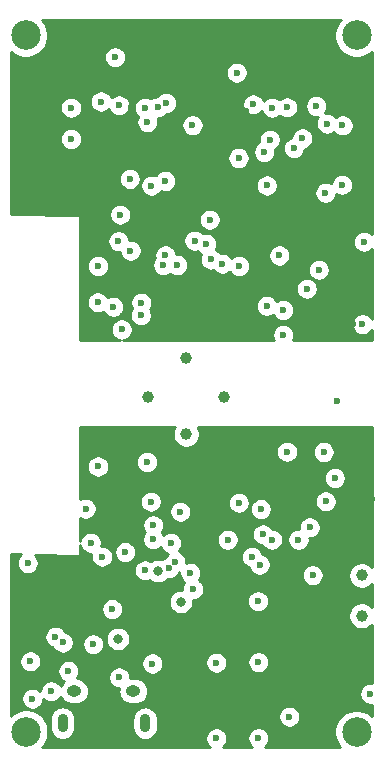
<source format=gbr>
G04 #@! TF.GenerationSoftware,KiCad,Pcbnew,5.1.7-a382d34a88~90~ubuntu20.04.1*
G04 #@! TF.CreationDate,2022-01-21T18:15:31-06:00*
G04 #@! TF.ProjectId,strike-controller,73747269-6b65-42d6-936f-6e74726f6c6c,rev?*
G04 #@! TF.SameCoordinates,Original*
G04 #@! TF.FileFunction,Copper,L3,Inr*
G04 #@! TF.FilePolarity,Positive*
%FSLAX46Y46*%
G04 Gerber Fmt 4.6, Leading zero omitted, Abs format (unit mm)*
G04 Created by KiCad (PCBNEW 5.1.7-a382d34a88~90~ubuntu20.04.1) date 2022-01-21 18:15:31*
%MOMM*%
%LPD*%
G01*
G04 APERTURE LIST*
G04 #@! TA.AperFunction,ComponentPad*
%ADD10C,2.500000*%
G04 #@! TD*
G04 #@! TA.AperFunction,ComponentPad*
%ADD11O,0.890000X1.550000*%
G04 #@! TD*
G04 #@! TA.AperFunction,ComponentPad*
%ADD12O,1.250000X0.950000*%
G04 #@! TD*
G04 #@! TA.AperFunction,ViaPad*
%ADD13C,0.600000*%
G04 #@! TD*
G04 #@! TA.AperFunction,ViaPad*
%ADD14C,0.800000*%
G04 #@! TD*
G04 #@! TA.AperFunction,ViaPad*
%ADD15C,1.000000*%
G04 #@! TD*
G04 #@! TA.AperFunction,Conductor*
%ADD16C,0.254000*%
G04 #@! TD*
G04 #@! TA.AperFunction,Conductor*
%ADD17C,0.100000*%
G04 #@! TD*
G04 APERTURE END LIST*
D10*
X160500000Y-115925000D03*
X160500000Y-56950000D03*
X132525000Y-115900000D03*
X132500000Y-56950000D03*
D11*
X142600000Y-115175000D03*
X135600000Y-115175000D03*
D12*
X141600000Y-112475000D03*
X136600000Y-112475000D03*
D13*
X152175000Y-116450000D03*
X148625000Y-116475000D03*
X148625000Y-110050000D03*
X152175000Y-110025000D03*
X140400000Y-111300000D03*
D14*
X140275000Y-108050000D03*
X143700000Y-102300000D03*
D13*
X138200000Y-108500000D03*
X143208051Y-110133051D03*
X137550000Y-97025000D03*
X138600000Y-93450000D03*
D15*
X146075000Y-84275000D03*
X149300000Y-87525000D03*
X146075000Y-90725000D03*
D13*
X154600000Y-92200000D03*
X157700000Y-92225000D03*
X158650000Y-94425000D03*
X158850000Y-87875000D03*
D15*
X142875010Y-87524906D03*
D13*
X149575000Y-99650000D03*
X155575000Y-99650000D03*
X156525000Y-98600000D03*
X161650000Y-112700000D03*
X154800000Y-114625000D03*
D15*
X160925000Y-106100000D03*
X160925000Y-102675000D03*
D13*
X152150000Y-104850000D03*
X161099981Y-74425000D03*
D14*
X145609063Y-104915618D03*
D13*
X160979991Y-81400000D03*
X159300000Y-64575000D03*
X153150000Y-65775000D03*
X140050000Y-58800000D03*
X136325000Y-63075000D03*
X136325000Y-65725000D03*
X142575000Y-63075000D03*
X146600000Y-64550000D03*
X138575000Y-79550000D03*
X138600000Y-76475000D03*
X141350000Y-75175000D03*
X140325000Y-74375000D03*
X153350000Y-63075010D03*
X142778551Y-64298342D03*
X132650000Y-101625000D03*
X134635636Y-112473262D03*
X146775000Y-74325000D03*
X153958051Y-75583051D03*
X147771509Y-74609556D03*
X157999990Y-64429144D03*
X157075000Y-62924990D03*
X159275000Y-69600000D03*
X137975000Y-99900000D03*
X140550000Y-97000000D03*
X139875000Y-93475000D03*
X161775000Y-96175000D03*
D15*
X158650000Y-108925000D03*
X156000000Y-110650000D03*
X161275000Y-110900000D03*
X158675000Y-106075000D03*
D13*
X145550000Y-116225000D03*
X161549991Y-90400000D03*
X154600000Y-63050000D03*
X155175000Y-66500000D03*
X138850000Y-62550000D03*
X151743201Y-62793201D03*
X132725000Y-105000000D03*
X153450010Y-97850000D03*
X143275000Y-99625000D03*
X144634337Y-102044619D03*
X143275000Y-98425000D03*
X142750000Y-93075000D03*
X154275000Y-80200000D03*
X156275000Y-78400000D03*
X132875000Y-109950000D03*
X136100000Y-110775000D03*
X133050000Y-113099990D03*
X140475000Y-72125000D03*
X150550000Y-65525000D03*
X149775000Y-57500000D03*
X150875000Y-58775000D03*
X154600000Y-58775000D03*
X155250000Y-56375000D03*
X136350000Y-56175000D03*
X136325000Y-58800000D03*
X137550000Y-63075000D03*
X137575000Y-65775000D03*
X137950000Y-66700000D03*
X137775000Y-71275000D03*
X140200000Y-66050000D03*
X146600000Y-69550000D03*
X160775000Y-70175000D03*
X141371151Y-63057963D03*
X151155656Y-63380746D03*
X145575010Y-70181834D03*
X150575000Y-71200000D03*
X154000000Y-73900000D03*
X156775000Y-102650000D03*
X160325000Y-78350000D03*
X160150000Y-81425000D03*
X148050000Y-72550000D03*
X144371279Y-62671279D03*
X150500000Y-67325000D03*
X155900000Y-65675000D03*
X157850000Y-70275000D03*
X150333780Y-60108780D03*
X157300000Y-76800000D03*
X146650000Y-103850000D03*
X146425000Y-102475000D03*
X145150000Y-101500000D03*
X143075006Y-96422478D03*
X139800000Y-105525000D03*
X142575000Y-102250000D03*
X138950000Y-101075000D03*
X140900000Y-100700000D03*
X144775000Y-99925000D03*
X145575000Y-97275000D03*
X152550000Y-99200000D03*
X154275000Y-82300000D03*
X152875000Y-79850000D03*
X152380726Y-97056087D03*
X153325000Y-99650000D03*
X152278372Y-101760819D03*
X135625000Y-108350000D03*
X142275000Y-79575000D03*
X135000000Y-107875000D03*
X142225000Y-80650000D03*
X152675000Y-66825000D03*
X157875000Y-96400000D03*
X150525000Y-96525000D03*
X143125000Y-69675010D03*
X152894597Y-69659225D03*
X151625000Y-101100000D03*
X145325000Y-76400000D03*
X148166201Y-75921987D03*
X140375000Y-62875000D03*
X149125000Y-76275000D03*
X144118096Y-76402618D03*
X143675000Y-63025000D03*
X140600000Y-81850000D03*
X139900000Y-79925000D03*
X141300000Y-69100000D03*
X144300000Y-69275000D03*
X144300000Y-75575000D03*
X150547057Y-76470021D03*
D16*
X145069176Y-90187376D02*
X144983617Y-90393933D01*
X144940000Y-90613212D01*
X144940000Y-90836788D01*
X144983617Y-91056067D01*
X145069176Y-91262624D01*
X145193388Y-91448520D01*
X145351480Y-91606612D01*
X145537376Y-91730824D01*
X145743933Y-91816383D01*
X145963212Y-91860000D01*
X146186788Y-91860000D01*
X146406067Y-91816383D01*
X146612624Y-91730824D01*
X146798520Y-91606612D01*
X146956612Y-91448520D01*
X147080824Y-91262624D01*
X147166383Y-91056067D01*
X147210000Y-90836788D01*
X147210000Y-90613212D01*
X147166383Y-90393933D01*
X147080824Y-90187376D01*
X147047164Y-90137000D01*
X161800000Y-90137000D01*
X161800000Y-101944868D01*
X161648520Y-101793388D01*
X161462624Y-101669176D01*
X161256067Y-101583617D01*
X161036788Y-101540000D01*
X160813212Y-101540000D01*
X160593933Y-101583617D01*
X160387376Y-101669176D01*
X160201480Y-101793388D01*
X160043388Y-101951480D01*
X159919176Y-102137376D01*
X159833617Y-102343933D01*
X159790000Y-102563212D01*
X159790000Y-102786788D01*
X159833617Y-103006067D01*
X159919176Y-103212624D01*
X160043388Y-103398520D01*
X160201480Y-103556612D01*
X160387376Y-103680824D01*
X160593933Y-103766383D01*
X160813212Y-103810000D01*
X161036788Y-103810000D01*
X161256067Y-103766383D01*
X161462624Y-103680824D01*
X161648520Y-103556612D01*
X161800000Y-103405132D01*
X161800000Y-105369868D01*
X161648520Y-105218388D01*
X161462624Y-105094176D01*
X161256067Y-105008617D01*
X161036788Y-104965000D01*
X160813212Y-104965000D01*
X160593933Y-105008617D01*
X160387376Y-105094176D01*
X160201480Y-105218388D01*
X160043388Y-105376480D01*
X159919176Y-105562376D01*
X159833617Y-105768933D01*
X159790000Y-105988212D01*
X159790000Y-106211788D01*
X159833617Y-106431067D01*
X159919176Y-106637624D01*
X160043388Y-106823520D01*
X160201480Y-106981612D01*
X160387376Y-107105824D01*
X160593933Y-107191383D01*
X160813212Y-107235000D01*
X161036788Y-107235000D01*
X161256067Y-107191383D01*
X161462624Y-107105824D01*
X161648520Y-106981612D01*
X161800000Y-106830132D01*
X161800000Y-111776519D01*
X161742089Y-111765000D01*
X161557911Y-111765000D01*
X161377271Y-111800932D01*
X161207111Y-111871414D01*
X161053972Y-111973738D01*
X160923738Y-112103972D01*
X160821414Y-112257111D01*
X160750932Y-112427271D01*
X160715000Y-112607911D01*
X160715000Y-112792089D01*
X160750932Y-112972729D01*
X160821414Y-113142889D01*
X160923738Y-113296028D01*
X161053972Y-113426262D01*
X161207111Y-113528586D01*
X161377271Y-113599068D01*
X161557911Y-113635000D01*
X161742089Y-113635000D01*
X161800000Y-113623481D01*
X161800000Y-114559207D01*
X161701618Y-114460825D01*
X161392882Y-114254534D01*
X161049834Y-114112439D01*
X160685656Y-114040000D01*
X160314344Y-114040000D01*
X159950166Y-114112439D01*
X159607118Y-114254534D01*
X159298382Y-114460825D01*
X159035825Y-114723382D01*
X158829534Y-115032118D01*
X158687439Y-115375166D01*
X158615000Y-115739344D01*
X158615000Y-116110656D01*
X158687439Y-116474834D01*
X158829534Y-116817882D01*
X159035825Y-117126618D01*
X159129207Y-117220000D01*
X152705569Y-117220000D01*
X152771028Y-117176262D01*
X152901262Y-117046028D01*
X153003586Y-116892889D01*
X153074068Y-116722729D01*
X153110000Y-116542089D01*
X153110000Y-116357911D01*
X153074068Y-116177271D01*
X153003586Y-116007111D01*
X152901262Y-115853972D01*
X152771028Y-115723738D01*
X152617889Y-115621414D01*
X152447729Y-115550932D01*
X152267089Y-115515000D01*
X152082911Y-115515000D01*
X151902271Y-115550932D01*
X151732111Y-115621414D01*
X151578972Y-115723738D01*
X151448738Y-115853972D01*
X151346414Y-116007111D01*
X151275932Y-116177271D01*
X151240000Y-116357911D01*
X151240000Y-116542089D01*
X151275932Y-116722729D01*
X151346414Y-116892889D01*
X151448738Y-117046028D01*
X151578972Y-117176262D01*
X151644431Y-117220000D01*
X149192985Y-117220000D01*
X149221028Y-117201262D01*
X149351262Y-117071028D01*
X149453586Y-116917889D01*
X149524068Y-116747729D01*
X149560000Y-116567089D01*
X149560000Y-116382911D01*
X149524068Y-116202271D01*
X149453586Y-116032111D01*
X149351262Y-115878972D01*
X149221028Y-115748738D01*
X149067889Y-115646414D01*
X148897729Y-115575932D01*
X148717089Y-115540000D01*
X148532911Y-115540000D01*
X148352271Y-115575932D01*
X148182111Y-115646414D01*
X148028972Y-115748738D01*
X147898738Y-115878972D01*
X147796414Y-116032111D01*
X147725932Y-116202271D01*
X147690000Y-116382911D01*
X147690000Y-116567089D01*
X147725932Y-116747729D01*
X147796414Y-116917889D01*
X147898738Y-117071028D01*
X148028972Y-117201262D01*
X148057015Y-117220000D01*
X133870793Y-117220000D01*
X133989175Y-117101618D01*
X134195466Y-116792882D01*
X134337561Y-116449834D01*
X134410000Y-116085656D01*
X134410000Y-115714344D01*
X134337561Y-115350166D01*
X134195466Y-115007118D01*
X134051696Y-114791950D01*
X134520000Y-114791950D01*
X134520000Y-115558051D01*
X134535627Y-115716717D01*
X134597384Y-115920298D01*
X134697669Y-116107919D01*
X134832631Y-116272370D01*
X134997082Y-116407332D01*
X135184703Y-116507617D01*
X135388284Y-116569373D01*
X135600000Y-116590225D01*
X135811717Y-116569373D01*
X136015298Y-116507617D01*
X136202919Y-116407332D01*
X136367370Y-116272370D01*
X136502332Y-116107919D01*
X136602617Y-115920298D01*
X136664373Y-115716716D01*
X136680000Y-115558050D01*
X136680000Y-114791950D01*
X141520000Y-114791950D01*
X141520000Y-115558051D01*
X141535627Y-115716717D01*
X141597384Y-115920298D01*
X141697669Y-116107919D01*
X141832631Y-116272370D01*
X141997082Y-116407332D01*
X142184703Y-116507617D01*
X142388284Y-116569373D01*
X142600000Y-116590225D01*
X142811717Y-116569373D01*
X143015298Y-116507617D01*
X143202919Y-116407332D01*
X143367370Y-116272370D01*
X143502332Y-116107919D01*
X143602617Y-115920298D01*
X143664373Y-115716716D01*
X143680000Y-115558050D01*
X143680000Y-114791949D01*
X143664373Y-114633283D01*
X143633926Y-114532911D01*
X153865000Y-114532911D01*
X153865000Y-114717089D01*
X153900932Y-114897729D01*
X153971414Y-115067889D01*
X154073738Y-115221028D01*
X154203972Y-115351262D01*
X154357111Y-115453586D01*
X154527271Y-115524068D01*
X154707911Y-115560000D01*
X154892089Y-115560000D01*
X155072729Y-115524068D01*
X155242889Y-115453586D01*
X155396028Y-115351262D01*
X155526262Y-115221028D01*
X155628586Y-115067889D01*
X155699068Y-114897729D01*
X155735000Y-114717089D01*
X155735000Y-114532911D01*
X155699068Y-114352271D01*
X155628586Y-114182111D01*
X155526262Y-114028972D01*
X155396028Y-113898738D01*
X155242889Y-113796414D01*
X155072729Y-113725932D01*
X154892089Y-113690000D01*
X154707911Y-113690000D01*
X154527271Y-113725932D01*
X154357111Y-113796414D01*
X154203972Y-113898738D01*
X154073738Y-114028972D01*
X153971414Y-114182111D01*
X153900932Y-114352271D01*
X153865000Y-114532911D01*
X143633926Y-114532911D01*
X143602617Y-114429702D01*
X143502332Y-114242081D01*
X143367370Y-114077630D01*
X143202919Y-113942668D01*
X143015297Y-113842383D01*
X142811716Y-113780627D01*
X142600000Y-113759775D01*
X142388283Y-113780627D01*
X142184702Y-113842383D01*
X141997081Y-113942668D01*
X141832630Y-114077630D01*
X141697668Y-114242081D01*
X141597383Y-114429703D01*
X141535627Y-114633284D01*
X141520000Y-114791950D01*
X136680000Y-114791950D01*
X136680000Y-114791949D01*
X136664373Y-114633283D01*
X136602617Y-114429702D01*
X136502332Y-114242081D01*
X136367370Y-114077630D01*
X136202919Y-113942668D01*
X136015297Y-113842383D01*
X135811716Y-113780627D01*
X135600000Y-113759775D01*
X135388283Y-113780627D01*
X135184702Y-113842383D01*
X134997081Y-113942668D01*
X134832630Y-114077630D01*
X134697668Y-114242081D01*
X134597383Y-114429703D01*
X134535627Y-114633284D01*
X134520000Y-114791950D01*
X134051696Y-114791950D01*
X133989175Y-114698382D01*
X133726618Y-114435825D01*
X133417882Y-114229534D01*
X133074834Y-114087439D01*
X132710656Y-114015000D01*
X132339344Y-114015000D01*
X131975166Y-114087439D01*
X131632118Y-114229534D01*
X131323382Y-114435825D01*
X131219237Y-114539970D01*
X131218893Y-113007901D01*
X132115000Y-113007901D01*
X132115000Y-113192079D01*
X132150932Y-113372719D01*
X132221414Y-113542879D01*
X132323738Y-113696018D01*
X132453972Y-113826252D01*
X132607111Y-113928576D01*
X132777271Y-113999058D01*
X132957911Y-114034990D01*
X133142089Y-114034990D01*
X133322729Y-113999058D01*
X133492889Y-113928576D01*
X133646028Y-113826252D01*
X133776262Y-113696018D01*
X133878586Y-113542879D01*
X133949068Y-113372719D01*
X133985000Y-113192079D01*
X133985000Y-113144916D01*
X134039608Y-113199524D01*
X134192747Y-113301848D01*
X134362907Y-113372330D01*
X134543547Y-113408262D01*
X134727725Y-113408262D01*
X134908365Y-113372330D01*
X135078525Y-113301848D01*
X135231664Y-113199524D01*
X135361898Y-113069290D01*
X135443645Y-112946946D01*
X135522604Y-113094666D01*
X135661314Y-113263686D01*
X135830334Y-113402396D01*
X136023166Y-113505468D01*
X136232402Y-113568938D01*
X136395479Y-113585000D01*
X136804521Y-113585000D01*
X136967598Y-113568938D01*
X137176834Y-113505468D01*
X137369666Y-113402396D01*
X137538686Y-113263686D01*
X137677396Y-113094666D01*
X137780468Y-112901834D01*
X137843938Y-112692598D01*
X137865370Y-112475000D01*
X137843938Y-112257402D01*
X137780468Y-112048166D01*
X137677396Y-111855334D01*
X137538686Y-111686314D01*
X137369666Y-111547604D01*
X137176834Y-111444532D01*
X136967598Y-111381062D01*
X136828699Y-111367381D01*
X136928586Y-111217889D01*
X136932718Y-111207911D01*
X139465000Y-111207911D01*
X139465000Y-111392089D01*
X139500932Y-111572729D01*
X139571414Y-111742889D01*
X139673738Y-111896028D01*
X139803972Y-112026262D01*
X139957111Y-112128586D01*
X140127271Y-112199068D01*
X140307911Y-112235000D01*
X140362857Y-112235000D01*
X140356062Y-112257402D01*
X140334630Y-112475000D01*
X140356062Y-112692598D01*
X140419532Y-112901834D01*
X140522604Y-113094666D01*
X140661314Y-113263686D01*
X140830334Y-113402396D01*
X141023166Y-113505468D01*
X141232402Y-113568938D01*
X141395479Y-113585000D01*
X141804521Y-113585000D01*
X141967598Y-113568938D01*
X142176834Y-113505468D01*
X142369666Y-113402396D01*
X142538686Y-113263686D01*
X142677396Y-113094666D01*
X142780468Y-112901834D01*
X142843938Y-112692598D01*
X142865370Y-112475000D01*
X142843938Y-112257402D01*
X142780468Y-112048166D01*
X142677396Y-111855334D01*
X142538686Y-111686314D01*
X142369666Y-111547604D01*
X142176834Y-111444532D01*
X141967598Y-111381062D01*
X141804521Y-111365000D01*
X141395479Y-111365000D01*
X141335000Y-111370957D01*
X141335000Y-111207911D01*
X141299068Y-111027271D01*
X141228586Y-110857111D01*
X141126262Y-110703972D01*
X140996028Y-110573738D01*
X140842889Y-110471414D01*
X140672729Y-110400932D01*
X140492089Y-110365000D01*
X140307911Y-110365000D01*
X140127271Y-110400932D01*
X139957111Y-110471414D01*
X139803972Y-110573738D01*
X139673738Y-110703972D01*
X139571414Y-110857111D01*
X139500932Y-111027271D01*
X139465000Y-111207911D01*
X136932718Y-111207911D01*
X136999068Y-111047729D01*
X137035000Y-110867089D01*
X137035000Y-110682911D01*
X136999068Y-110502271D01*
X136928586Y-110332111D01*
X136826262Y-110178972D01*
X136696028Y-110048738D01*
X136684391Y-110040962D01*
X142273051Y-110040962D01*
X142273051Y-110225140D01*
X142308983Y-110405780D01*
X142379465Y-110575940D01*
X142481789Y-110729079D01*
X142612023Y-110859313D01*
X142765162Y-110961637D01*
X142935322Y-111032119D01*
X143115962Y-111068051D01*
X143300140Y-111068051D01*
X143480780Y-111032119D01*
X143650940Y-110961637D01*
X143804079Y-110859313D01*
X143934313Y-110729079D01*
X144036637Y-110575940D01*
X144107119Y-110405780D01*
X144143051Y-110225140D01*
X144143051Y-110040962D01*
X144126531Y-109957911D01*
X147690000Y-109957911D01*
X147690000Y-110142089D01*
X147725932Y-110322729D01*
X147796414Y-110492889D01*
X147898738Y-110646028D01*
X148028972Y-110776262D01*
X148182111Y-110878586D01*
X148352271Y-110949068D01*
X148532911Y-110985000D01*
X148717089Y-110985000D01*
X148897729Y-110949068D01*
X149067889Y-110878586D01*
X149221028Y-110776262D01*
X149351262Y-110646028D01*
X149453586Y-110492889D01*
X149524068Y-110322729D01*
X149560000Y-110142089D01*
X149560000Y-109957911D01*
X149555028Y-109932911D01*
X151240000Y-109932911D01*
X151240000Y-110117089D01*
X151275932Y-110297729D01*
X151346414Y-110467889D01*
X151448738Y-110621028D01*
X151578972Y-110751262D01*
X151732111Y-110853586D01*
X151902271Y-110924068D01*
X152082911Y-110960000D01*
X152267089Y-110960000D01*
X152447729Y-110924068D01*
X152617889Y-110853586D01*
X152771028Y-110751262D01*
X152901262Y-110621028D01*
X153003586Y-110467889D01*
X153074068Y-110297729D01*
X153110000Y-110117089D01*
X153110000Y-109932911D01*
X153074068Y-109752271D01*
X153003586Y-109582111D01*
X152901262Y-109428972D01*
X152771028Y-109298738D01*
X152617889Y-109196414D01*
X152447729Y-109125932D01*
X152267089Y-109090000D01*
X152082911Y-109090000D01*
X151902271Y-109125932D01*
X151732111Y-109196414D01*
X151578972Y-109298738D01*
X151448738Y-109428972D01*
X151346414Y-109582111D01*
X151275932Y-109752271D01*
X151240000Y-109932911D01*
X149555028Y-109932911D01*
X149524068Y-109777271D01*
X149453586Y-109607111D01*
X149351262Y-109453972D01*
X149221028Y-109323738D01*
X149067889Y-109221414D01*
X148897729Y-109150932D01*
X148717089Y-109115000D01*
X148532911Y-109115000D01*
X148352271Y-109150932D01*
X148182111Y-109221414D01*
X148028972Y-109323738D01*
X147898738Y-109453972D01*
X147796414Y-109607111D01*
X147725932Y-109777271D01*
X147690000Y-109957911D01*
X144126531Y-109957911D01*
X144107119Y-109860322D01*
X144036637Y-109690162D01*
X143934313Y-109537023D01*
X143804079Y-109406789D01*
X143650940Y-109304465D01*
X143480780Y-109233983D01*
X143300140Y-109198051D01*
X143115962Y-109198051D01*
X142935322Y-109233983D01*
X142765162Y-109304465D01*
X142612023Y-109406789D01*
X142481789Y-109537023D01*
X142379465Y-109690162D01*
X142308983Y-109860322D01*
X142273051Y-110040962D01*
X136684391Y-110040962D01*
X136542889Y-109946414D01*
X136372729Y-109875932D01*
X136192089Y-109840000D01*
X136007911Y-109840000D01*
X135827271Y-109875932D01*
X135657111Y-109946414D01*
X135503972Y-110048738D01*
X135373738Y-110178972D01*
X135271414Y-110332111D01*
X135200932Y-110502271D01*
X135165000Y-110682911D01*
X135165000Y-110867089D01*
X135200932Y-111047729D01*
X135271414Y-111217889D01*
X135373738Y-111371028D01*
X135503972Y-111501262D01*
X135657111Y-111603586D01*
X135726897Y-111632492D01*
X135661314Y-111686314D01*
X135522604Y-111855334D01*
X135444678Y-112001123D01*
X135361898Y-111877234D01*
X135231664Y-111747000D01*
X135078525Y-111644676D01*
X134908365Y-111574194D01*
X134727725Y-111538262D01*
X134543547Y-111538262D01*
X134362907Y-111574194D01*
X134192747Y-111644676D01*
X134039608Y-111747000D01*
X133909374Y-111877234D01*
X133807050Y-112030373D01*
X133736568Y-112200533D01*
X133700636Y-112381173D01*
X133700636Y-112428336D01*
X133646028Y-112373728D01*
X133492889Y-112271404D01*
X133322729Y-112200922D01*
X133142089Y-112164990D01*
X132957911Y-112164990D01*
X132777271Y-112200922D01*
X132607111Y-112271404D01*
X132453972Y-112373728D01*
X132323738Y-112503962D01*
X132221414Y-112657101D01*
X132150932Y-112827261D01*
X132115000Y-113007901D01*
X131218893Y-113007901D01*
X131218185Y-109857911D01*
X131940000Y-109857911D01*
X131940000Y-110042089D01*
X131975932Y-110222729D01*
X132046414Y-110392889D01*
X132148738Y-110546028D01*
X132278972Y-110676262D01*
X132432111Y-110778586D01*
X132602271Y-110849068D01*
X132782911Y-110885000D01*
X132967089Y-110885000D01*
X133147729Y-110849068D01*
X133317889Y-110778586D01*
X133471028Y-110676262D01*
X133601262Y-110546028D01*
X133703586Y-110392889D01*
X133774068Y-110222729D01*
X133810000Y-110042089D01*
X133810000Y-109857911D01*
X133774068Y-109677271D01*
X133703586Y-109507111D01*
X133601262Y-109353972D01*
X133471028Y-109223738D01*
X133317889Y-109121414D01*
X133147729Y-109050932D01*
X132967089Y-109015000D01*
X132782911Y-109015000D01*
X132602271Y-109050932D01*
X132432111Y-109121414D01*
X132278972Y-109223738D01*
X132148738Y-109353972D01*
X132046414Y-109507111D01*
X131975932Y-109677271D01*
X131940000Y-109857911D01*
X131218185Y-109857911D01*
X131217719Y-107782911D01*
X134065000Y-107782911D01*
X134065000Y-107967089D01*
X134100932Y-108147729D01*
X134171414Y-108317889D01*
X134273738Y-108471028D01*
X134403972Y-108601262D01*
X134557111Y-108703586D01*
X134727271Y-108774068D01*
X134794127Y-108787367D01*
X134796414Y-108792889D01*
X134898738Y-108946028D01*
X135028972Y-109076262D01*
X135182111Y-109178586D01*
X135352271Y-109249068D01*
X135532911Y-109285000D01*
X135717089Y-109285000D01*
X135897729Y-109249068D01*
X136067889Y-109178586D01*
X136221028Y-109076262D01*
X136351262Y-108946028D01*
X136453586Y-108792889D01*
X136524068Y-108622729D01*
X136560000Y-108442089D01*
X136560000Y-108407911D01*
X137265000Y-108407911D01*
X137265000Y-108592089D01*
X137300932Y-108772729D01*
X137371414Y-108942889D01*
X137473738Y-109096028D01*
X137603972Y-109226262D01*
X137757111Y-109328586D01*
X137927271Y-109399068D01*
X138107911Y-109435000D01*
X138292089Y-109435000D01*
X138472729Y-109399068D01*
X138642889Y-109328586D01*
X138796028Y-109226262D01*
X138926262Y-109096028D01*
X139028586Y-108942889D01*
X139099068Y-108772729D01*
X139135000Y-108592089D01*
X139135000Y-108407911D01*
X139099068Y-108227271D01*
X139028586Y-108057111D01*
X138955722Y-107948061D01*
X139240000Y-107948061D01*
X139240000Y-108151939D01*
X139279774Y-108351898D01*
X139357795Y-108540256D01*
X139471063Y-108709774D01*
X139615226Y-108853937D01*
X139784744Y-108967205D01*
X139973102Y-109045226D01*
X140173061Y-109085000D01*
X140376939Y-109085000D01*
X140576898Y-109045226D01*
X140765256Y-108967205D01*
X140934774Y-108853937D01*
X141078937Y-108709774D01*
X141192205Y-108540256D01*
X141270226Y-108351898D01*
X141310000Y-108151939D01*
X141310000Y-107948061D01*
X141270226Y-107748102D01*
X141192205Y-107559744D01*
X141078937Y-107390226D01*
X140934774Y-107246063D01*
X140765256Y-107132795D01*
X140576898Y-107054774D01*
X140376939Y-107015000D01*
X140173061Y-107015000D01*
X139973102Y-107054774D01*
X139784744Y-107132795D01*
X139615226Y-107246063D01*
X139471063Y-107390226D01*
X139357795Y-107559744D01*
X139279774Y-107748102D01*
X139240000Y-107948061D01*
X138955722Y-107948061D01*
X138926262Y-107903972D01*
X138796028Y-107773738D01*
X138642889Y-107671414D01*
X138472729Y-107600932D01*
X138292089Y-107565000D01*
X138107911Y-107565000D01*
X137927271Y-107600932D01*
X137757111Y-107671414D01*
X137603972Y-107773738D01*
X137473738Y-107903972D01*
X137371414Y-108057111D01*
X137300932Y-108227271D01*
X137265000Y-108407911D01*
X136560000Y-108407911D01*
X136560000Y-108257911D01*
X136524068Y-108077271D01*
X136453586Y-107907111D01*
X136351262Y-107753972D01*
X136221028Y-107623738D01*
X136067889Y-107521414D01*
X135897729Y-107450932D01*
X135830873Y-107437633D01*
X135828586Y-107432111D01*
X135726262Y-107278972D01*
X135596028Y-107148738D01*
X135442889Y-107046414D01*
X135272729Y-106975932D01*
X135092089Y-106940000D01*
X134907911Y-106940000D01*
X134727271Y-106975932D01*
X134557111Y-107046414D01*
X134403972Y-107148738D01*
X134273738Y-107278972D01*
X134171414Y-107432111D01*
X134100932Y-107602271D01*
X134065000Y-107782911D01*
X131217719Y-107782911D01*
X131217191Y-105432911D01*
X138865000Y-105432911D01*
X138865000Y-105617089D01*
X138900932Y-105797729D01*
X138971414Y-105967889D01*
X139073738Y-106121028D01*
X139203972Y-106251262D01*
X139357111Y-106353586D01*
X139527271Y-106424068D01*
X139707911Y-106460000D01*
X139892089Y-106460000D01*
X140072729Y-106424068D01*
X140242889Y-106353586D01*
X140396028Y-106251262D01*
X140526262Y-106121028D01*
X140628586Y-105967889D01*
X140699068Y-105797729D01*
X140735000Y-105617089D01*
X140735000Y-105432911D01*
X140699068Y-105252271D01*
X140628586Y-105082111D01*
X140526262Y-104928972D01*
X140396028Y-104798738D01*
X140242889Y-104696414D01*
X140072729Y-104625932D01*
X139892089Y-104590000D01*
X139707911Y-104590000D01*
X139527271Y-104625932D01*
X139357111Y-104696414D01*
X139203972Y-104798738D01*
X139073738Y-104928972D01*
X138971414Y-105082111D01*
X138900932Y-105252271D01*
X138865000Y-105432911D01*
X131217191Y-105432911D01*
X131216165Y-100870180D01*
X132057690Y-100896253D01*
X132053972Y-100898738D01*
X131923738Y-101028972D01*
X131821414Y-101182111D01*
X131750932Y-101352271D01*
X131715000Y-101532911D01*
X131715000Y-101717089D01*
X131750932Y-101897729D01*
X131821414Y-102067889D01*
X131923738Y-102221028D01*
X132053972Y-102351262D01*
X132207111Y-102453586D01*
X132377271Y-102524068D01*
X132557911Y-102560000D01*
X132742089Y-102560000D01*
X132922729Y-102524068D01*
X133092889Y-102453586D01*
X133246028Y-102351262D01*
X133376262Y-102221028D01*
X133418435Y-102157911D01*
X141640000Y-102157911D01*
X141640000Y-102342089D01*
X141675932Y-102522729D01*
X141746414Y-102692889D01*
X141848738Y-102846028D01*
X141978972Y-102976262D01*
X142132111Y-103078586D01*
X142302271Y-103149068D01*
X142482911Y-103185000D01*
X142667089Y-103185000D01*
X142847729Y-103149068D01*
X143015758Y-103079469D01*
X143040226Y-103103937D01*
X143209744Y-103217205D01*
X143398102Y-103295226D01*
X143598061Y-103335000D01*
X143801939Y-103335000D01*
X144001898Y-103295226D01*
X144190256Y-103217205D01*
X144359774Y-103103937D01*
X144493741Y-102969970D01*
X144542248Y-102979619D01*
X144726426Y-102979619D01*
X144907066Y-102943687D01*
X145077226Y-102873205D01*
X145230365Y-102770881D01*
X145360599Y-102640647D01*
X145462923Y-102487508D01*
X145490000Y-102422138D01*
X145490000Y-102567089D01*
X145525932Y-102747729D01*
X145596414Y-102917889D01*
X145698738Y-103071028D01*
X145828972Y-103201262D01*
X145918837Y-103261307D01*
X145821414Y-103407111D01*
X145750932Y-103577271D01*
X145715000Y-103757911D01*
X145715000Y-103881413D01*
X145711002Y-103880618D01*
X145507124Y-103880618D01*
X145307165Y-103920392D01*
X145118807Y-103998413D01*
X144949289Y-104111681D01*
X144805126Y-104255844D01*
X144691858Y-104425362D01*
X144613837Y-104613720D01*
X144574063Y-104813679D01*
X144574063Y-105017557D01*
X144613837Y-105217516D01*
X144691858Y-105405874D01*
X144805126Y-105575392D01*
X144949289Y-105719555D01*
X145118807Y-105832823D01*
X145307165Y-105910844D01*
X145507124Y-105950618D01*
X145711002Y-105950618D01*
X145910961Y-105910844D01*
X146099319Y-105832823D01*
X146268837Y-105719555D01*
X146413000Y-105575392D01*
X146526268Y-105405874D01*
X146604289Y-105217516D01*
X146644063Y-105017557D01*
X146644063Y-104813679D01*
X146638358Y-104785000D01*
X146742089Y-104785000D01*
X146878272Y-104757911D01*
X151215000Y-104757911D01*
X151215000Y-104942089D01*
X151250932Y-105122729D01*
X151321414Y-105292889D01*
X151423738Y-105446028D01*
X151553972Y-105576262D01*
X151707111Y-105678586D01*
X151877271Y-105749068D01*
X152057911Y-105785000D01*
X152242089Y-105785000D01*
X152422729Y-105749068D01*
X152592889Y-105678586D01*
X152746028Y-105576262D01*
X152876262Y-105446028D01*
X152978586Y-105292889D01*
X153049068Y-105122729D01*
X153085000Y-104942089D01*
X153085000Y-104757911D01*
X153049068Y-104577271D01*
X152978586Y-104407111D01*
X152876262Y-104253972D01*
X152746028Y-104123738D01*
X152592889Y-104021414D01*
X152422729Y-103950932D01*
X152242089Y-103915000D01*
X152057911Y-103915000D01*
X151877271Y-103950932D01*
X151707111Y-104021414D01*
X151553972Y-104123738D01*
X151423738Y-104253972D01*
X151321414Y-104407111D01*
X151250932Y-104577271D01*
X151215000Y-104757911D01*
X146878272Y-104757911D01*
X146922729Y-104749068D01*
X147092889Y-104678586D01*
X147246028Y-104576262D01*
X147376262Y-104446028D01*
X147478586Y-104292889D01*
X147549068Y-104122729D01*
X147585000Y-103942089D01*
X147585000Y-103757911D01*
X147549068Y-103577271D01*
X147478586Y-103407111D01*
X147376262Y-103253972D01*
X147246028Y-103123738D01*
X147156163Y-103063693D01*
X147253586Y-102917889D01*
X147324068Y-102747729D01*
X147360000Y-102567089D01*
X147360000Y-102382911D01*
X147324068Y-102202271D01*
X147253586Y-102032111D01*
X147151262Y-101878972D01*
X147021028Y-101748738D01*
X146867889Y-101646414D01*
X146697729Y-101575932D01*
X146517089Y-101540000D01*
X146332911Y-101540000D01*
X146152271Y-101575932D01*
X146082462Y-101604848D01*
X146085000Y-101592089D01*
X146085000Y-101407911D01*
X146049068Y-101227271D01*
X145978586Y-101057111D01*
X145945712Y-101007911D01*
X150690000Y-101007911D01*
X150690000Y-101192089D01*
X150725932Y-101372729D01*
X150796414Y-101542889D01*
X150898738Y-101696028D01*
X151028972Y-101826262D01*
X151182111Y-101928586D01*
X151352271Y-101999068D01*
X151373277Y-102003246D01*
X151379304Y-102033548D01*
X151449786Y-102203708D01*
X151552110Y-102356847D01*
X151682344Y-102487081D01*
X151835483Y-102589405D01*
X152005643Y-102659887D01*
X152186283Y-102695819D01*
X152370461Y-102695819D01*
X152551101Y-102659887D01*
X152721261Y-102589405D01*
X152768395Y-102557911D01*
X155840000Y-102557911D01*
X155840000Y-102742089D01*
X155875932Y-102922729D01*
X155946414Y-103092889D01*
X156048738Y-103246028D01*
X156178972Y-103376262D01*
X156332111Y-103478586D01*
X156502271Y-103549068D01*
X156682911Y-103585000D01*
X156867089Y-103585000D01*
X157047729Y-103549068D01*
X157217889Y-103478586D01*
X157371028Y-103376262D01*
X157501262Y-103246028D01*
X157603586Y-103092889D01*
X157674068Y-102922729D01*
X157710000Y-102742089D01*
X157710000Y-102557911D01*
X157674068Y-102377271D01*
X157603586Y-102207111D01*
X157501262Y-102053972D01*
X157371028Y-101923738D01*
X157217889Y-101821414D01*
X157047729Y-101750932D01*
X156867089Y-101715000D01*
X156682911Y-101715000D01*
X156502271Y-101750932D01*
X156332111Y-101821414D01*
X156178972Y-101923738D01*
X156048738Y-102053972D01*
X155946414Y-102207111D01*
X155875932Y-102377271D01*
X155840000Y-102557911D01*
X152768395Y-102557911D01*
X152874400Y-102487081D01*
X153004634Y-102356847D01*
X153106958Y-102203708D01*
X153177440Y-102033548D01*
X153213372Y-101852908D01*
X153213372Y-101668730D01*
X153177440Y-101488090D01*
X153106958Y-101317930D01*
X153004634Y-101164791D01*
X152874400Y-101034557D01*
X152721261Y-100932233D01*
X152551101Y-100861751D01*
X152530095Y-100857573D01*
X152524068Y-100827271D01*
X152453586Y-100657111D01*
X152351262Y-100503972D01*
X152221028Y-100373738D01*
X152067889Y-100271414D01*
X151897729Y-100200932D01*
X151717089Y-100165000D01*
X151532911Y-100165000D01*
X151352271Y-100200932D01*
X151182111Y-100271414D01*
X151028972Y-100373738D01*
X150898738Y-100503972D01*
X150796414Y-100657111D01*
X150725932Y-100827271D01*
X150690000Y-101007911D01*
X145945712Y-101007911D01*
X145876262Y-100903972D01*
X145746028Y-100773738D01*
X145592889Y-100671414D01*
X145422729Y-100600932D01*
X145421585Y-100600705D01*
X145501262Y-100521028D01*
X145603586Y-100367889D01*
X145674068Y-100197729D01*
X145710000Y-100017089D01*
X145710000Y-99832911D01*
X145674068Y-99652271D01*
X145634984Y-99557911D01*
X148640000Y-99557911D01*
X148640000Y-99742089D01*
X148675932Y-99922729D01*
X148746414Y-100092889D01*
X148848738Y-100246028D01*
X148978972Y-100376262D01*
X149132111Y-100478586D01*
X149302271Y-100549068D01*
X149482911Y-100585000D01*
X149667089Y-100585000D01*
X149847729Y-100549068D01*
X150017889Y-100478586D01*
X150171028Y-100376262D01*
X150301262Y-100246028D01*
X150403586Y-100092889D01*
X150474068Y-99922729D01*
X150510000Y-99742089D01*
X150510000Y-99557911D01*
X150474068Y-99377271D01*
X150403586Y-99207111D01*
X150337303Y-99107911D01*
X151615000Y-99107911D01*
X151615000Y-99292089D01*
X151650932Y-99472729D01*
X151721414Y-99642889D01*
X151823738Y-99796028D01*
X151953972Y-99926262D01*
X152107111Y-100028586D01*
X152277271Y-100099068D01*
X152457911Y-100135000D01*
X152524552Y-100135000D01*
X152598738Y-100246028D01*
X152728972Y-100376262D01*
X152882111Y-100478586D01*
X153052271Y-100549068D01*
X153232911Y-100585000D01*
X153417089Y-100585000D01*
X153597729Y-100549068D01*
X153767889Y-100478586D01*
X153921028Y-100376262D01*
X154051262Y-100246028D01*
X154153586Y-100092889D01*
X154224068Y-99922729D01*
X154260000Y-99742089D01*
X154260000Y-99557911D01*
X154640000Y-99557911D01*
X154640000Y-99742089D01*
X154675932Y-99922729D01*
X154746414Y-100092889D01*
X154848738Y-100246028D01*
X154978972Y-100376262D01*
X155132111Y-100478586D01*
X155302271Y-100549068D01*
X155482911Y-100585000D01*
X155667089Y-100585000D01*
X155847729Y-100549068D01*
X156017889Y-100478586D01*
X156171028Y-100376262D01*
X156301262Y-100246028D01*
X156403586Y-100092889D01*
X156474068Y-99922729D01*
X156510000Y-99742089D01*
X156510000Y-99557911D01*
X156505443Y-99535000D01*
X156617089Y-99535000D01*
X156797729Y-99499068D01*
X156967889Y-99428586D01*
X157121028Y-99326262D01*
X157251262Y-99196028D01*
X157353586Y-99042889D01*
X157424068Y-98872729D01*
X157460000Y-98692089D01*
X157460000Y-98507911D01*
X157424068Y-98327271D01*
X157353586Y-98157111D01*
X157251262Y-98003972D01*
X157121028Y-97873738D01*
X156967889Y-97771414D01*
X156797729Y-97700932D01*
X156617089Y-97665000D01*
X156432911Y-97665000D01*
X156252271Y-97700932D01*
X156082111Y-97771414D01*
X155928972Y-97873738D01*
X155798738Y-98003972D01*
X155696414Y-98157111D01*
X155625932Y-98327271D01*
X155590000Y-98507911D01*
X155590000Y-98692089D01*
X155594557Y-98715000D01*
X155482911Y-98715000D01*
X155302271Y-98750932D01*
X155132111Y-98821414D01*
X154978972Y-98923738D01*
X154848738Y-99053972D01*
X154746414Y-99207111D01*
X154675932Y-99377271D01*
X154640000Y-99557911D01*
X154260000Y-99557911D01*
X154224068Y-99377271D01*
X154153586Y-99207111D01*
X154051262Y-99053972D01*
X153921028Y-98923738D01*
X153767889Y-98821414D01*
X153597729Y-98750932D01*
X153417089Y-98715000D01*
X153350448Y-98715000D01*
X153276262Y-98603972D01*
X153146028Y-98473738D01*
X152992889Y-98371414D01*
X152822729Y-98300932D01*
X152642089Y-98265000D01*
X152457911Y-98265000D01*
X152277271Y-98300932D01*
X152107111Y-98371414D01*
X151953972Y-98473738D01*
X151823738Y-98603972D01*
X151721414Y-98757111D01*
X151650932Y-98927271D01*
X151615000Y-99107911D01*
X150337303Y-99107911D01*
X150301262Y-99053972D01*
X150171028Y-98923738D01*
X150017889Y-98821414D01*
X149847729Y-98750932D01*
X149667089Y-98715000D01*
X149482911Y-98715000D01*
X149302271Y-98750932D01*
X149132111Y-98821414D01*
X148978972Y-98923738D01*
X148848738Y-99053972D01*
X148746414Y-99207111D01*
X148675932Y-99377271D01*
X148640000Y-99557911D01*
X145634984Y-99557911D01*
X145603586Y-99482111D01*
X145501262Y-99328972D01*
X145371028Y-99198738D01*
X145217889Y-99096414D01*
X145047729Y-99025932D01*
X144867089Y-98990000D01*
X144682911Y-98990000D01*
X144502271Y-99025932D01*
X144332111Y-99096414D01*
X144178972Y-99198738D01*
X144130536Y-99247174D01*
X144103586Y-99182111D01*
X144001262Y-99028972D01*
X143997290Y-99025000D01*
X144001262Y-99021028D01*
X144103586Y-98867889D01*
X144174068Y-98697729D01*
X144210000Y-98517089D01*
X144210000Y-98332911D01*
X144174068Y-98152271D01*
X144103586Y-97982111D01*
X144001262Y-97828972D01*
X143871028Y-97698738D01*
X143717889Y-97596414D01*
X143547729Y-97525932D01*
X143367089Y-97490000D01*
X143182911Y-97490000D01*
X143002271Y-97525932D01*
X142832111Y-97596414D01*
X142678972Y-97698738D01*
X142548738Y-97828972D01*
X142446414Y-97982111D01*
X142375932Y-98152271D01*
X142340000Y-98332911D01*
X142340000Y-98517089D01*
X142375932Y-98697729D01*
X142446414Y-98867889D01*
X142548738Y-99021028D01*
X142552710Y-99025000D01*
X142548738Y-99028972D01*
X142446414Y-99182111D01*
X142375932Y-99352271D01*
X142340000Y-99532911D01*
X142340000Y-99717089D01*
X142375932Y-99897729D01*
X142446414Y-100067889D01*
X142548738Y-100221028D01*
X142678972Y-100351262D01*
X142832111Y-100453586D01*
X143002271Y-100524068D01*
X143182911Y-100560000D01*
X143367089Y-100560000D01*
X143547729Y-100524068D01*
X143717889Y-100453586D01*
X143871028Y-100351262D01*
X143919464Y-100302826D01*
X143946414Y-100367889D01*
X144048738Y-100521028D01*
X144178972Y-100651262D01*
X144332111Y-100753586D01*
X144502271Y-100824068D01*
X144503415Y-100824295D01*
X144423738Y-100903972D01*
X144321414Y-101057111D01*
X144268870Y-101183964D01*
X144191448Y-101216033D01*
X144038309Y-101318357D01*
X144037249Y-101319417D01*
X144001898Y-101304774D01*
X143801939Y-101265000D01*
X143598061Y-101265000D01*
X143398102Y-101304774D01*
X143209744Y-101382795D01*
X143084918Y-101466201D01*
X143017889Y-101421414D01*
X142847729Y-101350932D01*
X142667089Y-101315000D01*
X142482911Y-101315000D01*
X142302271Y-101350932D01*
X142132111Y-101421414D01*
X141978972Y-101523738D01*
X141848738Y-101653972D01*
X141746414Y-101807111D01*
X141675932Y-101977271D01*
X141640000Y-102157911D01*
X133418435Y-102157911D01*
X133478586Y-102067889D01*
X133549068Y-101897729D01*
X133585000Y-101717089D01*
X133585000Y-101532911D01*
X133549068Y-101352271D01*
X133478586Y-101182111D01*
X133376262Y-101028972D01*
X133281460Y-100934170D01*
X136921067Y-101046939D01*
X136949646Y-101044586D01*
X136973478Y-101037384D01*
X136995447Y-101025671D01*
X137014708Y-101009897D01*
X137030523Y-100990668D01*
X137042282Y-100968724D01*
X137049534Y-100944907D01*
X137052000Y-100920133D01*
X137052905Y-100056968D01*
X137075932Y-100172729D01*
X137146414Y-100342889D01*
X137248738Y-100496028D01*
X137378972Y-100626262D01*
X137532111Y-100728586D01*
X137702271Y-100799068D01*
X137882911Y-100835000D01*
X138044422Y-100835000D01*
X138015000Y-100982911D01*
X138015000Y-101167089D01*
X138050932Y-101347729D01*
X138121414Y-101517889D01*
X138223738Y-101671028D01*
X138353972Y-101801262D01*
X138507111Y-101903586D01*
X138677271Y-101974068D01*
X138857911Y-102010000D01*
X139042089Y-102010000D01*
X139222729Y-101974068D01*
X139392889Y-101903586D01*
X139546028Y-101801262D01*
X139676262Y-101671028D01*
X139778586Y-101517889D01*
X139849068Y-101347729D01*
X139885000Y-101167089D01*
X139885000Y-100982911D01*
X139849068Y-100802271D01*
X139778586Y-100632111D01*
X139762417Y-100607911D01*
X139965000Y-100607911D01*
X139965000Y-100792089D01*
X140000932Y-100972729D01*
X140071414Y-101142889D01*
X140173738Y-101296028D01*
X140303972Y-101426262D01*
X140457111Y-101528586D01*
X140627271Y-101599068D01*
X140807911Y-101635000D01*
X140992089Y-101635000D01*
X141172729Y-101599068D01*
X141342889Y-101528586D01*
X141496028Y-101426262D01*
X141626262Y-101296028D01*
X141728586Y-101142889D01*
X141799068Y-100972729D01*
X141835000Y-100792089D01*
X141835000Y-100607911D01*
X141799068Y-100427271D01*
X141728586Y-100257111D01*
X141626262Y-100103972D01*
X141496028Y-99973738D01*
X141342889Y-99871414D01*
X141172729Y-99800932D01*
X140992089Y-99765000D01*
X140807911Y-99765000D01*
X140627271Y-99800932D01*
X140457111Y-99871414D01*
X140303972Y-99973738D01*
X140173738Y-100103972D01*
X140071414Y-100257111D01*
X140000932Y-100427271D01*
X139965000Y-100607911D01*
X139762417Y-100607911D01*
X139676262Y-100478972D01*
X139546028Y-100348738D01*
X139392889Y-100246414D01*
X139222729Y-100175932D01*
X139042089Y-100140000D01*
X138880578Y-100140000D01*
X138910000Y-99992089D01*
X138910000Y-99807911D01*
X138874068Y-99627271D01*
X138803586Y-99457111D01*
X138701262Y-99303972D01*
X138571028Y-99173738D01*
X138417889Y-99071414D01*
X138247729Y-99000932D01*
X138067089Y-98965000D01*
X137882911Y-98965000D01*
X137702271Y-99000932D01*
X137532111Y-99071414D01*
X137378972Y-99173738D01*
X137248738Y-99303972D01*
X137146414Y-99457111D01*
X137075932Y-99627271D01*
X137053236Y-99741368D01*
X137055253Y-97818936D01*
X137107111Y-97853586D01*
X137277271Y-97924068D01*
X137457911Y-97960000D01*
X137642089Y-97960000D01*
X137822729Y-97924068D01*
X137992889Y-97853586D01*
X138146028Y-97751262D01*
X138276262Y-97621028D01*
X138378586Y-97467889D01*
X138449068Y-97297729D01*
X138485000Y-97117089D01*
X138485000Y-96932911D01*
X138449068Y-96752271D01*
X138378586Y-96582111D01*
X138276262Y-96428972D01*
X138177679Y-96330389D01*
X142140006Y-96330389D01*
X142140006Y-96514567D01*
X142175938Y-96695207D01*
X142246420Y-96865367D01*
X142348744Y-97018506D01*
X142478978Y-97148740D01*
X142632117Y-97251064D01*
X142802277Y-97321546D01*
X142982917Y-97357478D01*
X143167095Y-97357478D01*
X143347735Y-97321546D01*
X143517895Y-97251064D01*
X143619893Y-97182911D01*
X144640000Y-97182911D01*
X144640000Y-97367089D01*
X144675932Y-97547729D01*
X144746414Y-97717889D01*
X144848738Y-97871028D01*
X144978972Y-98001262D01*
X145132111Y-98103586D01*
X145302271Y-98174068D01*
X145482911Y-98210000D01*
X145667089Y-98210000D01*
X145847729Y-98174068D01*
X146017889Y-98103586D01*
X146171028Y-98001262D01*
X146301262Y-97871028D01*
X146403586Y-97717889D01*
X146474068Y-97547729D01*
X146510000Y-97367089D01*
X146510000Y-97182911D01*
X146474068Y-97002271D01*
X146403586Y-96832111D01*
X146301262Y-96678972D01*
X146171028Y-96548738D01*
X146017889Y-96446414D01*
X145985290Y-96432911D01*
X149590000Y-96432911D01*
X149590000Y-96617089D01*
X149625932Y-96797729D01*
X149696414Y-96967889D01*
X149798738Y-97121028D01*
X149928972Y-97251262D01*
X150082111Y-97353586D01*
X150252271Y-97424068D01*
X150432911Y-97460000D01*
X150617089Y-97460000D01*
X150797729Y-97424068D01*
X150967889Y-97353586D01*
X151121028Y-97251262D01*
X151251262Y-97121028D01*
X151353586Y-96967889D01*
X151355197Y-96963998D01*
X151445726Y-96963998D01*
X151445726Y-97148176D01*
X151481658Y-97328816D01*
X151552140Y-97498976D01*
X151654464Y-97652115D01*
X151784698Y-97782349D01*
X151937837Y-97884673D01*
X152107997Y-97955155D01*
X152288637Y-97991087D01*
X152472815Y-97991087D01*
X152653455Y-97955155D01*
X152823615Y-97884673D01*
X152976754Y-97782349D01*
X153106988Y-97652115D01*
X153209312Y-97498976D01*
X153279794Y-97328816D01*
X153315726Y-97148176D01*
X153315726Y-96963998D01*
X153279794Y-96783358D01*
X153209312Y-96613198D01*
X153106988Y-96460059D01*
X152976754Y-96329825D01*
X152943958Y-96307911D01*
X156940000Y-96307911D01*
X156940000Y-96492089D01*
X156975932Y-96672729D01*
X157046414Y-96842889D01*
X157148738Y-96996028D01*
X157278972Y-97126262D01*
X157432111Y-97228586D01*
X157602271Y-97299068D01*
X157782911Y-97335000D01*
X157967089Y-97335000D01*
X158147729Y-97299068D01*
X158317889Y-97228586D01*
X158471028Y-97126262D01*
X158601262Y-96996028D01*
X158703586Y-96842889D01*
X158774068Y-96672729D01*
X158810000Y-96492089D01*
X158810000Y-96307911D01*
X158774068Y-96127271D01*
X158703586Y-95957111D01*
X158601262Y-95803972D01*
X158471028Y-95673738D01*
X158317889Y-95571414D01*
X158147729Y-95500932D01*
X157967089Y-95465000D01*
X157782911Y-95465000D01*
X157602271Y-95500932D01*
X157432111Y-95571414D01*
X157278972Y-95673738D01*
X157148738Y-95803972D01*
X157046414Y-95957111D01*
X156975932Y-96127271D01*
X156940000Y-96307911D01*
X152943958Y-96307911D01*
X152823615Y-96227501D01*
X152653455Y-96157019D01*
X152472815Y-96121087D01*
X152288637Y-96121087D01*
X152107997Y-96157019D01*
X151937837Y-96227501D01*
X151784698Y-96329825D01*
X151654464Y-96460059D01*
X151552140Y-96613198D01*
X151481658Y-96783358D01*
X151445726Y-96963998D01*
X151355197Y-96963998D01*
X151424068Y-96797729D01*
X151460000Y-96617089D01*
X151460000Y-96432911D01*
X151424068Y-96252271D01*
X151353586Y-96082111D01*
X151251262Y-95928972D01*
X151121028Y-95798738D01*
X150967889Y-95696414D01*
X150797729Y-95625932D01*
X150617089Y-95590000D01*
X150432911Y-95590000D01*
X150252271Y-95625932D01*
X150082111Y-95696414D01*
X149928972Y-95798738D01*
X149798738Y-95928972D01*
X149696414Y-96082111D01*
X149625932Y-96252271D01*
X149590000Y-96432911D01*
X145985290Y-96432911D01*
X145847729Y-96375932D01*
X145667089Y-96340000D01*
X145482911Y-96340000D01*
X145302271Y-96375932D01*
X145132111Y-96446414D01*
X144978972Y-96548738D01*
X144848738Y-96678972D01*
X144746414Y-96832111D01*
X144675932Y-97002271D01*
X144640000Y-97182911D01*
X143619893Y-97182911D01*
X143671034Y-97148740D01*
X143801268Y-97018506D01*
X143903592Y-96865367D01*
X143974074Y-96695207D01*
X144010006Y-96514567D01*
X144010006Y-96330389D01*
X143974074Y-96149749D01*
X143903592Y-95979589D01*
X143801268Y-95826450D01*
X143671034Y-95696216D01*
X143517895Y-95593892D01*
X143347735Y-95523410D01*
X143167095Y-95487478D01*
X142982917Y-95487478D01*
X142802277Y-95523410D01*
X142632117Y-95593892D01*
X142478978Y-95696216D01*
X142348744Y-95826450D01*
X142246420Y-95979589D01*
X142175938Y-96149749D01*
X142140006Y-96330389D01*
X138177679Y-96330389D01*
X138146028Y-96298738D01*
X137992889Y-96196414D01*
X137822729Y-96125932D01*
X137642089Y-96090000D01*
X137457911Y-96090000D01*
X137277271Y-96125932D01*
X137107111Y-96196414D01*
X137056920Y-96229951D01*
X137059932Y-93357911D01*
X137665000Y-93357911D01*
X137665000Y-93542089D01*
X137700932Y-93722729D01*
X137771414Y-93892889D01*
X137873738Y-94046028D01*
X138003972Y-94176262D01*
X138157111Y-94278586D01*
X138327271Y-94349068D01*
X138507911Y-94385000D01*
X138692089Y-94385000D01*
X138872729Y-94349068D01*
X138911735Y-94332911D01*
X157715000Y-94332911D01*
X157715000Y-94517089D01*
X157750932Y-94697729D01*
X157821414Y-94867889D01*
X157923738Y-95021028D01*
X158053972Y-95151262D01*
X158207111Y-95253586D01*
X158377271Y-95324068D01*
X158557911Y-95360000D01*
X158742089Y-95360000D01*
X158922729Y-95324068D01*
X159092889Y-95253586D01*
X159246028Y-95151262D01*
X159376262Y-95021028D01*
X159478586Y-94867889D01*
X159549068Y-94697729D01*
X159585000Y-94517089D01*
X159585000Y-94332911D01*
X159549068Y-94152271D01*
X159478586Y-93982111D01*
X159376262Y-93828972D01*
X159246028Y-93698738D01*
X159092889Y-93596414D01*
X158922729Y-93525932D01*
X158742089Y-93490000D01*
X158557911Y-93490000D01*
X158377271Y-93525932D01*
X158207111Y-93596414D01*
X158053972Y-93698738D01*
X157923738Y-93828972D01*
X157821414Y-93982111D01*
X157750932Y-94152271D01*
X157715000Y-94332911D01*
X138911735Y-94332911D01*
X139042889Y-94278586D01*
X139196028Y-94176262D01*
X139326262Y-94046028D01*
X139428586Y-93892889D01*
X139499068Y-93722729D01*
X139535000Y-93542089D01*
X139535000Y-93357911D01*
X139499068Y-93177271D01*
X139428586Y-93007111D01*
X139412417Y-92982911D01*
X141815000Y-92982911D01*
X141815000Y-93167089D01*
X141850932Y-93347729D01*
X141921414Y-93517889D01*
X142023738Y-93671028D01*
X142153972Y-93801262D01*
X142307111Y-93903586D01*
X142477271Y-93974068D01*
X142657911Y-94010000D01*
X142842089Y-94010000D01*
X143022729Y-93974068D01*
X143192889Y-93903586D01*
X143346028Y-93801262D01*
X143476262Y-93671028D01*
X143578586Y-93517889D01*
X143649068Y-93347729D01*
X143685000Y-93167089D01*
X143685000Y-92982911D01*
X143649068Y-92802271D01*
X143578586Y-92632111D01*
X143476262Y-92478972D01*
X143346028Y-92348738D01*
X143192889Y-92246414D01*
X143022729Y-92175932D01*
X142842089Y-92140000D01*
X142657911Y-92140000D01*
X142477271Y-92175932D01*
X142307111Y-92246414D01*
X142153972Y-92348738D01*
X142023738Y-92478972D01*
X141921414Y-92632111D01*
X141850932Y-92802271D01*
X141815000Y-92982911D01*
X139412417Y-92982911D01*
X139326262Y-92853972D01*
X139196028Y-92723738D01*
X139042889Y-92621414D01*
X138872729Y-92550932D01*
X138692089Y-92515000D01*
X138507911Y-92515000D01*
X138327271Y-92550932D01*
X138157111Y-92621414D01*
X138003972Y-92723738D01*
X137873738Y-92853972D01*
X137771414Y-93007111D01*
X137700932Y-93177271D01*
X137665000Y-93357911D01*
X137059932Y-93357911D01*
X137061243Y-92107911D01*
X153665000Y-92107911D01*
X153665000Y-92292089D01*
X153700932Y-92472729D01*
X153771414Y-92642889D01*
X153873738Y-92796028D01*
X154003972Y-92926262D01*
X154157111Y-93028586D01*
X154327271Y-93099068D01*
X154507911Y-93135000D01*
X154692089Y-93135000D01*
X154872729Y-93099068D01*
X155042889Y-93028586D01*
X155196028Y-92926262D01*
X155326262Y-92796028D01*
X155428586Y-92642889D01*
X155499068Y-92472729D01*
X155535000Y-92292089D01*
X155535000Y-92132911D01*
X156765000Y-92132911D01*
X156765000Y-92317089D01*
X156800932Y-92497729D01*
X156871414Y-92667889D01*
X156973738Y-92821028D01*
X157103972Y-92951262D01*
X157257111Y-93053586D01*
X157427271Y-93124068D01*
X157607911Y-93160000D01*
X157792089Y-93160000D01*
X157972729Y-93124068D01*
X158142889Y-93053586D01*
X158296028Y-92951262D01*
X158426262Y-92821028D01*
X158528586Y-92667889D01*
X158599068Y-92497729D01*
X158635000Y-92317089D01*
X158635000Y-92132911D01*
X158599068Y-91952271D01*
X158528586Y-91782111D01*
X158426262Y-91628972D01*
X158296028Y-91498738D01*
X158142889Y-91396414D01*
X157972729Y-91325932D01*
X157792089Y-91290000D01*
X157607911Y-91290000D01*
X157427271Y-91325932D01*
X157257111Y-91396414D01*
X157103972Y-91498738D01*
X156973738Y-91628972D01*
X156871414Y-91782111D01*
X156800932Y-91952271D01*
X156765000Y-92132911D01*
X155535000Y-92132911D01*
X155535000Y-92107911D01*
X155499068Y-91927271D01*
X155428586Y-91757111D01*
X155326262Y-91603972D01*
X155196028Y-91473738D01*
X155042889Y-91371414D01*
X154872729Y-91300932D01*
X154692089Y-91265000D01*
X154507911Y-91265000D01*
X154327271Y-91300932D01*
X154157111Y-91371414D01*
X154003972Y-91473738D01*
X153873738Y-91603972D01*
X153771414Y-91757111D01*
X153700932Y-91927271D01*
X153665000Y-92107911D01*
X137061243Y-92107911D01*
X137063311Y-90137000D01*
X145102836Y-90137000D01*
X145069176Y-90187376D01*
G04 #@! TA.AperFunction,Conductor*
D17*
G36*
X145069176Y-90187376D02*
G01*
X144983617Y-90393933D01*
X144940000Y-90613212D01*
X144940000Y-90836788D01*
X144983617Y-91056067D01*
X145069176Y-91262624D01*
X145193388Y-91448520D01*
X145351480Y-91606612D01*
X145537376Y-91730824D01*
X145743933Y-91816383D01*
X145963212Y-91860000D01*
X146186788Y-91860000D01*
X146406067Y-91816383D01*
X146612624Y-91730824D01*
X146798520Y-91606612D01*
X146956612Y-91448520D01*
X147080824Y-91262624D01*
X147166383Y-91056067D01*
X147210000Y-90836788D01*
X147210000Y-90613212D01*
X147166383Y-90393933D01*
X147080824Y-90187376D01*
X147047164Y-90137000D01*
X161800000Y-90137000D01*
X161800000Y-101944868D01*
X161648520Y-101793388D01*
X161462624Y-101669176D01*
X161256067Y-101583617D01*
X161036788Y-101540000D01*
X160813212Y-101540000D01*
X160593933Y-101583617D01*
X160387376Y-101669176D01*
X160201480Y-101793388D01*
X160043388Y-101951480D01*
X159919176Y-102137376D01*
X159833617Y-102343933D01*
X159790000Y-102563212D01*
X159790000Y-102786788D01*
X159833617Y-103006067D01*
X159919176Y-103212624D01*
X160043388Y-103398520D01*
X160201480Y-103556612D01*
X160387376Y-103680824D01*
X160593933Y-103766383D01*
X160813212Y-103810000D01*
X161036788Y-103810000D01*
X161256067Y-103766383D01*
X161462624Y-103680824D01*
X161648520Y-103556612D01*
X161800000Y-103405132D01*
X161800000Y-105369868D01*
X161648520Y-105218388D01*
X161462624Y-105094176D01*
X161256067Y-105008617D01*
X161036788Y-104965000D01*
X160813212Y-104965000D01*
X160593933Y-105008617D01*
X160387376Y-105094176D01*
X160201480Y-105218388D01*
X160043388Y-105376480D01*
X159919176Y-105562376D01*
X159833617Y-105768933D01*
X159790000Y-105988212D01*
X159790000Y-106211788D01*
X159833617Y-106431067D01*
X159919176Y-106637624D01*
X160043388Y-106823520D01*
X160201480Y-106981612D01*
X160387376Y-107105824D01*
X160593933Y-107191383D01*
X160813212Y-107235000D01*
X161036788Y-107235000D01*
X161256067Y-107191383D01*
X161462624Y-107105824D01*
X161648520Y-106981612D01*
X161800000Y-106830132D01*
X161800000Y-111776519D01*
X161742089Y-111765000D01*
X161557911Y-111765000D01*
X161377271Y-111800932D01*
X161207111Y-111871414D01*
X161053972Y-111973738D01*
X160923738Y-112103972D01*
X160821414Y-112257111D01*
X160750932Y-112427271D01*
X160715000Y-112607911D01*
X160715000Y-112792089D01*
X160750932Y-112972729D01*
X160821414Y-113142889D01*
X160923738Y-113296028D01*
X161053972Y-113426262D01*
X161207111Y-113528586D01*
X161377271Y-113599068D01*
X161557911Y-113635000D01*
X161742089Y-113635000D01*
X161800000Y-113623481D01*
X161800000Y-114559207D01*
X161701618Y-114460825D01*
X161392882Y-114254534D01*
X161049834Y-114112439D01*
X160685656Y-114040000D01*
X160314344Y-114040000D01*
X159950166Y-114112439D01*
X159607118Y-114254534D01*
X159298382Y-114460825D01*
X159035825Y-114723382D01*
X158829534Y-115032118D01*
X158687439Y-115375166D01*
X158615000Y-115739344D01*
X158615000Y-116110656D01*
X158687439Y-116474834D01*
X158829534Y-116817882D01*
X159035825Y-117126618D01*
X159129207Y-117220000D01*
X152705569Y-117220000D01*
X152771028Y-117176262D01*
X152901262Y-117046028D01*
X153003586Y-116892889D01*
X153074068Y-116722729D01*
X153110000Y-116542089D01*
X153110000Y-116357911D01*
X153074068Y-116177271D01*
X153003586Y-116007111D01*
X152901262Y-115853972D01*
X152771028Y-115723738D01*
X152617889Y-115621414D01*
X152447729Y-115550932D01*
X152267089Y-115515000D01*
X152082911Y-115515000D01*
X151902271Y-115550932D01*
X151732111Y-115621414D01*
X151578972Y-115723738D01*
X151448738Y-115853972D01*
X151346414Y-116007111D01*
X151275932Y-116177271D01*
X151240000Y-116357911D01*
X151240000Y-116542089D01*
X151275932Y-116722729D01*
X151346414Y-116892889D01*
X151448738Y-117046028D01*
X151578972Y-117176262D01*
X151644431Y-117220000D01*
X149192985Y-117220000D01*
X149221028Y-117201262D01*
X149351262Y-117071028D01*
X149453586Y-116917889D01*
X149524068Y-116747729D01*
X149560000Y-116567089D01*
X149560000Y-116382911D01*
X149524068Y-116202271D01*
X149453586Y-116032111D01*
X149351262Y-115878972D01*
X149221028Y-115748738D01*
X149067889Y-115646414D01*
X148897729Y-115575932D01*
X148717089Y-115540000D01*
X148532911Y-115540000D01*
X148352271Y-115575932D01*
X148182111Y-115646414D01*
X148028972Y-115748738D01*
X147898738Y-115878972D01*
X147796414Y-116032111D01*
X147725932Y-116202271D01*
X147690000Y-116382911D01*
X147690000Y-116567089D01*
X147725932Y-116747729D01*
X147796414Y-116917889D01*
X147898738Y-117071028D01*
X148028972Y-117201262D01*
X148057015Y-117220000D01*
X133870793Y-117220000D01*
X133989175Y-117101618D01*
X134195466Y-116792882D01*
X134337561Y-116449834D01*
X134410000Y-116085656D01*
X134410000Y-115714344D01*
X134337561Y-115350166D01*
X134195466Y-115007118D01*
X134051696Y-114791950D01*
X134520000Y-114791950D01*
X134520000Y-115558051D01*
X134535627Y-115716717D01*
X134597384Y-115920298D01*
X134697669Y-116107919D01*
X134832631Y-116272370D01*
X134997082Y-116407332D01*
X135184703Y-116507617D01*
X135388284Y-116569373D01*
X135600000Y-116590225D01*
X135811717Y-116569373D01*
X136015298Y-116507617D01*
X136202919Y-116407332D01*
X136367370Y-116272370D01*
X136502332Y-116107919D01*
X136602617Y-115920298D01*
X136664373Y-115716716D01*
X136680000Y-115558050D01*
X136680000Y-114791950D01*
X141520000Y-114791950D01*
X141520000Y-115558051D01*
X141535627Y-115716717D01*
X141597384Y-115920298D01*
X141697669Y-116107919D01*
X141832631Y-116272370D01*
X141997082Y-116407332D01*
X142184703Y-116507617D01*
X142388284Y-116569373D01*
X142600000Y-116590225D01*
X142811717Y-116569373D01*
X143015298Y-116507617D01*
X143202919Y-116407332D01*
X143367370Y-116272370D01*
X143502332Y-116107919D01*
X143602617Y-115920298D01*
X143664373Y-115716716D01*
X143680000Y-115558050D01*
X143680000Y-114791949D01*
X143664373Y-114633283D01*
X143633926Y-114532911D01*
X153865000Y-114532911D01*
X153865000Y-114717089D01*
X153900932Y-114897729D01*
X153971414Y-115067889D01*
X154073738Y-115221028D01*
X154203972Y-115351262D01*
X154357111Y-115453586D01*
X154527271Y-115524068D01*
X154707911Y-115560000D01*
X154892089Y-115560000D01*
X155072729Y-115524068D01*
X155242889Y-115453586D01*
X155396028Y-115351262D01*
X155526262Y-115221028D01*
X155628586Y-115067889D01*
X155699068Y-114897729D01*
X155735000Y-114717089D01*
X155735000Y-114532911D01*
X155699068Y-114352271D01*
X155628586Y-114182111D01*
X155526262Y-114028972D01*
X155396028Y-113898738D01*
X155242889Y-113796414D01*
X155072729Y-113725932D01*
X154892089Y-113690000D01*
X154707911Y-113690000D01*
X154527271Y-113725932D01*
X154357111Y-113796414D01*
X154203972Y-113898738D01*
X154073738Y-114028972D01*
X153971414Y-114182111D01*
X153900932Y-114352271D01*
X153865000Y-114532911D01*
X143633926Y-114532911D01*
X143602617Y-114429702D01*
X143502332Y-114242081D01*
X143367370Y-114077630D01*
X143202919Y-113942668D01*
X143015297Y-113842383D01*
X142811716Y-113780627D01*
X142600000Y-113759775D01*
X142388283Y-113780627D01*
X142184702Y-113842383D01*
X141997081Y-113942668D01*
X141832630Y-114077630D01*
X141697668Y-114242081D01*
X141597383Y-114429703D01*
X141535627Y-114633284D01*
X141520000Y-114791950D01*
X136680000Y-114791950D01*
X136680000Y-114791949D01*
X136664373Y-114633283D01*
X136602617Y-114429702D01*
X136502332Y-114242081D01*
X136367370Y-114077630D01*
X136202919Y-113942668D01*
X136015297Y-113842383D01*
X135811716Y-113780627D01*
X135600000Y-113759775D01*
X135388283Y-113780627D01*
X135184702Y-113842383D01*
X134997081Y-113942668D01*
X134832630Y-114077630D01*
X134697668Y-114242081D01*
X134597383Y-114429703D01*
X134535627Y-114633284D01*
X134520000Y-114791950D01*
X134051696Y-114791950D01*
X133989175Y-114698382D01*
X133726618Y-114435825D01*
X133417882Y-114229534D01*
X133074834Y-114087439D01*
X132710656Y-114015000D01*
X132339344Y-114015000D01*
X131975166Y-114087439D01*
X131632118Y-114229534D01*
X131323382Y-114435825D01*
X131219237Y-114539970D01*
X131218893Y-113007901D01*
X132115000Y-113007901D01*
X132115000Y-113192079D01*
X132150932Y-113372719D01*
X132221414Y-113542879D01*
X132323738Y-113696018D01*
X132453972Y-113826252D01*
X132607111Y-113928576D01*
X132777271Y-113999058D01*
X132957911Y-114034990D01*
X133142089Y-114034990D01*
X133322729Y-113999058D01*
X133492889Y-113928576D01*
X133646028Y-113826252D01*
X133776262Y-113696018D01*
X133878586Y-113542879D01*
X133949068Y-113372719D01*
X133985000Y-113192079D01*
X133985000Y-113144916D01*
X134039608Y-113199524D01*
X134192747Y-113301848D01*
X134362907Y-113372330D01*
X134543547Y-113408262D01*
X134727725Y-113408262D01*
X134908365Y-113372330D01*
X135078525Y-113301848D01*
X135231664Y-113199524D01*
X135361898Y-113069290D01*
X135443645Y-112946946D01*
X135522604Y-113094666D01*
X135661314Y-113263686D01*
X135830334Y-113402396D01*
X136023166Y-113505468D01*
X136232402Y-113568938D01*
X136395479Y-113585000D01*
X136804521Y-113585000D01*
X136967598Y-113568938D01*
X137176834Y-113505468D01*
X137369666Y-113402396D01*
X137538686Y-113263686D01*
X137677396Y-113094666D01*
X137780468Y-112901834D01*
X137843938Y-112692598D01*
X137865370Y-112475000D01*
X137843938Y-112257402D01*
X137780468Y-112048166D01*
X137677396Y-111855334D01*
X137538686Y-111686314D01*
X137369666Y-111547604D01*
X137176834Y-111444532D01*
X136967598Y-111381062D01*
X136828699Y-111367381D01*
X136928586Y-111217889D01*
X136932718Y-111207911D01*
X139465000Y-111207911D01*
X139465000Y-111392089D01*
X139500932Y-111572729D01*
X139571414Y-111742889D01*
X139673738Y-111896028D01*
X139803972Y-112026262D01*
X139957111Y-112128586D01*
X140127271Y-112199068D01*
X140307911Y-112235000D01*
X140362857Y-112235000D01*
X140356062Y-112257402D01*
X140334630Y-112475000D01*
X140356062Y-112692598D01*
X140419532Y-112901834D01*
X140522604Y-113094666D01*
X140661314Y-113263686D01*
X140830334Y-113402396D01*
X141023166Y-113505468D01*
X141232402Y-113568938D01*
X141395479Y-113585000D01*
X141804521Y-113585000D01*
X141967598Y-113568938D01*
X142176834Y-113505468D01*
X142369666Y-113402396D01*
X142538686Y-113263686D01*
X142677396Y-113094666D01*
X142780468Y-112901834D01*
X142843938Y-112692598D01*
X142865370Y-112475000D01*
X142843938Y-112257402D01*
X142780468Y-112048166D01*
X142677396Y-111855334D01*
X142538686Y-111686314D01*
X142369666Y-111547604D01*
X142176834Y-111444532D01*
X141967598Y-111381062D01*
X141804521Y-111365000D01*
X141395479Y-111365000D01*
X141335000Y-111370957D01*
X141335000Y-111207911D01*
X141299068Y-111027271D01*
X141228586Y-110857111D01*
X141126262Y-110703972D01*
X140996028Y-110573738D01*
X140842889Y-110471414D01*
X140672729Y-110400932D01*
X140492089Y-110365000D01*
X140307911Y-110365000D01*
X140127271Y-110400932D01*
X139957111Y-110471414D01*
X139803972Y-110573738D01*
X139673738Y-110703972D01*
X139571414Y-110857111D01*
X139500932Y-111027271D01*
X139465000Y-111207911D01*
X136932718Y-111207911D01*
X136999068Y-111047729D01*
X137035000Y-110867089D01*
X137035000Y-110682911D01*
X136999068Y-110502271D01*
X136928586Y-110332111D01*
X136826262Y-110178972D01*
X136696028Y-110048738D01*
X136684391Y-110040962D01*
X142273051Y-110040962D01*
X142273051Y-110225140D01*
X142308983Y-110405780D01*
X142379465Y-110575940D01*
X142481789Y-110729079D01*
X142612023Y-110859313D01*
X142765162Y-110961637D01*
X142935322Y-111032119D01*
X143115962Y-111068051D01*
X143300140Y-111068051D01*
X143480780Y-111032119D01*
X143650940Y-110961637D01*
X143804079Y-110859313D01*
X143934313Y-110729079D01*
X144036637Y-110575940D01*
X144107119Y-110405780D01*
X144143051Y-110225140D01*
X144143051Y-110040962D01*
X144126531Y-109957911D01*
X147690000Y-109957911D01*
X147690000Y-110142089D01*
X147725932Y-110322729D01*
X147796414Y-110492889D01*
X147898738Y-110646028D01*
X148028972Y-110776262D01*
X148182111Y-110878586D01*
X148352271Y-110949068D01*
X148532911Y-110985000D01*
X148717089Y-110985000D01*
X148897729Y-110949068D01*
X149067889Y-110878586D01*
X149221028Y-110776262D01*
X149351262Y-110646028D01*
X149453586Y-110492889D01*
X149524068Y-110322729D01*
X149560000Y-110142089D01*
X149560000Y-109957911D01*
X149555028Y-109932911D01*
X151240000Y-109932911D01*
X151240000Y-110117089D01*
X151275932Y-110297729D01*
X151346414Y-110467889D01*
X151448738Y-110621028D01*
X151578972Y-110751262D01*
X151732111Y-110853586D01*
X151902271Y-110924068D01*
X152082911Y-110960000D01*
X152267089Y-110960000D01*
X152447729Y-110924068D01*
X152617889Y-110853586D01*
X152771028Y-110751262D01*
X152901262Y-110621028D01*
X153003586Y-110467889D01*
X153074068Y-110297729D01*
X153110000Y-110117089D01*
X153110000Y-109932911D01*
X153074068Y-109752271D01*
X153003586Y-109582111D01*
X152901262Y-109428972D01*
X152771028Y-109298738D01*
X152617889Y-109196414D01*
X152447729Y-109125932D01*
X152267089Y-109090000D01*
X152082911Y-109090000D01*
X151902271Y-109125932D01*
X151732111Y-109196414D01*
X151578972Y-109298738D01*
X151448738Y-109428972D01*
X151346414Y-109582111D01*
X151275932Y-109752271D01*
X151240000Y-109932911D01*
X149555028Y-109932911D01*
X149524068Y-109777271D01*
X149453586Y-109607111D01*
X149351262Y-109453972D01*
X149221028Y-109323738D01*
X149067889Y-109221414D01*
X148897729Y-109150932D01*
X148717089Y-109115000D01*
X148532911Y-109115000D01*
X148352271Y-109150932D01*
X148182111Y-109221414D01*
X148028972Y-109323738D01*
X147898738Y-109453972D01*
X147796414Y-109607111D01*
X147725932Y-109777271D01*
X147690000Y-109957911D01*
X144126531Y-109957911D01*
X144107119Y-109860322D01*
X144036637Y-109690162D01*
X143934313Y-109537023D01*
X143804079Y-109406789D01*
X143650940Y-109304465D01*
X143480780Y-109233983D01*
X143300140Y-109198051D01*
X143115962Y-109198051D01*
X142935322Y-109233983D01*
X142765162Y-109304465D01*
X142612023Y-109406789D01*
X142481789Y-109537023D01*
X142379465Y-109690162D01*
X142308983Y-109860322D01*
X142273051Y-110040962D01*
X136684391Y-110040962D01*
X136542889Y-109946414D01*
X136372729Y-109875932D01*
X136192089Y-109840000D01*
X136007911Y-109840000D01*
X135827271Y-109875932D01*
X135657111Y-109946414D01*
X135503972Y-110048738D01*
X135373738Y-110178972D01*
X135271414Y-110332111D01*
X135200932Y-110502271D01*
X135165000Y-110682911D01*
X135165000Y-110867089D01*
X135200932Y-111047729D01*
X135271414Y-111217889D01*
X135373738Y-111371028D01*
X135503972Y-111501262D01*
X135657111Y-111603586D01*
X135726897Y-111632492D01*
X135661314Y-111686314D01*
X135522604Y-111855334D01*
X135444678Y-112001123D01*
X135361898Y-111877234D01*
X135231664Y-111747000D01*
X135078525Y-111644676D01*
X134908365Y-111574194D01*
X134727725Y-111538262D01*
X134543547Y-111538262D01*
X134362907Y-111574194D01*
X134192747Y-111644676D01*
X134039608Y-111747000D01*
X133909374Y-111877234D01*
X133807050Y-112030373D01*
X133736568Y-112200533D01*
X133700636Y-112381173D01*
X133700636Y-112428336D01*
X133646028Y-112373728D01*
X133492889Y-112271404D01*
X133322729Y-112200922D01*
X133142089Y-112164990D01*
X132957911Y-112164990D01*
X132777271Y-112200922D01*
X132607111Y-112271404D01*
X132453972Y-112373728D01*
X132323738Y-112503962D01*
X132221414Y-112657101D01*
X132150932Y-112827261D01*
X132115000Y-113007901D01*
X131218893Y-113007901D01*
X131218185Y-109857911D01*
X131940000Y-109857911D01*
X131940000Y-110042089D01*
X131975932Y-110222729D01*
X132046414Y-110392889D01*
X132148738Y-110546028D01*
X132278972Y-110676262D01*
X132432111Y-110778586D01*
X132602271Y-110849068D01*
X132782911Y-110885000D01*
X132967089Y-110885000D01*
X133147729Y-110849068D01*
X133317889Y-110778586D01*
X133471028Y-110676262D01*
X133601262Y-110546028D01*
X133703586Y-110392889D01*
X133774068Y-110222729D01*
X133810000Y-110042089D01*
X133810000Y-109857911D01*
X133774068Y-109677271D01*
X133703586Y-109507111D01*
X133601262Y-109353972D01*
X133471028Y-109223738D01*
X133317889Y-109121414D01*
X133147729Y-109050932D01*
X132967089Y-109015000D01*
X132782911Y-109015000D01*
X132602271Y-109050932D01*
X132432111Y-109121414D01*
X132278972Y-109223738D01*
X132148738Y-109353972D01*
X132046414Y-109507111D01*
X131975932Y-109677271D01*
X131940000Y-109857911D01*
X131218185Y-109857911D01*
X131217719Y-107782911D01*
X134065000Y-107782911D01*
X134065000Y-107967089D01*
X134100932Y-108147729D01*
X134171414Y-108317889D01*
X134273738Y-108471028D01*
X134403972Y-108601262D01*
X134557111Y-108703586D01*
X134727271Y-108774068D01*
X134794127Y-108787367D01*
X134796414Y-108792889D01*
X134898738Y-108946028D01*
X135028972Y-109076262D01*
X135182111Y-109178586D01*
X135352271Y-109249068D01*
X135532911Y-109285000D01*
X135717089Y-109285000D01*
X135897729Y-109249068D01*
X136067889Y-109178586D01*
X136221028Y-109076262D01*
X136351262Y-108946028D01*
X136453586Y-108792889D01*
X136524068Y-108622729D01*
X136560000Y-108442089D01*
X136560000Y-108407911D01*
X137265000Y-108407911D01*
X137265000Y-108592089D01*
X137300932Y-108772729D01*
X137371414Y-108942889D01*
X137473738Y-109096028D01*
X137603972Y-109226262D01*
X137757111Y-109328586D01*
X137927271Y-109399068D01*
X138107911Y-109435000D01*
X138292089Y-109435000D01*
X138472729Y-109399068D01*
X138642889Y-109328586D01*
X138796028Y-109226262D01*
X138926262Y-109096028D01*
X139028586Y-108942889D01*
X139099068Y-108772729D01*
X139135000Y-108592089D01*
X139135000Y-108407911D01*
X139099068Y-108227271D01*
X139028586Y-108057111D01*
X138955722Y-107948061D01*
X139240000Y-107948061D01*
X139240000Y-108151939D01*
X139279774Y-108351898D01*
X139357795Y-108540256D01*
X139471063Y-108709774D01*
X139615226Y-108853937D01*
X139784744Y-108967205D01*
X139973102Y-109045226D01*
X140173061Y-109085000D01*
X140376939Y-109085000D01*
X140576898Y-109045226D01*
X140765256Y-108967205D01*
X140934774Y-108853937D01*
X141078937Y-108709774D01*
X141192205Y-108540256D01*
X141270226Y-108351898D01*
X141310000Y-108151939D01*
X141310000Y-107948061D01*
X141270226Y-107748102D01*
X141192205Y-107559744D01*
X141078937Y-107390226D01*
X140934774Y-107246063D01*
X140765256Y-107132795D01*
X140576898Y-107054774D01*
X140376939Y-107015000D01*
X140173061Y-107015000D01*
X139973102Y-107054774D01*
X139784744Y-107132795D01*
X139615226Y-107246063D01*
X139471063Y-107390226D01*
X139357795Y-107559744D01*
X139279774Y-107748102D01*
X139240000Y-107948061D01*
X138955722Y-107948061D01*
X138926262Y-107903972D01*
X138796028Y-107773738D01*
X138642889Y-107671414D01*
X138472729Y-107600932D01*
X138292089Y-107565000D01*
X138107911Y-107565000D01*
X137927271Y-107600932D01*
X137757111Y-107671414D01*
X137603972Y-107773738D01*
X137473738Y-107903972D01*
X137371414Y-108057111D01*
X137300932Y-108227271D01*
X137265000Y-108407911D01*
X136560000Y-108407911D01*
X136560000Y-108257911D01*
X136524068Y-108077271D01*
X136453586Y-107907111D01*
X136351262Y-107753972D01*
X136221028Y-107623738D01*
X136067889Y-107521414D01*
X135897729Y-107450932D01*
X135830873Y-107437633D01*
X135828586Y-107432111D01*
X135726262Y-107278972D01*
X135596028Y-107148738D01*
X135442889Y-107046414D01*
X135272729Y-106975932D01*
X135092089Y-106940000D01*
X134907911Y-106940000D01*
X134727271Y-106975932D01*
X134557111Y-107046414D01*
X134403972Y-107148738D01*
X134273738Y-107278972D01*
X134171414Y-107432111D01*
X134100932Y-107602271D01*
X134065000Y-107782911D01*
X131217719Y-107782911D01*
X131217191Y-105432911D01*
X138865000Y-105432911D01*
X138865000Y-105617089D01*
X138900932Y-105797729D01*
X138971414Y-105967889D01*
X139073738Y-106121028D01*
X139203972Y-106251262D01*
X139357111Y-106353586D01*
X139527271Y-106424068D01*
X139707911Y-106460000D01*
X139892089Y-106460000D01*
X140072729Y-106424068D01*
X140242889Y-106353586D01*
X140396028Y-106251262D01*
X140526262Y-106121028D01*
X140628586Y-105967889D01*
X140699068Y-105797729D01*
X140735000Y-105617089D01*
X140735000Y-105432911D01*
X140699068Y-105252271D01*
X140628586Y-105082111D01*
X140526262Y-104928972D01*
X140396028Y-104798738D01*
X140242889Y-104696414D01*
X140072729Y-104625932D01*
X139892089Y-104590000D01*
X139707911Y-104590000D01*
X139527271Y-104625932D01*
X139357111Y-104696414D01*
X139203972Y-104798738D01*
X139073738Y-104928972D01*
X138971414Y-105082111D01*
X138900932Y-105252271D01*
X138865000Y-105432911D01*
X131217191Y-105432911D01*
X131216165Y-100870180D01*
X132057690Y-100896253D01*
X132053972Y-100898738D01*
X131923738Y-101028972D01*
X131821414Y-101182111D01*
X131750932Y-101352271D01*
X131715000Y-101532911D01*
X131715000Y-101717089D01*
X131750932Y-101897729D01*
X131821414Y-102067889D01*
X131923738Y-102221028D01*
X132053972Y-102351262D01*
X132207111Y-102453586D01*
X132377271Y-102524068D01*
X132557911Y-102560000D01*
X132742089Y-102560000D01*
X132922729Y-102524068D01*
X133092889Y-102453586D01*
X133246028Y-102351262D01*
X133376262Y-102221028D01*
X133418435Y-102157911D01*
X141640000Y-102157911D01*
X141640000Y-102342089D01*
X141675932Y-102522729D01*
X141746414Y-102692889D01*
X141848738Y-102846028D01*
X141978972Y-102976262D01*
X142132111Y-103078586D01*
X142302271Y-103149068D01*
X142482911Y-103185000D01*
X142667089Y-103185000D01*
X142847729Y-103149068D01*
X143015758Y-103079469D01*
X143040226Y-103103937D01*
X143209744Y-103217205D01*
X143398102Y-103295226D01*
X143598061Y-103335000D01*
X143801939Y-103335000D01*
X144001898Y-103295226D01*
X144190256Y-103217205D01*
X144359774Y-103103937D01*
X144493741Y-102969970D01*
X144542248Y-102979619D01*
X144726426Y-102979619D01*
X144907066Y-102943687D01*
X145077226Y-102873205D01*
X145230365Y-102770881D01*
X145360599Y-102640647D01*
X145462923Y-102487508D01*
X145490000Y-102422138D01*
X145490000Y-102567089D01*
X145525932Y-102747729D01*
X145596414Y-102917889D01*
X145698738Y-103071028D01*
X145828972Y-103201262D01*
X145918837Y-103261307D01*
X145821414Y-103407111D01*
X145750932Y-103577271D01*
X145715000Y-103757911D01*
X145715000Y-103881413D01*
X145711002Y-103880618D01*
X145507124Y-103880618D01*
X145307165Y-103920392D01*
X145118807Y-103998413D01*
X144949289Y-104111681D01*
X144805126Y-104255844D01*
X144691858Y-104425362D01*
X144613837Y-104613720D01*
X144574063Y-104813679D01*
X144574063Y-105017557D01*
X144613837Y-105217516D01*
X144691858Y-105405874D01*
X144805126Y-105575392D01*
X144949289Y-105719555D01*
X145118807Y-105832823D01*
X145307165Y-105910844D01*
X145507124Y-105950618D01*
X145711002Y-105950618D01*
X145910961Y-105910844D01*
X146099319Y-105832823D01*
X146268837Y-105719555D01*
X146413000Y-105575392D01*
X146526268Y-105405874D01*
X146604289Y-105217516D01*
X146644063Y-105017557D01*
X146644063Y-104813679D01*
X146638358Y-104785000D01*
X146742089Y-104785000D01*
X146878272Y-104757911D01*
X151215000Y-104757911D01*
X151215000Y-104942089D01*
X151250932Y-105122729D01*
X151321414Y-105292889D01*
X151423738Y-105446028D01*
X151553972Y-105576262D01*
X151707111Y-105678586D01*
X151877271Y-105749068D01*
X152057911Y-105785000D01*
X152242089Y-105785000D01*
X152422729Y-105749068D01*
X152592889Y-105678586D01*
X152746028Y-105576262D01*
X152876262Y-105446028D01*
X152978586Y-105292889D01*
X153049068Y-105122729D01*
X153085000Y-104942089D01*
X153085000Y-104757911D01*
X153049068Y-104577271D01*
X152978586Y-104407111D01*
X152876262Y-104253972D01*
X152746028Y-104123738D01*
X152592889Y-104021414D01*
X152422729Y-103950932D01*
X152242089Y-103915000D01*
X152057911Y-103915000D01*
X151877271Y-103950932D01*
X151707111Y-104021414D01*
X151553972Y-104123738D01*
X151423738Y-104253972D01*
X151321414Y-104407111D01*
X151250932Y-104577271D01*
X151215000Y-104757911D01*
X146878272Y-104757911D01*
X146922729Y-104749068D01*
X147092889Y-104678586D01*
X147246028Y-104576262D01*
X147376262Y-104446028D01*
X147478586Y-104292889D01*
X147549068Y-104122729D01*
X147585000Y-103942089D01*
X147585000Y-103757911D01*
X147549068Y-103577271D01*
X147478586Y-103407111D01*
X147376262Y-103253972D01*
X147246028Y-103123738D01*
X147156163Y-103063693D01*
X147253586Y-102917889D01*
X147324068Y-102747729D01*
X147360000Y-102567089D01*
X147360000Y-102382911D01*
X147324068Y-102202271D01*
X147253586Y-102032111D01*
X147151262Y-101878972D01*
X147021028Y-101748738D01*
X146867889Y-101646414D01*
X146697729Y-101575932D01*
X146517089Y-101540000D01*
X146332911Y-101540000D01*
X146152271Y-101575932D01*
X146082462Y-101604848D01*
X146085000Y-101592089D01*
X146085000Y-101407911D01*
X146049068Y-101227271D01*
X145978586Y-101057111D01*
X145945712Y-101007911D01*
X150690000Y-101007911D01*
X150690000Y-101192089D01*
X150725932Y-101372729D01*
X150796414Y-101542889D01*
X150898738Y-101696028D01*
X151028972Y-101826262D01*
X151182111Y-101928586D01*
X151352271Y-101999068D01*
X151373277Y-102003246D01*
X151379304Y-102033548D01*
X151449786Y-102203708D01*
X151552110Y-102356847D01*
X151682344Y-102487081D01*
X151835483Y-102589405D01*
X152005643Y-102659887D01*
X152186283Y-102695819D01*
X152370461Y-102695819D01*
X152551101Y-102659887D01*
X152721261Y-102589405D01*
X152768395Y-102557911D01*
X155840000Y-102557911D01*
X155840000Y-102742089D01*
X155875932Y-102922729D01*
X155946414Y-103092889D01*
X156048738Y-103246028D01*
X156178972Y-103376262D01*
X156332111Y-103478586D01*
X156502271Y-103549068D01*
X156682911Y-103585000D01*
X156867089Y-103585000D01*
X157047729Y-103549068D01*
X157217889Y-103478586D01*
X157371028Y-103376262D01*
X157501262Y-103246028D01*
X157603586Y-103092889D01*
X157674068Y-102922729D01*
X157710000Y-102742089D01*
X157710000Y-102557911D01*
X157674068Y-102377271D01*
X157603586Y-102207111D01*
X157501262Y-102053972D01*
X157371028Y-101923738D01*
X157217889Y-101821414D01*
X157047729Y-101750932D01*
X156867089Y-101715000D01*
X156682911Y-101715000D01*
X156502271Y-101750932D01*
X156332111Y-101821414D01*
X156178972Y-101923738D01*
X156048738Y-102053972D01*
X155946414Y-102207111D01*
X155875932Y-102377271D01*
X155840000Y-102557911D01*
X152768395Y-102557911D01*
X152874400Y-102487081D01*
X153004634Y-102356847D01*
X153106958Y-102203708D01*
X153177440Y-102033548D01*
X153213372Y-101852908D01*
X153213372Y-101668730D01*
X153177440Y-101488090D01*
X153106958Y-101317930D01*
X153004634Y-101164791D01*
X152874400Y-101034557D01*
X152721261Y-100932233D01*
X152551101Y-100861751D01*
X152530095Y-100857573D01*
X152524068Y-100827271D01*
X152453586Y-100657111D01*
X152351262Y-100503972D01*
X152221028Y-100373738D01*
X152067889Y-100271414D01*
X151897729Y-100200932D01*
X151717089Y-100165000D01*
X151532911Y-100165000D01*
X151352271Y-100200932D01*
X151182111Y-100271414D01*
X151028972Y-100373738D01*
X150898738Y-100503972D01*
X150796414Y-100657111D01*
X150725932Y-100827271D01*
X150690000Y-101007911D01*
X145945712Y-101007911D01*
X145876262Y-100903972D01*
X145746028Y-100773738D01*
X145592889Y-100671414D01*
X145422729Y-100600932D01*
X145421585Y-100600705D01*
X145501262Y-100521028D01*
X145603586Y-100367889D01*
X145674068Y-100197729D01*
X145710000Y-100017089D01*
X145710000Y-99832911D01*
X145674068Y-99652271D01*
X145634984Y-99557911D01*
X148640000Y-99557911D01*
X148640000Y-99742089D01*
X148675932Y-99922729D01*
X148746414Y-100092889D01*
X148848738Y-100246028D01*
X148978972Y-100376262D01*
X149132111Y-100478586D01*
X149302271Y-100549068D01*
X149482911Y-100585000D01*
X149667089Y-100585000D01*
X149847729Y-100549068D01*
X150017889Y-100478586D01*
X150171028Y-100376262D01*
X150301262Y-100246028D01*
X150403586Y-100092889D01*
X150474068Y-99922729D01*
X150510000Y-99742089D01*
X150510000Y-99557911D01*
X150474068Y-99377271D01*
X150403586Y-99207111D01*
X150337303Y-99107911D01*
X151615000Y-99107911D01*
X151615000Y-99292089D01*
X151650932Y-99472729D01*
X151721414Y-99642889D01*
X151823738Y-99796028D01*
X151953972Y-99926262D01*
X152107111Y-100028586D01*
X152277271Y-100099068D01*
X152457911Y-100135000D01*
X152524552Y-100135000D01*
X152598738Y-100246028D01*
X152728972Y-100376262D01*
X152882111Y-100478586D01*
X153052271Y-100549068D01*
X153232911Y-100585000D01*
X153417089Y-100585000D01*
X153597729Y-100549068D01*
X153767889Y-100478586D01*
X153921028Y-100376262D01*
X154051262Y-100246028D01*
X154153586Y-100092889D01*
X154224068Y-99922729D01*
X154260000Y-99742089D01*
X154260000Y-99557911D01*
X154640000Y-99557911D01*
X154640000Y-99742089D01*
X154675932Y-99922729D01*
X154746414Y-100092889D01*
X154848738Y-100246028D01*
X154978972Y-100376262D01*
X155132111Y-100478586D01*
X155302271Y-100549068D01*
X155482911Y-100585000D01*
X155667089Y-100585000D01*
X155847729Y-100549068D01*
X156017889Y-100478586D01*
X156171028Y-100376262D01*
X156301262Y-100246028D01*
X156403586Y-100092889D01*
X156474068Y-99922729D01*
X156510000Y-99742089D01*
X156510000Y-99557911D01*
X156505443Y-99535000D01*
X156617089Y-99535000D01*
X156797729Y-99499068D01*
X156967889Y-99428586D01*
X157121028Y-99326262D01*
X157251262Y-99196028D01*
X157353586Y-99042889D01*
X157424068Y-98872729D01*
X157460000Y-98692089D01*
X157460000Y-98507911D01*
X157424068Y-98327271D01*
X157353586Y-98157111D01*
X157251262Y-98003972D01*
X157121028Y-97873738D01*
X156967889Y-97771414D01*
X156797729Y-97700932D01*
X156617089Y-97665000D01*
X156432911Y-97665000D01*
X156252271Y-97700932D01*
X156082111Y-97771414D01*
X155928972Y-97873738D01*
X155798738Y-98003972D01*
X155696414Y-98157111D01*
X155625932Y-98327271D01*
X155590000Y-98507911D01*
X155590000Y-98692089D01*
X155594557Y-98715000D01*
X155482911Y-98715000D01*
X155302271Y-98750932D01*
X155132111Y-98821414D01*
X154978972Y-98923738D01*
X154848738Y-99053972D01*
X154746414Y-99207111D01*
X154675932Y-99377271D01*
X154640000Y-99557911D01*
X154260000Y-99557911D01*
X154224068Y-99377271D01*
X154153586Y-99207111D01*
X154051262Y-99053972D01*
X153921028Y-98923738D01*
X153767889Y-98821414D01*
X153597729Y-98750932D01*
X153417089Y-98715000D01*
X153350448Y-98715000D01*
X153276262Y-98603972D01*
X153146028Y-98473738D01*
X152992889Y-98371414D01*
X152822729Y-98300932D01*
X152642089Y-98265000D01*
X152457911Y-98265000D01*
X152277271Y-98300932D01*
X152107111Y-98371414D01*
X151953972Y-98473738D01*
X151823738Y-98603972D01*
X151721414Y-98757111D01*
X151650932Y-98927271D01*
X151615000Y-99107911D01*
X150337303Y-99107911D01*
X150301262Y-99053972D01*
X150171028Y-98923738D01*
X150017889Y-98821414D01*
X149847729Y-98750932D01*
X149667089Y-98715000D01*
X149482911Y-98715000D01*
X149302271Y-98750932D01*
X149132111Y-98821414D01*
X148978972Y-98923738D01*
X148848738Y-99053972D01*
X148746414Y-99207111D01*
X148675932Y-99377271D01*
X148640000Y-99557911D01*
X145634984Y-99557911D01*
X145603586Y-99482111D01*
X145501262Y-99328972D01*
X145371028Y-99198738D01*
X145217889Y-99096414D01*
X145047729Y-99025932D01*
X144867089Y-98990000D01*
X144682911Y-98990000D01*
X144502271Y-99025932D01*
X144332111Y-99096414D01*
X144178972Y-99198738D01*
X144130536Y-99247174D01*
X144103586Y-99182111D01*
X144001262Y-99028972D01*
X143997290Y-99025000D01*
X144001262Y-99021028D01*
X144103586Y-98867889D01*
X144174068Y-98697729D01*
X144210000Y-98517089D01*
X144210000Y-98332911D01*
X144174068Y-98152271D01*
X144103586Y-97982111D01*
X144001262Y-97828972D01*
X143871028Y-97698738D01*
X143717889Y-97596414D01*
X143547729Y-97525932D01*
X143367089Y-97490000D01*
X143182911Y-97490000D01*
X143002271Y-97525932D01*
X142832111Y-97596414D01*
X142678972Y-97698738D01*
X142548738Y-97828972D01*
X142446414Y-97982111D01*
X142375932Y-98152271D01*
X142340000Y-98332911D01*
X142340000Y-98517089D01*
X142375932Y-98697729D01*
X142446414Y-98867889D01*
X142548738Y-99021028D01*
X142552710Y-99025000D01*
X142548738Y-99028972D01*
X142446414Y-99182111D01*
X142375932Y-99352271D01*
X142340000Y-99532911D01*
X142340000Y-99717089D01*
X142375932Y-99897729D01*
X142446414Y-100067889D01*
X142548738Y-100221028D01*
X142678972Y-100351262D01*
X142832111Y-100453586D01*
X143002271Y-100524068D01*
X143182911Y-100560000D01*
X143367089Y-100560000D01*
X143547729Y-100524068D01*
X143717889Y-100453586D01*
X143871028Y-100351262D01*
X143919464Y-100302826D01*
X143946414Y-100367889D01*
X144048738Y-100521028D01*
X144178972Y-100651262D01*
X144332111Y-100753586D01*
X144502271Y-100824068D01*
X144503415Y-100824295D01*
X144423738Y-100903972D01*
X144321414Y-101057111D01*
X144268870Y-101183964D01*
X144191448Y-101216033D01*
X144038309Y-101318357D01*
X144037249Y-101319417D01*
X144001898Y-101304774D01*
X143801939Y-101265000D01*
X143598061Y-101265000D01*
X143398102Y-101304774D01*
X143209744Y-101382795D01*
X143084918Y-101466201D01*
X143017889Y-101421414D01*
X142847729Y-101350932D01*
X142667089Y-101315000D01*
X142482911Y-101315000D01*
X142302271Y-101350932D01*
X142132111Y-101421414D01*
X141978972Y-101523738D01*
X141848738Y-101653972D01*
X141746414Y-101807111D01*
X141675932Y-101977271D01*
X141640000Y-102157911D01*
X133418435Y-102157911D01*
X133478586Y-102067889D01*
X133549068Y-101897729D01*
X133585000Y-101717089D01*
X133585000Y-101532911D01*
X133549068Y-101352271D01*
X133478586Y-101182111D01*
X133376262Y-101028972D01*
X133281460Y-100934170D01*
X136921067Y-101046939D01*
X136949646Y-101044586D01*
X136973478Y-101037384D01*
X136995447Y-101025671D01*
X137014708Y-101009897D01*
X137030523Y-100990668D01*
X137042282Y-100968724D01*
X137049534Y-100944907D01*
X137052000Y-100920133D01*
X137052905Y-100056968D01*
X137075932Y-100172729D01*
X137146414Y-100342889D01*
X137248738Y-100496028D01*
X137378972Y-100626262D01*
X137532111Y-100728586D01*
X137702271Y-100799068D01*
X137882911Y-100835000D01*
X138044422Y-100835000D01*
X138015000Y-100982911D01*
X138015000Y-101167089D01*
X138050932Y-101347729D01*
X138121414Y-101517889D01*
X138223738Y-101671028D01*
X138353972Y-101801262D01*
X138507111Y-101903586D01*
X138677271Y-101974068D01*
X138857911Y-102010000D01*
X139042089Y-102010000D01*
X139222729Y-101974068D01*
X139392889Y-101903586D01*
X139546028Y-101801262D01*
X139676262Y-101671028D01*
X139778586Y-101517889D01*
X139849068Y-101347729D01*
X139885000Y-101167089D01*
X139885000Y-100982911D01*
X139849068Y-100802271D01*
X139778586Y-100632111D01*
X139762417Y-100607911D01*
X139965000Y-100607911D01*
X139965000Y-100792089D01*
X140000932Y-100972729D01*
X140071414Y-101142889D01*
X140173738Y-101296028D01*
X140303972Y-101426262D01*
X140457111Y-101528586D01*
X140627271Y-101599068D01*
X140807911Y-101635000D01*
X140992089Y-101635000D01*
X141172729Y-101599068D01*
X141342889Y-101528586D01*
X141496028Y-101426262D01*
X141626262Y-101296028D01*
X141728586Y-101142889D01*
X141799068Y-100972729D01*
X141835000Y-100792089D01*
X141835000Y-100607911D01*
X141799068Y-100427271D01*
X141728586Y-100257111D01*
X141626262Y-100103972D01*
X141496028Y-99973738D01*
X141342889Y-99871414D01*
X141172729Y-99800932D01*
X140992089Y-99765000D01*
X140807911Y-99765000D01*
X140627271Y-99800932D01*
X140457111Y-99871414D01*
X140303972Y-99973738D01*
X140173738Y-100103972D01*
X140071414Y-100257111D01*
X140000932Y-100427271D01*
X139965000Y-100607911D01*
X139762417Y-100607911D01*
X139676262Y-100478972D01*
X139546028Y-100348738D01*
X139392889Y-100246414D01*
X139222729Y-100175932D01*
X139042089Y-100140000D01*
X138880578Y-100140000D01*
X138910000Y-99992089D01*
X138910000Y-99807911D01*
X138874068Y-99627271D01*
X138803586Y-99457111D01*
X138701262Y-99303972D01*
X138571028Y-99173738D01*
X138417889Y-99071414D01*
X138247729Y-99000932D01*
X138067089Y-98965000D01*
X137882911Y-98965000D01*
X137702271Y-99000932D01*
X137532111Y-99071414D01*
X137378972Y-99173738D01*
X137248738Y-99303972D01*
X137146414Y-99457111D01*
X137075932Y-99627271D01*
X137053236Y-99741368D01*
X137055253Y-97818936D01*
X137107111Y-97853586D01*
X137277271Y-97924068D01*
X137457911Y-97960000D01*
X137642089Y-97960000D01*
X137822729Y-97924068D01*
X137992889Y-97853586D01*
X138146028Y-97751262D01*
X138276262Y-97621028D01*
X138378586Y-97467889D01*
X138449068Y-97297729D01*
X138485000Y-97117089D01*
X138485000Y-96932911D01*
X138449068Y-96752271D01*
X138378586Y-96582111D01*
X138276262Y-96428972D01*
X138177679Y-96330389D01*
X142140006Y-96330389D01*
X142140006Y-96514567D01*
X142175938Y-96695207D01*
X142246420Y-96865367D01*
X142348744Y-97018506D01*
X142478978Y-97148740D01*
X142632117Y-97251064D01*
X142802277Y-97321546D01*
X142982917Y-97357478D01*
X143167095Y-97357478D01*
X143347735Y-97321546D01*
X143517895Y-97251064D01*
X143619893Y-97182911D01*
X144640000Y-97182911D01*
X144640000Y-97367089D01*
X144675932Y-97547729D01*
X144746414Y-97717889D01*
X144848738Y-97871028D01*
X144978972Y-98001262D01*
X145132111Y-98103586D01*
X145302271Y-98174068D01*
X145482911Y-98210000D01*
X145667089Y-98210000D01*
X145847729Y-98174068D01*
X146017889Y-98103586D01*
X146171028Y-98001262D01*
X146301262Y-97871028D01*
X146403586Y-97717889D01*
X146474068Y-97547729D01*
X146510000Y-97367089D01*
X146510000Y-97182911D01*
X146474068Y-97002271D01*
X146403586Y-96832111D01*
X146301262Y-96678972D01*
X146171028Y-96548738D01*
X146017889Y-96446414D01*
X145985290Y-96432911D01*
X149590000Y-96432911D01*
X149590000Y-96617089D01*
X149625932Y-96797729D01*
X149696414Y-96967889D01*
X149798738Y-97121028D01*
X149928972Y-97251262D01*
X150082111Y-97353586D01*
X150252271Y-97424068D01*
X150432911Y-97460000D01*
X150617089Y-97460000D01*
X150797729Y-97424068D01*
X150967889Y-97353586D01*
X151121028Y-97251262D01*
X151251262Y-97121028D01*
X151353586Y-96967889D01*
X151355197Y-96963998D01*
X151445726Y-96963998D01*
X151445726Y-97148176D01*
X151481658Y-97328816D01*
X151552140Y-97498976D01*
X151654464Y-97652115D01*
X151784698Y-97782349D01*
X151937837Y-97884673D01*
X152107997Y-97955155D01*
X152288637Y-97991087D01*
X152472815Y-97991087D01*
X152653455Y-97955155D01*
X152823615Y-97884673D01*
X152976754Y-97782349D01*
X153106988Y-97652115D01*
X153209312Y-97498976D01*
X153279794Y-97328816D01*
X153315726Y-97148176D01*
X153315726Y-96963998D01*
X153279794Y-96783358D01*
X153209312Y-96613198D01*
X153106988Y-96460059D01*
X152976754Y-96329825D01*
X152943958Y-96307911D01*
X156940000Y-96307911D01*
X156940000Y-96492089D01*
X156975932Y-96672729D01*
X157046414Y-96842889D01*
X157148738Y-96996028D01*
X157278972Y-97126262D01*
X157432111Y-97228586D01*
X157602271Y-97299068D01*
X157782911Y-97335000D01*
X157967089Y-97335000D01*
X158147729Y-97299068D01*
X158317889Y-97228586D01*
X158471028Y-97126262D01*
X158601262Y-96996028D01*
X158703586Y-96842889D01*
X158774068Y-96672729D01*
X158810000Y-96492089D01*
X158810000Y-96307911D01*
X158774068Y-96127271D01*
X158703586Y-95957111D01*
X158601262Y-95803972D01*
X158471028Y-95673738D01*
X158317889Y-95571414D01*
X158147729Y-95500932D01*
X157967089Y-95465000D01*
X157782911Y-95465000D01*
X157602271Y-95500932D01*
X157432111Y-95571414D01*
X157278972Y-95673738D01*
X157148738Y-95803972D01*
X157046414Y-95957111D01*
X156975932Y-96127271D01*
X156940000Y-96307911D01*
X152943958Y-96307911D01*
X152823615Y-96227501D01*
X152653455Y-96157019D01*
X152472815Y-96121087D01*
X152288637Y-96121087D01*
X152107997Y-96157019D01*
X151937837Y-96227501D01*
X151784698Y-96329825D01*
X151654464Y-96460059D01*
X151552140Y-96613198D01*
X151481658Y-96783358D01*
X151445726Y-96963998D01*
X151355197Y-96963998D01*
X151424068Y-96797729D01*
X151460000Y-96617089D01*
X151460000Y-96432911D01*
X151424068Y-96252271D01*
X151353586Y-96082111D01*
X151251262Y-95928972D01*
X151121028Y-95798738D01*
X150967889Y-95696414D01*
X150797729Y-95625932D01*
X150617089Y-95590000D01*
X150432911Y-95590000D01*
X150252271Y-95625932D01*
X150082111Y-95696414D01*
X149928972Y-95798738D01*
X149798738Y-95928972D01*
X149696414Y-96082111D01*
X149625932Y-96252271D01*
X149590000Y-96432911D01*
X145985290Y-96432911D01*
X145847729Y-96375932D01*
X145667089Y-96340000D01*
X145482911Y-96340000D01*
X145302271Y-96375932D01*
X145132111Y-96446414D01*
X144978972Y-96548738D01*
X144848738Y-96678972D01*
X144746414Y-96832111D01*
X144675932Y-97002271D01*
X144640000Y-97182911D01*
X143619893Y-97182911D01*
X143671034Y-97148740D01*
X143801268Y-97018506D01*
X143903592Y-96865367D01*
X143974074Y-96695207D01*
X144010006Y-96514567D01*
X144010006Y-96330389D01*
X143974074Y-96149749D01*
X143903592Y-95979589D01*
X143801268Y-95826450D01*
X143671034Y-95696216D01*
X143517895Y-95593892D01*
X143347735Y-95523410D01*
X143167095Y-95487478D01*
X142982917Y-95487478D01*
X142802277Y-95523410D01*
X142632117Y-95593892D01*
X142478978Y-95696216D01*
X142348744Y-95826450D01*
X142246420Y-95979589D01*
X142175938Y-96149749D01*
X142140006Y-96330389D01*
X138177679Y-96330389D01*
X138146028Y-96298738D01*
X137992889Y-96196414D01*
X137822729Y-96125932D01*
X137642089Y-96090000D01*
X137457911Y-96090000D01*
X137277271Y-96125932D01*
X137107111Y-96196414D01*
X137056920Y-96229951D01*
X137059932Y-93357911D01*
X137665000Y-93357911D01*
X137665000Y-93542089D01*
X137700932Y-93722729D01*
X137771414Y-93892889D01*
X137873738Y-94046028D01*
X138003972Y-94176262D01*
X138157111Y-94278586D01*
X138327271Y-94349068D01*
X138507911Y-94385000D01*
X138692089Y-94385000D01*
X138872729Y-94349068D01*
X138911735Y-94332911D01*
X157715000Y-94332911D01*
X157715000Y-94517089D01*
X157750932Y-94697729D01*
X157821414Y-94867889D01*
X157923738Y-95021028D01*
X158053972Y-95151262D01*
X158207111Y-95253586D01*
X158377271Y-95324068D01*
X158557911Y-95360000D01*
X158742089Y-95360000D01*
X158922729Y-95324068D01*
X159092889Y-95253586D01*
X159246028Y-95151262D01*
X159376262Y-95021028D01*
X159478586Y-94867889D01*
X159549068Y-94697729D01*
X159585000Y-94517089D01*
X159585000Y-94332911D01*
X159549068Y-94152271D01*
X159478586Y-93982111D01*
X159376262Y-93828972D01*
X159246028Y-93698738D01*
X159092889Y-93596414D01*
X158922729Y-93525932D01*
X158742089Y-93490000D01*
X158557911Y-93490000D01*
X158377271Y-93525932D01*
X158207111Y-93596414D01*
X158053972Y-93698738D01*
X157923738Y-93828972D01*
X157821414Y-93982111D01*
X157750932Y-94152271D01*
X157715000Y-94332911D01*
X138911735Y-94332911D01*
X139042889Y-94278586D01*
X139196028Y-94176262D01*
X139326262Y-94046028D01*
X139428586Y-93892889D01*
X139499068Y-93722729D01*
X139535000Y-93542089D01*
X139535000Y-93357911D01*
X139499068Y-93177271D01*
X139428586Y-93007111D01*
X139412417Y-92982911D01*
X141815000Y-92982911D01*
X141815000Y-93167089D01*
X141850932Y-93347729D01*
X141921414Y-93517889D01*
X142023738Y-93671028D01*
X142153972Y-93801262D01*
X142307111Y-93903586D01*
X142477271Y-93974068D01*
X142657911Y-94010000D01*
X142842089Y-94010000D01*
X143022729Y-93974068D01*
X143192889Y-93903586D01*
X143346028Y-93801262D01*
X143476262Y-93671028D01*
X143578586Y-93517889D01*
X143649068Y-93347729D01*
X143685000Y-93167089D01*
X143685000Y-92982911D01*
X143649068Y-92802271D01*
X143578586Y-92632111D01*
X143476262Y-92478972D01*
X143346028Y-92348738D01*
X143192889Y-92246414D01*
X143022729Y-92175932D01*
X142842089Y-92140000D01*
X142657911Y-92140000D01*
X142477271Y-92175932D01*
X142307111Y-92246414D01*
X142153972Y-92348738D01*
X142023738Y-92478972D01*
X141921414Y-92632111D01*
X141850932Y-92802271D01*
X141815000Y-92982911D01*
X139412417Y-92982911D01*
X139326262Y-92853972D01*
X139196028Y-92723738D01*
X139042889Y-92621414D01*
X138872729Y-92550932D01*
X138692089Y-92515000D01*
X138507911Y-92515000D01*
X138327271Y-92550932D01*
X138157111Y-92621414D01*
X138003972Y-92723738D01*
X137873738Y-92853972D01*
X137771414Y-93007111D01*
X137700932Y-93177271D01*
X137665000Y-93357911D01*
X137059932Y-93357911D01*
X137061243Y-92107911D01*
X153665000Y-92107911D01*
X153665000Y-92292089D01*
X153700932Y-92472729D01*
X153771414Y-92642889D01*
X153873738Y-92796028D01*
X154003972Y-92926262D01*
X154157111Y-93028586D01*
X154327271Y-93099068D01*
X154507911Y-93135000D01*
X154692089Y-93135000D01*
X154872729Y-93099068D01*
X155042889Y-93028586D01*
X155196028Y-92926262D01*
X155326262Y-92796028D01*
X155428586Y-92642889D01*
X155499068Y-92472729D01*
X155535000Y-92292089D01*
X155535000Y-92132911D01*
X156765000Y-92132911D01*
X156765000Y-92317089D01*
X156800932Y-92497729D01*
X156871414Y-92667889D01*
X156973738Y-92821028D01*
X157103972Y-92951262D01*
X157257111Y-93053586D01*
X157427271Y-93124068D01*
X157607911Y-93160000D01*
X157792089Y-93160000D01*
X157972729Y-93124068D01*
X158142889Y-93053586D01*
X158296028Y-92951262D01*
X158426262Y-92821028D01*
X158528586Y-92667889D01*
X158599068Y-92497729D01*
X158635000Y-92317089D01*
X158635000Y-92132911D01*
X158599068Y-91952271D01*
X158528586Y-91782111D01*
X158426262Y-91628972D01*
X158296028Y-91498738D01*
X158142889Y-91396414D01*
X157972729Y-91325932D01*
X157792089Y-91290000D01*
X157607911Y-91290000D01*
X157427271Y-91325932D01*
X157257111Y-91396414D01*
X157103972Y-91498738D01*
X156973738Y-91628972D01*
X156871414Y-91782111D01*
X156800932Y-91952271D01*
X156765000Y-92132911D01*
X155535000Y-92132911D01*
X155535000Y-92107911D01*
X155499068Y-91927271D01*
X155428586Y-91757111D01*
X155326262Y-91603972D01*
X155196028Y-91473738D01*
X155042889Y-91371414D01*
X154872729Y-91300932D01*
X154692089Y-91265000D01*
X154507911Y-91265000D01*
X154327271Y-91300932D01*
X154157111Y-91371414D01*
X154003972Y-91473738D01*
X153873738Y-91603972D01*
X153771414Y-91757111D01*
X153700932Y-91927271D01*
X153665000Y-92107911D01*
X137061243Y-92107911D01*
X137063311Y-90137000D01*
X145102836Y-90137000D01*
X145069176Y-90187376D01*
G37*
G04 #@! TD.AperFunction*
D16*
X159035825Y-55748382D02*
X158829534Y-56057118D01*
X158687439Y-56400166D01*
X158615000Y-56764344D01*
X158615000Y-57135656D01*
X158687439Y-57499834D01*
X158829534Y-57842882D01*
X159035825Y-58151618D01*
X159298382Y-58414175D01*
X159607118Y-58620466D01*
X159950166Y-58762561D01*
X160314344Y-58835000D01*
X160685656Y-58835000D01*
X161049834Y-58762561D01*
X161392882Y-58620466D01*
X161701618Y-58414175D01*
X161800001Y-58315792D01*
X161800001Y-73802730D01*
X161696009Y-73698738D01*
X161542870Y-73596414D01*
X161372710Y-73525932D01*
X161192070Y-73490000D01*
X161007892Y-73490000D01*
X160827252Y-73525932D01*
X160657092Y-73596414D01*
X160503953Y-73698738D01*
X160373719Y-73828972D01*
X160271395Y-73982111D01*
X160200913Y-74152271D01*
X160164981Y-74332911D01*
X160164981Y-74517089D01*
X160200913Y-74697729D01*
X160271395Y-74867889D01*
X160373719Y-75021028D01*
X160503953Y-75151262D01*
X160657092Y-75253586D01*
X160827252Y-75324068D01*
X161007892Y-75360000D01*
X161192070Y-75360000D01*
X161372710Y-75324068D01*
X161542870Y-75253586D01*
X161696009Y-75151262D01*
X161800001Y-75047270D01*
X161800001Y-80944275D01*
X161706253Y-80803972D01*
X161576019Y-80673738D01*
X161422880Y-80571414D01*
X161252720Y-80500932D01*
X161072080Y-80465000D01*
X160887902Y-80465000D01*
X160707262Y-80500932D01*
X160537102Y-80571414D01*
X160383963Y-80673738D01*
X160253729Y-80803972D01*
X160151405Y-80957111D01*
X160080923Y-81127271D01*
X160044991Y-81307911D01*
X160044991Y-81492089D01*
X160080923Y-81672729D01*
X160151405Y-81842889D01*
X160253729Y-81996028D01*
X160383963Y-82126262D01*
X160537102Y-82228586D01*
X160707262Y-82299068D01*
X160887902Y-82335000D01*
X161072080Y-82335000D01*
X161252720Y-82299068D01*
X161422880Y-82228586D01*
X161576019Y-82126262D01*
X161706253Y-81996028D01*
X161800001Y-81855725D01*
X161800001Y-82773000D01*
X155083467Y-82773000D01*
X155103586Y-82742889D01*
X155174068Y-82572729D01*
X155210000Y-82392089D01*
X155210000Y-82207911D01*
X155174068Y-82027271D01*
X155103586Y-81857111D01*
X155001262Y-81703972D01*
X154871028Y-81573738D01*
X154717889Y-81471414D01*
X154547729Y-81400932D01*
X154367089Y-81365000D01*
X154182911Y-81365000D01*
X154002271Y-81400932D01*
X153832111Y-81471414D01*
X153678972Y-81573738D01*
X153548738Y-81703972D01*
X153446414Y-81857111D01*
X153375932Y-82027271D01*
X153340000Y-82207911D01*
X153340000Y-82392089D01*
X153375932Y-82572729D01*
X153446414Y-82742889D01*
X153466533Y-82773000D01*
X140752416Y-82773000D01*
X140872729Y-82749068D01*
X141042889Y-82678586D01*
X141196028Y-82576262D01*
X141326262Y-82446028D01*
X141428586Y-82292889D01*
X141499068Y-82122729D01*
X141535000Y-81942089D01*
X141535000Y-81757911D01*
X141499068Y-81577271D01*
X141428586Y-81407111D01*
X141326262Y-81253972D01*
X141196028Y-81123738D01*
X141042889Y-81021414D01*
X140872729Y-80950932D01*
X140692089Y-80915000D01*
X140507911Y-80915000D01*
X140327271Y-80950932D01*
X140157111Y-81021414D01*
X140003972Y-81123738D01*
X139873738Y-81253972D01*
X139771414Y-81407111D01*
X139700932Y-81577271D01*
X139665000Y-81757911D01*
X139665000Y-81942089D01*
X139700932Y-82122729D01*
X139771414Y-82292889D01*
X139873738Y-82446028D01*
X140003972Y-82576262D01*
X140157111Y-82678586D01*
X140327271Y-82749068D01*
X140447584Y-82773000D01*
X137071035Y-82773000D01*
X137074512Y-79457911D01*
X137640000Y-79457911D01*
X137640000Y-79642089D01*
X137675932Y-79822729D01*
X137746414Y-79992889D01*
X137848738Y-80146028D01*
X137978972Y-80276262D01*
X138132111Y-80378586D01*
X138302271Y-80449068D01*
X138482911Y-80485000D01*
X138667089Y-80485000D01*
X138847729Y-80449068D01*
X139017889Y-80378586D01*
X139063282Y-80348256D01*
X139071414Y-80367889D01*
X139173738Y-80521028D01*
X139303972Y-80651262D01*
X139457111Y-80753586D01*
X139627271Y-80824068D01*
X139807911Y-80860000D01*
X139992089Y-80860000D01*
X140172729Y-80824068D01*
X140342889Y-80753586D01*
X140496028Y-80651262D01*
X140589379Y-80557911D01*
X141290000Y-80557911D01*
X141290000Y-80742089D01*
X141325932Y-80922729D01*
X141396414Y-81092889D01*
X141498738Y-81246028D01*
X141628972Y-81376262D01*
X141782111Y-81478586D01*
X141952271Y-81549068D01*
X142132911Y-81585000D01*
X142317089Y-81585000D01*
X142497729Y-81549068D01*
X142667889Y-81478586D01*
X142821028Y-81376262D01*
X142951262Y-81246028D01*
X143053586Y-81092889D01*
X143124068Y-80922729D01*
X143160000Y-80742089D01*
X143160000Y-80557911D01*
X143124068Y-80377271D01*
X143053586Y-80207111D01*
X143015369Y-80149915D01*
X143103586Y-80017889D01*
X143174068Y-79847729D01*
X143191934Y-79757911D01*
X151940000Y-79757911D01*
X151940000Y-79942089D01*
X151975932Y-80122729D01*
X152046414Y-80292889D01*
X152148738Y-80446028D01*
X152278972Y-80576262D01*
X152432111Y-80678586D01*
X152602271Y-80749068D01*
X152782911Y-80785000D01*
X152967089Y-80785000D01*
X153147729Y-80749068D01*
X153317889Y-80678586D01*
X153430134Y-80603586D01*
X153446414Y-80642889D01*
X153548738Y-80796028D01*
X153678972Y-80926262D01*
X153832111Y-81028586D01*
X154002271Y-81099068D01*
X154182911Y-81135000D01*
X154367089Y-81135000D01*
X154547729Y-81099068D01*
X154717889Y-81028586D01*
X154871028Y-80926262D01*
X155001262Y-80796028D01*
X155103586Y-80642889D01*
X155174068Y-80472729D01*
X155210000Y-80292089D01*
X155210000Y-80107911D01*
X155174068Y-79927271D01*
X155103586Y-79757111D01*
X155001262Y-79603972D01*
X154871028Y-79473738D01*
X154717889Y-79371414D01*
X154547729Y-79300932D01*
X154367089Y-79265000D01*
X154182911Y-79265000D01*
X154002271Y-79300932D01*
X153832111Y-79371414D01*
X153719866Y-79446414D01*
X153703586Y-79407111D01*
X153601262Y-79253972D01*
X153471028Y-79123738D01*
X153317889Y-79021414D01*
X153147729Y-78950932D01*
X152967089Y-78915000D01*
X152782911Y-78915000D01*
X152602271Y-78950932D01*
X152432111Y-79021414D01*
X152278972Y-79123738D01*
X152148738Y-79253972D01*
X152046414Y-79407111D01*
X151975932Y-79577271D01*
X151940000Y-79757911D01*
X143191934Y-79757911D01*
X143210000Y-79667089D01*
X143210000Y-79482911D01*
X143174068Y-79302271D01*
X143103586Y-79132111D01*
X143001262Y-78978972D01*
X142871028Y-78848738D01*
X142717889Y-78746414D01*
X142547729Y-78675932D01*
X142367089Y-78640000D01*
X142182911Y-78640000D01*
X142002271Y-78675932D01*
X141832111Y-78746414D01*
X141678972Y-78848738D01*
X141548738Y-78978972D01*
X141446414Y-79132111D01*
X141375932Y-79302271D01*
X141340000Y-79482911D01*
X141340000Y-79667089D01*
X141375932Y-79847729D01*
X141446414Y-80017889D01*
X141484631Y-80075085D01*
X141396414Y-80207111D01*
X141325932Y-80377271D01*
X141290000Y-80557911D01*
X140589379Y-80557911D01*
X140626262Y-80521028D01*
X140728586Y-80367889D01*
X140799068Y-80197729D01*
X140835000Y-80017089D01*
X140835000Y-79832911D01*
X140799068Y-79652271D01*
X140728586Y-79482111D01*
X140626262Y-79328972D01*
X140496028Y-79198738D01*
X140342889Y-79096414D01*
X140172729Y-79025932D01*
X139992089Y-78990000D01*
X139807911Y-78990000D01*
X139627271Y-79025932D01*
X139457111Y-79096414D01*
X139411718Y-79126744D01*
X139403586Y-79107111D01*
X139301262Y-78953972D01*
X139171028Y-78823738D01*
X139017889Y-78721414D01*
X138847729Y-78650932D01*
X138667089Y-78615000D01*
X138482911Y-78615000D01*
X138302271Y-78650932D01*
X138132111Y-78721414D01*
X137978972Y-78823738D01*
X137848738Y-78953972D01*
X137746414Y-79107111D01*
X137675932Y-79277271D01*
X137640000Y-79457911D01*
X137074512Y-79457911D01*
X137075718Y-78307911D01*
X155340000Y-78307911D01*
X155340000Y-78492089D01*
X155375932Y-78672729D01*
X155446414Y-78842889D01*
X155548738Y-78996028D01*
X155678972Y-79126262D01*
X155832111Y-79228586D01*
X156002271Y-79299068D01*
X156182911Y-79335000D01*
X156367089Y-79335000D01*
X156547729Y-79299068D01*
X156717889Y-79228586D01*
X156871028Y-79126262D01*
X157001262Y-78996028D01*
X157103586Y-78842889D01*
X157174068Y-78672729D01*
X157210000Y-78492089D01*
X157210000Y-78307911D01*
X157174068Y-78127271D01*
X157103586Y-77957111D01*
X157001262Y-77803972D01*
X156871028Y-77673738D01*
X156717889Y-77571414D01*
X156547729Y-77500932D01*
X156367089Y-77465000D01*
X156182911Y-77465000D01*
X156002271Y-77500932D01*
X155832111Y-77571414D01*
X155678972Y-77673738D01*
X155548738Y-77803972D01*
X155446414Y-77957111D01*
X155375932Y-78127271D01*
X155340000Y-78307911D01*
X137075718Y-78307911D01*
X137077737Y-76382911D01*
X137665000Y-76382911D01*
X137665000Y-76567089D01*
X137700932Y-76747729D01*
X137771414Y-76917889D01*
X137873738Y-77071028D01*
X138003972Y-77201262D01*
X138157111Y-77303586D01*
X138327271Y-77374068D01*
X138507911Y-77410000D01*
X138692089Y-77410000D01*
X138872729Y-77374068D01*
X139042889Y-77303586D01*
X139196028Y-77201262D01*
X139326262Y-77071028D01*
X139428586Y-76917889D01*
X139499068Y-76747729D01*
X139535000Y-76567089D01*
X139535000Y-76382911D01*
X139520603Y-76310529D01*
X143183096Y-76310529D01*
X143183096Y-76494707D01*
X143219028Y-76675347D01*
X143289510Y-76845507D01*
X143391834Y-76998646D01*
X143522068Y-77128880D01*
X143675207Y-77231204D01*
X143845367Y-77301686D01*
X144026007Y-77337618D01*
X144210185Y-77337618D01*
X144390825Y-77301686D01*
X144560985Y-77231204D01*
X144714124Y-77128880D01*
X144722857Y-77120147D01*
X144728972Y-77126262D01*
X144882111Y-77228586D01*
X145052271Y-77299068D01*
X145232911Y-77335000D01*
X145417089Y-77335000D01*
X145597729Y-77299068D01*
X145767889Y-77228586D01*
X145921028Y-77126262D01*
X146051262Y-76996028D01*
X146153586Y-76842889D01*
X146224068Y-76672729D01*
X146260000Y-76492089D01*
X146260000Y-76307911D01*
X146224068Y-76127271D01*
X146153586Y-75957111D01*
X146051262Y-75803972D01*
X145921028Y-75673738D01*
X145767889Y-75571414D01*
X145597729Y-75500932D01*
X145417089Y-75465000D01*
X145232911Y-75465000D01*
X145231493Y-75465282D01*
X145199068Y-75302271D01*
X145128586Y-75132111D01*
X145026262Y-74978972D01*
X144896028Y-74848738D01*
X144742889Y-74746414D01*
X144572729Y-74675932D01*
X144392089Y-74640000D01*
X144207911Y-74640000D01*
X144027271Y-74675932D01*
X143857111Y-74746414D01*
X143703972Y-74848738D01*
X143573738Y-74978972D01*
X143471414Y-75132111D01*
X143400932Y-75302271D01*
X143365000Y-75482911D01*
X143365000Y-75667089D01*
X143392597Y-75805827D01*
X143391834Y-75806590D01*
X143289510Y-75959729D01*
X143219028Y-76129889D01*
X143183096Y-76310529D01*
X139520603Y-76310529D01*
X139499068Y-76202271D01*
X139428586Y-76032111D01*
X139326262Y-75878972D01*
X139196028Y-75748738D01*
X139042889Y-75646414D01*
X138872729Y-75575932D01*
X138692089Y-75540000D01*
X138507911Y-75540000D01*
X138327271Y-75575932D01*
X138157111Y-75646414D01*
X138003972Y-75748738D01*
X137873738Y-75878972D01*
X137771414Y-76032111D01*
X137700932Y-76202271D01*
X137665000Y-76382911D01*
X137077737Y-76382911D01*
X137079940Y-74282911D01*
X139390000Y-74282911D01*
X139390000Y-74467089D01*
X139425932Y-74647729D01*
X139496414Y-74817889D01*
X139598738Y-74971028D01*
X139728972Y-75101262D01*
X139882111Y-75203586D01*
X140052271Y-75274068D01*
X140232911Y-75310000D01*
X140417089Y-75310000D01*
X140423290Y-75308766D01*
X140450932Y-75447729D01*
X140521414Y-75617889D01*
X140623738Y-75771028D01*
X140753972Y-75901262D01*
X140907111Y-76003586D01*
X141077271Y-76074068D01*
X141257911Y-76110000D01*
X141442089Y-76110000D01*
X141622729Y-76074068D01*
X141792889Y-76003586D01*
X141946028Y-75901262D01*
X142076262Y-75771028D01*
X142178586Y-75617889D01*
X142249068Y-75447729D01*
X142285000Y-75267089D01*
X142285000Y-75082911D01*
X142249068Y-74902271D01*
X142178586Y-74732111D01*
X142076262Y-74578972D01*
X141946028Y-74448738D01*
X141792889Y-74346414D01*
X141622729Y-74275932D01*
X141442089Y-74240000D01*
X141257911Y-74240000D01*
X141251710Y-74241234D01*
X141250055Y-74232911D01*
X145840000Y-74232911D01*
X145840000Y-74417089D01*
X145875932Y-74597729D01*
X145946414Y-74767889D01*
X146048738Y-74921028D01*
X146178972Y-75051262D01*
X146332111Y-75153586D01*
X146502271Y-75224068D01*
X146682911Y-75260000D01*
X146867089Y-75260000D01*
X147047729Y-75224068D01*
X147059044Y-75219381D01*
X147175481Y-75335818D01*
X147328620Y-75438142D01*
X147357099Y-75449938D01*
X147337615Y-75479098D01*
X147267133Y-75649258D01*
X147231201Y-75829898D01*
X147231201Y-76014076D01*
X147267133Y-76194716D01*
X147337615Y-76364876D01*
X147439939Y-76518015D01*
X147570173Y-76648249D01*
X147723312Y-76750573D01*
X147893472Y-76821055D01*
X148074112Y-76856987D01*
X148258290Y-76856987D01*
X148373980Y-76833975D01*
X148398738Y-76871028D01*
X148528972Y-77001262D01*
X148682111Y-77103586D01*
X148852271Y-77174068D01*
X149032911Y-77210000D01*
X149217089Y-77210000D01*
X149397729Y-77174068D01*
X149567889Y-77103586D01*
X149721028Y-77001262D01*
X149754884Y-76967406D01*
X149820795Y-77066049D01*
X149951029Y-77196283D01*
X150104168Y-77298607D01*
X150274328Y-77369089D01*
X150454968Y-77405021D01*
X150639146Y-77405021D01*
X150819786Y-77369089D01*
X150989946Y-77298607D01*
X151143085Y-77196283D01*
X151273319Y-77066049D01*
X151375643Y-76912910D01*
X151446125Y-76742750D01*
X151453054Y-76707911D01*
X156365000Y-76707911D01*
X156365000Y-76892089D01*
X156400932Y-77072729D01*
X156471414Y-77242889D01*
X156573738Y-77396028D01*
X156703972Y-77526262D01*
X156857111Y-77628586D01*
X157027271Y-77699068D01*
X157207911Y-77735000D01*
X157392089Y-77735000D01*
X157572729Y-77699068D01*
X157742889Y-77628586D01*
X157896028Y-77526262D01*
X158026262Y-77396028D01*
X158128586Y-77242889D01*
X158199068Y-77072729D01*
X158235000Y-76892089D01*
X158235000Y-76707911D01*
X158199068Y-76527271D01*
X158128586Y-76357111D01*
X158026262Y-76203972D01*
X157896028Y-76073738D01*
X157742889Y-75971414D01*
X157572729Y-75900932D01*
X157392089Y-75865000D01*
X157207911Y-75865000D01*
X157027271Y-75900932D01*
X156857111Y-75971414D01*
X156703972Y-76073738D01*
X156573738Y-76203972D01*
X156471414Y-76357111D01*
X156400932Y-76527271D01*
X156365000Y-76707911D01*
X151453054Y-76707911D01*
X151482057Y-76562110D01*
X151482057Y-76377932D01*
X151446125Y-76197292D01*
X151375643Y-76027132D01*
X151273319Y-75873993D01*
X151143085Y-75743759D01*
X150989946Y-75641435D01*
X150819786Y-75570953D01*
X150639146Y-75535021D01*
X150454968Y-75535021D01*
X150274328Y-75570953D01*
X150104168Y-75641435D01*
X149951029Y-75743759D01*
X149917173Y-75777615D01*
X149851262Y-75678972D01*
X149721028Y-75548738D01*
X149634560Y-75490962D01*
X153023051Y-75490962D01*
X153023051Y-75675140D01*
X153058983Y-75855780D01*
X153129465Y-76025940D01*
X153231789Y-76179079D01*
X153362023Y-76309313D01*
X153515162Y-76411637D01*
X153685322Y-76482119D01*
X153865962Y-76518051D01*
X154050140Y-76518051D01*
X154230780Y-76482119D01*
X154400940Y-76411637D01*
X154554079Y-76309313D01*
X154684313Y-76179079D01*
X154786637Y-76025940D01*
X154857119Y-75855780D01*
X154893051Y-75675140D01*
X154893051Y-75490962D01*
X154857119Y-75310322D01*
X154786637Y-75140162D01*
X154684313Y-74987023D01*
X154554079Y-74856789D01*
X154400940Y-74754465D01*
X154230780Y-74683983D01*
X154050140Y-74648051D01*
X153865962Y-74648051D01*
X153685322Y-74683983D01*
X153515162Y-74754465D01*
X153362023Y-74856789D01*
X153231789Y-74987023D01*
X153129465Y-75140162D01*
X153058983Y-75310322D01*
X153023051Y-75490962D01*
X149634560Y-75490962D01*
X149567889Y-75446414D01*
X149397729Y-75375932D01*
X149217089Y-75340000D01*
X149032911Y-75340000D01*
X148917221Y-75363012D01*
X148892463Y-75325959D01*
X148762229Y-75195725D01*
X148609090Y-75093401D01*
X148580611Y-75081605D01*
X148600095Y-75052445D01*
X148670577Y-74882285D01*
X148706509Y-74701645D01*
X148706509Y-74517467D01*
X148670577Y-74336827D01*
X148600095Y-74166667D01*
X148497771Y-74013528D01*
X148367537Y-73883294D01*
X148214398Y-73780970D01*
X148044238Y-73710488D01*
X147863598Y-73674556D01*
X147679420Y-73674556D01*
X147498780Y-73710488D01*
X147487465Y-73715175D01*
X147371028Y-73598738D01*
X147217889Y-73496414D01*
X147047729Y-73425932D01*
X146867089Y-73390000D01*
X146682911Y-73390000D01*
X146502271Y-73425932D01*
X146332111Y-73496414D01*
X146178972Y-73598738D01*
X146048738Y-73728972D01*
X145946414Y-73882111D01*
X145875932Y-74052271D01*
X145840000Y-74232911D01*
X141250055Y-74232911D01*
X141224068Y-74102271D01*
X141153586Y-73932111D01*
X141051262Y-73778972D01*
X140921028Y-73648738D01*
X140767889Y-73546414D01*
X140597729Y-73475932D01*
X140417089Y-73440000D01*
X140232911Y-73440000D01*
X140052271Y-73475932D01*
X139882111Y-73546414D01*
X139728972Y-73648738D01*
X139598738Y-73778972D01*
X139496414Y-73932111D01*
X139425932Y-74102271D01*
X139390000Y-74282911D01*
X137079940Y-74282911D01*
X137082000Y-72320133D01*
X137080054Y-72297854D01*
X137073331Y-72273883D01*
X137062060Y-72251683D01*
X137046675Y-72232110D01*
X137027767Y-72215914D01*
X137006063Y-72203717D01*
X136982396Y-72195990D01*
X136957676Y-72193028D01*
X131209692Y-72071876D01*
X131209684Y-72032911D01*
X139540000Y-72032911D01*
X139540000Y-72217089D01*
X139575932Y-72397729D01*
X139646414Y-72567889D01*
X139748738Y-72721028D01*
X139878972Y-72851262D01*
X140032111Y-72953586D01*
X140202271Y-73024068D01*
X140382911Y-73060000D01*
X140567089Y-73060000D01*
X140747729Y-73024068D01*
X140917889Y-72953586D01*
X141071028Y-72851262D01*
X141201262Y-72721028D01*
X141303586Y-72567889D01*
X141349140Y-72457911D01*
X147115000Y-72457911D01*
X147115000Y-72642089D01*
X147150932Y-72822729D01*
X147221414Y-72992889D01*
X147323738Y-73146028D01*
X147453972Y-73276262D01*
X147607111Y-73378586D01*
X147777271Y-73449068D01*
X147957911Y-73485000D01*
X148142089Y-73485000D01*
X148322729Y-73449068D01*
X148492889Y-73378586D01*
X148646028Y-73276262D01*
X148776262Y-73146028D01*
X148878586Y-72992889D01*
X148949068Y-72822729D01*
X148985000Y-72642089D01*
X148985000Y-72457911D01*
X148949068Y-72277271D01*
X148878586Y-72107111D01*
X148776262Y-71953972D01*
X148646028Y-71823738D01*
X148492889Y-71721414D01*
X148322729Y-71650932D01*
X148142089Y-71615000D01*
X147957911Y-71615000D01*
X147777271Y-71650932D01*
X147607111Y-71721414D01*
X147453972Y-71823738D01*
X147323738Y-71953972D01*
X147221414Y-72107111D01*
X147150932Y-72277271D01*
X147115000Y-72457911D01*
X141349140Y-72457911D01*
X141374068Y-72397729D01*
X141410000Y-72217089D01*
X141410000Y-72032911D01*
X141374068Y-71852271D01*
X141303586Y-71682111D01*
X141201262Y-71528972D01*
X141071028Y-71398738D01*
X140917889Y-71296414D01*
X140747729Y-71225932D01*
X140567089Y-71190000D01*
X140382911Y-71190000D01*
X140202271Y-71225932D01*
X140032111Y-71296414D01*
X139878972Y-71398738D01*
X139748738Y-71528972D01*
X139646414Y-71682111D01*
X139575932Y-71852271D01*
X139540000Y-72032911D01*
X131209684Y-72032911D01*
X131209004Y-69007911D01*
X140365000Y-69007911D01*
X140365000Y-69192089D01*
X140400932Y-69372729D01*
X140471414Y-69542889D01*
X140573738Y-69696028D01*
X140703972Y-69826262D01*
X140857111Y-69928586D01*
X141027271Y-69999068D01*
X141207911Y-70035000D01*
X141392089Y-70035000D01*
X141572729Y-69999068D01*
X141742889Y-69928586D01*
X141896028Y-69826262D01*
X142026262Y-69696028D01*
X142101837Y-69582921D01*
X142190000Y-69582921D01*
X142190000Y-69767099D01*
X142225932Y-69947739D01*
X142296414Y-70117899D01*
X142398738Y-70271038D01*
X142528972Y-70401272D01*
X142682111Y-70503596D01*
X142852271Y-70574078D01*
X143032911Y-70610010D01*
X143217089Y-70610010D01*
X143397729Y-70574078D01*
X143567889Y-70503596D01*
X143721028Y-70401272D01*
X143851262Y-70271038D01*
X143940164Y-70137987D01*
X144027271Y-70174068D01*
X144207911Y-70210000D01*
X144392089Y-70210000D01*
X144572729Y-70174068D01*
X144742889Y-70103586D01*
X144896028Y-70001262D01*
X145026262Y-69871028D01*
X145128586Y-69717889D01*
X145191029Y-69567136D01*
X151959597Y-69567136D01*
X151959597Y-69751314D01*
X151995529Y-69931954D01*
X152066011Y-70102114D01*
X152168335Y-70255253D01*
X152298569Y-70385487D01*
X152451708Y-70487811D01*
X152621868Y-70558293D01*
X152802508Y-70594225D01*
X152986686Y-70594225D01*
X153167326Y-70558293D01*
X153337486Y-70487811D01*
X153490625Y-70385487D01*
X153620859Y-70255253D01*
X153669196Y-70182911D01*
X156915000Y-70182911D01*
X156915000Y-70367089D01*
X156950932Y-70547729D01*
X157021414Y-70717889D01*
X157123738Y-70871028D01*
X157253972Y-71001262D01*
X157407111Y-71103586D01*
X157577271Y-71174068D01*
X157757911Y-71210000D01*
X157942089Y-71210000D01*
X158122729Y-71174068D01*
X158292889Y-71103586D01*
X158446028Y-71001262D01*
X158576262Y-70871028D01*
X158678586Y-70717889D01*
X158749068Y-70547729D01*
X158779729Y-70393586D01*
X158832111Y-70428586D01*
X159002271Y-70499068D01*
X159182911Y-70535000D01*
X159367089Y-70535000D01*
X159547729Y-70499068D01*
X159717889Y-70428586D01*
X159871028Y-70326262D01*
X160001262Y-70196028D01*
X160103586Y-70042889D01*
X160174068Y-69872729D01*
X160210000Y-69692089D01*
X160210000Y-69507911D01*
X160174068Y-69327271D01*
X160103586Y-69157111D01*
X160001262Y-69003972D01*
X159871028Y-68873738D01*
X159717889Y-68771414D01*
X159547729Y-68700932D01*
X159367089Y-68665000D01*
X159182911Y-68665000D01*
X159002271Y-68700932D01*
X158832111Y-68771414D01*
X158678972Y-68873738D01*
X158548738Y-69003972D01*
X158446414Y-69157111D01*
X158375932Y-69327271D01*
X158345271Y-69481414D01*
X158292889Y-69446414D01*
X158122729Y-69375932D01*
X157942089Y-69340000D01*
X157757911Y-69340000D01*
X157577271Y-69375932D01*
X157407111Y-69446414D01*
X157253972Y-69548738D01*
X157123738Y-69678972D01*
X157021414Y-69832111D01*
X156950932Y-70002271D01*
X156915000Y-70182911D01*
X153669196Y-70182911D01*
X153723183Y-70102114D01*
X153793665Y-69931954D01*
X153829597Y-69751314D01*
X153829597Y-69567136D01*
X153793665Y-69386496D01*
X153723183Y-69216336D01*
X153620859Y-69063197D01*
X153490625Y-68932963D01*
X153337486Y-68830639D01*
X153167326Y-68760157D01*
X152986686Y-68724225D01*
X152802508Y-68724225D01*
X152621868Y-68760157D01*
X152451708Y-68830639D01*
X152298569Y-68932963D01*
X152168335Y-69063197D01*
X152066011Y-69216336D01*
X151995529Y-69386496D01*
X151959597Y-69567136D01*
X145191029Y-69567136D01*
X145199068Y-69547729D01*
X145235000Y-69367089D01*
X145235000Y-69182911D01*
X145199068Y-69002271D01*
X145128586Y-68832111D01*
X145026262Y-68678972D01*
X144896028Y-68548738D01*
X144742889Y-68446414D01*
X144572729Y-68375932D01*
X144392089Y-68340000D01*
X144207911Y-68340000D01*
X144027271Y-68375932D01*
X143857111Y-68446414D01*
X143703972Y-68548738D01*
X143573738Y-68678972D01*
X143484836Y-68812023D01*
X143397729Y-68775942D01*
X143217089Y-68740010D01*
X143032911Y-68740010D01*
X142852271Y-68775942D01*
X142682111Y-68846424D01*
X142528972Y-68948748D01*
X142398738Y-69078982D01*
X142296414Y-69232121D01*
X142225932Y-69402281D01*
X142190000Y-69582921D01*
X142101837Y-69582921D01*
X142128586Y-69542889D01*
X142199068Y-69372729D01*
X142235000Y-69192089D01*
X142235000Y-69007911D01*
X142199068Y-68827271D01*
X142128586Y-68657111D01*
X142026262Y-68503972D01*
X141896028Y-68373738D01*
X141742889Y-68271414D01*
X141572729Y-68200932D01*
X141392089Y-68165000D01*
X141207911Y-68165000D01*
X141027271Y-68200932D01*
X140857111Y-68271414D01*
X140703972Y-68373738D01*
X140573738Y-68503972D01*
X140471414Y-68657111D01*
X140400932Y-68827271D01*
X140365000Y-69007911D01*
X131209004Y-69007911D01*
X131208605Y-67232911D01*
X149565000Y-67232911D01*
X149565000Y-67417089D01*
X149600932Y-67597729D01*
X149671414Y-67767889D01*
X149773738Y-67921028D01*
X149903972Y-68051262D01*
X150057111Y-68153586D01*
X150227271Y-68224068D01*
X150407911Y-68260000D01*
X150592089Y-68260000D01*
X150772729Y-68224068D01*
X150942889Y-68153586D01*
X151096028Y-68051262D01*
X151226262Y-67921028D01*
X151328586Y-67767889D01*
X151399068Y-67597729D01*
X151435000Y-67417089D01*
X151435000Y-67232911D01*
X151399068Y-67052271D01*
X151328586Y-66882111D01*
X151228894Y-66732911D01*
X151740000Y-66732911D01*
X151740000Y-66917089D01*
X151775932Y-67097729D01*
X151846414Y-67267889D01*
X151948738Y-67421028D01*
X152078972Y-67551262D01*
X152232111Y-67653586D01*
X152402271Y-67724068D01*
X152582911Y-67760000D01*
X152767089Y-67760000D01*
X152947729Y-67724068D01*
X153117889Y-67653586D01*
X153271028Y-67551262D01*
X153401262Y-67421028D01*
X153503586Y-67267889D01*
X153574068Y-67097729D01*
X153610000Y-66917089D01*
X153610000Y-66732911D01*
X153584931Y-66606882D01*
X153592889Y-66603586D01*
X153746028Y-66501262D01*
X153839379Y-66407911D01*
X154240000Y-66407911D01*
X154240000Y-66592089D01*
X154275932Y-66772729D01*
X154346414Y-66942889D01*
X154448738Y-67096028D01*
X154578972Y-67226262D01*
X154732111Y-67328586D01*
X154902271Y-67399068D01*
X155082911Y-67435000D01*
X155267089Y-67435000D01*
X155447729Y-67399068D01*
X155617889Y-67328586D01*
X155771028Y-67226262D01*
X155901262Y-67096028D01*
X156003586Y-66942889D01*
X156074068Y-66772729D01*
X156110000Y-66592089D01*
X156110000Y-66586546D01*
X156172729Y-66574068D01*
X156342889Y-66503586D01*
X156496028Y-66401262D01*
X156626262Y-66271028D01*
X156728586Y-66117889D01*
X156799068Y-65947729D01*
X156835000Y-65767089D01*
X156835000Y-65582911D01*
X156799068Y-65402271D01*
X156728586Y-65232111D01*
X156626262Y-65078972D01*
X156496028Y-64948738D01*
X156342889Y-64846414D01*
X156172729Y-64775932D01*
X155992089Y-64740000D01*
X155807911Y-64740000D01*
X155627271Y-64775932D01*
X155457111Y-64846414D01*
X155303972Y-64948738D01*
X155173738Y-65078972D01*
X155071414Y-65232111D01*
X155000932Y-65402271D01*
X154965000Y-65582911D01*
X154965000Y-65588454D01*
X154902271Y-65600932D01*
X154732111Y-65671414D01*
X154578972Y-65773738D01*
X154448738Y-65903972D01*
X154346414Y-66057111D01*
X154275932Y-66227271D01*
X154240000Y-66407911D01*
X153839379Y-66407911D01*
X153876262Y-66371028D01*
X153978586Y-66217889D01*
X154049068Y-66047729D01*
X154085000Y-65867089D01*
X154085000Y-65682911D01*
X154049068Y-65502271D01*
X153978586Y-65332111D01*
X153876262Y-65178972D01*
X153746028Y-65048738D01*
X153592889Y-64946414D01*
X153422729Y-64875932D01*
X153242089Y-64840000D01*
X153057911Y-64840000D01*
X152877271Y-64875932D01*
X152707111Y-64946414D01*
X152553972Y-65048738D01*
X152423738Y-65178972D01*
X152321414Y-65332111D01*
X152250932Y-65502271D01*
X152215000Y-65682911D01*
X152215000Y-65867089D01*
X152240069Y-65993118D01*
X152232111Y-65996414D01*
X152078972Y-66098738D01*
X151948738Y-66228972D01*
X151846414Y-66382111D01*
X151775932Y-66552271D01*
X151740000Y-66732911D01*
X151228894Y-66732911D01*
X151226262Y-66728972D01*
X151096028Y-66598738D01*
X150942889Y-66496414D01*
X150772729Y-66425932D01*
X150592089Y-66390000D01*
X150407911Y-66390000D01*
X150227271Y-66425932D01*
X150057111Y-66496414D01*
X149903972Y-66598738D01*
X149773738Y-66728972D01*
X149671414Y-66882111D01*
X149600932Y-67052271D01*
X149565000Y-67232911D01*
X131208605Y-67232911D01*
X131208245Y-65632911D01*
X135390000Y-65632911D01*
X135390000Y-65817089D01*
X135425932Y-65997729D01*
X135496414Y-66167889D01*
X135598738Y-66321028D01*
X135728972Y-66451262D01*
X135882111Y-66553586D01*
X136052271Y-66624068D01*
X136232911Y-66660000D01*
X136417089Y-66660000D01*
X136597729Y-66624068D01*
X136767889Y-66553586D01*
X136921028Y-66451262D01*
X137051262Y-66321028D01*
X137153586Y-66167889D01*
X137224068Y-65997729D01*
X137260000Y-65817089D01*
X137260000Y-65632911D01*
X137224068Y-65452271D01*
X137153586Y-65282111D01*
X137051262Y-65128972D01*
X136921028Y-64998738D01*
X136767889Y-64896414D01*
X136597729Y-64825932D01*
X136417089Y-64790000D01*
X136232911Y-64790000D01*
X136052271Y-64825932D01*
X135882111Y-64896414D01*
X135728972Y-64998738D01*
X135598738Y-65128972D01*
X135496414Y-65282111D01*
X135425932Y-65452271D01*
X135390000Y-65632911D01*
X131208245Y-65632911D01*
X131207650Y-62982911D01*
X135390000Y-62982911D01*
X135390000Y-63167089D01*
X135425932Y-63347729D01*
X135496414Y-63517889D01*
X135598738Y-63671028D01*
X135728972Y-63801262D01*
X135882111Y-63903586D01*
X136052271Y-63974068D01*
X136232911Y-64010000D01*
X136417089Y-64010000D01*
X136597729Y-63974068D01*
X136767889Y-63903586D01*
X136921028Y-63801262D01*
X137051262Y-63671028D01*
X137153586Y-63517889D01*
X137224068Y-63347729D01*
X137260000Y-63167089D01*
X137260000Y-62982911D01*
X137224068Y-62802271D01*
X137153586Y-62632111D01*
X137051262Y-62478972D01*
X137030201Y-62457911D01*
X137915000Y-62457911D01*
X137915000Y-62642089D01*
X137950932Y-62822729D01*
X138021414Y-62992889D01*
X138123738Y-63146028D01*
X138253972Y-63276262D01*
X138407111Y-63378586D01*
X138577271Y-63449068D01*
X138757911Y-63485000D01*
X138942089Y-63485000D01*
X139122729Y-63449068D01*
X139292889Y-63378586D01*
X139446028Y-63276262D01*
X139504820Y-63217470D01*
X139546414Y-63317889D01*
X139648738Y-63471028D01*
X139778972Y-63601262D01*
X139932111Y-63703586D01*
X140102271Y-63774068D01*
X140282911Y-63810000D01*
X140467089Y-63810000D01*
X140647729Y-63774068D01*
X140817889Y-63703586D01*
X140971028Y-63601262D01*
X141101262Y-63471028D01*
X141203586Y-63317889D01*
X141274068Y-63147729D01*
X141306852Y-62982911D01*
X141640000Y-62982911D01*
X141640000Y-63167089D01*
X141675932Y-63347729D01*
X141746414Y-63517889D01*
X141848738Y-63671028D01*
X141978972Y-63801262D01*
X141983951Y-63804589D01*
X141949965Y-63855453D01*
X141879483Y-64025613D01*
X141843551Y-64206253D01*
X141843551Y-64390431D01*
X141879483Y-64571071D01*
X141949965Y-64741231D01*
X142052289Y-64894370D01*
X142182523Y-65024604D01*
X142335662Y-65126928D01*
X142505822Y-65197410D01*
X142686462Y-65233342D01*
X142870640Y-65233342D01*
X143051280Y-65197410D01*
X143221440Y-65126928D01*
X143374579Y-65024604D01*
X143504813Y-64894370D01*
X143607137Y-64741231D01*
X143677619Y-64571071D01*
X143700128Y-64457911D01*
X145665000Y-64457911D01*
X145665000Y-64642089D01*
X145700932Y-64822729D01*
X145771414Y-64992889D01*
X145873738Y-65146028D01*
X146003972Y-65276262D01*
X146157111Y-65378586D01*
X146327271Y-65449068D01*
X146507911Y-65485000D01*
X146692089Y-65485000D01*
X146872729Y-65449068D01*
X147042889Y-65378586D01*
X147196028Y-65276262D01*
X147326262Y-65146028D01*
X147428586Y-64992889D01*
X147499068Y-64822729D01*
X147535000Y-64642089D01*
X147535000Y-64457911D01*
X147499068Y-64277271D01*
X147428586Y-64107111D01*
X147326262Y-63953972D01*
X147196028Y-63823738D01*
X147042889Y-63721414D01*
X146872729Y-63650932D01*
X146692089Y-63615000D01*
X146507911Y-63615000D01*
X146327271Y-63650932D01*
X146157111Y-63721414D01*
X146003972Y-63823738D01*
X145873738Y-63953972D01*
X145771414Y-64107111D01*
X145700932Y-64277271D01*
X145665000Y-64457911D01*
X143700128Y-64457911D01*
X143713551Y-64390431D01*
X143713551Y-64206253D01*
X143677619Y-64025613D01*
X143650441Y-63960000D01*
X143767089Y-63960000D01*
X143947729Y-63924068D01*
X144117889Y-63853586D01*
X144271028Y-63751262D01*
X144401262Y-63621028D01*
X144411117Y-63606279D01*
X144463368Y-63606279D01*
X144644008Y-63570347D01*
X144814168Y-63499865D01*
X144967307Y-63397541D01*
X145097541Y-63267307D01*
X145199865Y-63114168D01*
X145270347Y-62944008D01*
X145306279Y-62763368D01*
X145306279Y-62701112D01*
X150808201Y-62701112D01*
X150808201Y-62885290D01*
X150844133Y-63065930D01*
X150914615Y-63236090D01*
X151016939Y-63389229D01*
X151147173Y-63519463D01*
X151300312Y-63621787D01*
X151470472Y-63692269D01*
X151651112Y-63728201D01*
X151835290Y-63728201D01*
X152015930Y-63692269D01*
X152186090Y-63621787D01*
X152339229Y-63519463D01*
X152468512Y-63390180D01*
X152521414Y-63517899D01*
X152623738Y-63671038D01*
X152753972Y-63801272D01*
X152907111Y-63903596D01*
X153077271Y-63974078D01*
X153257911Y-64010010D01*
X153442089Y-64010010D01*
X153622729Y-63974078D01*
X153792889Y-63903596D01*
X153946028Y-63801272D01*
X153987505Y-63759795D01*
X154003972Y-63776262D01*
X154157111Y-63878586D01*
X154327271Y-63949068D01*
X154507911Y-63985000D01*
X154692089Y-63985000D01*
X154872729Y-63949068D01*
X155042889Y-63878586D01*
X155196028Y-63776262D01*
X155326262Y-63646028D01*
X155428586Y-63492889D01*
X155499068Y-63322729D01*
X155535000Y-63142089D01*
X155535000Y-62957911D01*
X155510134Y-62832901D01*
X156140000Y-62832901D01*
X156140000Y-63017079D01*
X156175932Y-63197719D01*
X156246414Y-63367879D01*
X156348738Y-63521018D01*
X156478972Y-63651252D01*
X156632111Y-63753576D01*
X156802271Y-63824058D01*
X156982911Y-63859990D01*
X157167089Y-63859990D01*
X157269365Y-63839646D01*
X157171404Y-63986255D01*
X157100922Y-64156415D01*
X157064990Y-64337055D01*
X157064990Y-64521233D01*
X157100922Y-64701873D01*
X157171404Y-64872033D01*
X157273728Y-65025172D01*
X157403962Y-65155406D01*
X157557101Y-65257730D01*
X157727261Y-65328212D01*
X157907901Y-65364144D01*
X158092079Y-65364144D01*
X158272719Y-65328212D01*
X158442879Y-65257730D01*
X158573398Y-65170520D01*
X158573738Y-65171028D01*
X158703972Y-65301262D01*
X158857111Y-65403586D01*
X159027271Y-65474068D01*
X159207911Y-65510000D01*
X159392089Y-65510000D01*
X159572729Y-65474068D01*
X159742889Y-65403586D01*
X159896028Y-65301262D01*
X160026262Y-65171028D01*
X160128586Y-65017889D01*
X160199068Y-64847729D01*
X160235000Y-64667089D01*
X160235000Y-64482911D01*
X160199068Y-64302271D01*
X160128586Y-64132111D01*
X160026262Y-63978972D01*
X159896028Y-63848738D01*
X159742889Y-63746414D01*
X159572729Y-63675932D01*
X159392089Y-63640000D01*
X159207911Y-63640000D01*
X159027271Y-63675932D01*
X158857111Y-63746414D01*
X158726592Y-63833624D01*
X158726252Y-63833116D01*
X158596018Y-63702882D01*
X158442879Y-63600558D01*
X158272719Y-63530076D01*
X158092079Y-63494144D01*
X157907901Y-63494144D01*
X157805625Y-63514488D01*
X157903586Y-63367879D01*
X157974068Y-63197719D01*
X158010000Y-63017079D01*
X158010000Y-62832901D01*
X157974068Y-62652261D01*
X157903586Y-62482101D01*
X157801262Y-62328962D01*
X157671028Y-62198728D01*
X157517889Y-62096404D01*
X157347729Y-62025922D01*
X157167089Y-61989990D01*
X156982911Y-61989990D01*
X156802271Y-62025922D01*
X156632111Y-62096404D01*
X156478972Y-62198728D01*
X156348738Y-62328962D01*
X156246414Y-62482101D01*
X156175932Y-62652261D01*
X156140000Y-62832901D01*
X155510134Y-62832901D01*
X155499068Y-62777271D01*
X155428586Y-62607111D01*
X155326262Y-62453972D01*
X155196028Y-62323738D01*
X155042889Y-62221414D01*
X154872729Y-62150932D01*
X154692089Y-62115000D01*
X154507911Y-62115000D01*
X154327271Y-62150932D01*
X154157111Y-62221414D01*
X154003972Y-62323738D01*
X153962495Y-62365215D01*
X153946028Y-62348748D01*
X153792889Y-62246424D01*
X153622729Y-62175942D01*
X153442089Y-62140010D01*
X153257911Y-62140010D01*
X153077271Y-62175942D01*
X152907111Y-62246424D01*
X152753972Y-62348748D01*
X152624689Y-62478031D01*
X152571787Y-62350312D01*
X152469463Y-62197173D01*
X152339229Y-62066939D01*
X152186090Y-61964615D01*
X152015930Y-61894133D01*
X151835290Y-61858201D01*
X151651112Y-61858201D01*
X151470472Y-61894133D01*
X151300312Y-61964615D01*
X151147173Y-62066939D01*
X151016939Y-62197173D01*
X150914615Y-62350312D01*
X150844133Y-62520472D01*
X150808201Y-62701112D01*
X145306279Y-62701112D01*
X145306279Y-62579190D01*
X145270347Y-62398550D01*
X145199865Y-62228390D01*
X145097541Y-62075251D01*
X144967307Y-61945017D01*
X144814168Y-61842693D01*
X144644008Y-61772211D01*
X144463368Y-61736279D01*
X144279190Y-61736279D01*
X144098550Y-61772211D01*
X143928390Y-61842693D01*
X143775251Y-61945017D01*
X143645017Y-62075251D01*
X143635162Y-62090000D01*
X143582911Y-62090000D01*
X143402271Y-62125932D01*
X143232111Y-62196414D01*
X143087585Y-62292983D01*
X143017889Y-62246414D01*
X142847729Y-62175932D01*
X142667089Y-62140000D01*
X142482911Y-62140000D01*
X142302271Y-62175932D01*
X142132111Y-62246414D01*
X141978972Y-62348738D01*
X141848738Y-62478972D01*
X141746414Y-62632111D01*
X141675932Y-62802271D01*
X141640000Y-62982911D01*
X141306852Y-62982911D01*
X141310000Y-62967089D01*
X141310000Y-62782911D01*
X141274068Y-62602271D01*
X141203586Y-62432111D01*
X141101262Y-62278972D01*
X140971028Y-62148738D01*
X140817889Y-62046414D01*
X140647729Y-61975932D01*
X140467089Y-61940000D01*
X140282911Y-61940000D01*
X140102271Y-61975932D01*
X139932111Y-62046414D01*
X139778972Y-62148738D01*
X139720180Y-62207530D01*
X139678586Y-62107111D01*
X139576262Y-61953972D01*
X139446028Y-61823738D01*
X139292889Y-61721414D01*
X139122729Y-61650932D01*
X138942089Y-61615000D01*
X138757911Y-61615000D01*
X138577271Y-61650932D01*
X138407111Y-61721414D01*
X138253972Y-61823738D01*
X138123738Y-61953972D01*
X138021414Y-62107111D01*
X137950932Y-62277271D01*
X137915000Y-62457911D01*
X137030201Y-62457911D01*
X136921028Y-62348738D01*
X136767889Y-62246414D01*
X136597729Y-62175932D01*
X136417089Y-62140000D01*
X136232911Y-62140000D01*
X136052271Y-62175932D01*
X135882111Y-62246414D01*
X135728972Y-62348738D01*
X135598738Y-62478972D01*
X135496414Y-62632111D01*
X135425932Y-62802271D01*
X135390000Y-62982911D01*
X131207650Y-62982911D01*
X131206983Y-60016691D01*
X149398780Y-60016691D01*
X149398780Y-60200869D01*
X149434712Y-60381509D01*
X149505194Y-60551669D01*
X149607518Y-60704808D01*
X149737752Y-60835042D01*
X149890891Y-60937366D01*
X150061051Y-61007848D01*
X150241691Y-61043780D01*
X150425869Y-61043780D01*
X150606509Y-61007848D01*
X150776669Y-60937366D01*
X150929808Y-60835042D01*
X151060042Y-60704808D01*
X151162366Y-60551669D01*
X151232848Y-60381509D01*
X151268780Y-60200869D01*
X151268780Y-60016691D01*
X151232848Y-59836051D01*
X151162366Y-59665891D01*
X151060042Y-59512752D01*
X150929808Y-59382518D01*
X150776669Y-59280194D01*
X150606509Y-59209712D01*
X150425869Y-59173780D01*
X150241691Y-59173780D01*
X150061051Y-59209712D01*
X149890891Y-59280194D01*
X149737752Y-59382518D01*
X149607518Y-59512752D01*
X149505194Y-59665891D01*
X149434712Y-59836051D01*
X149398780Y-60016691D01*
X131206983Y-60016691D01*
X131206602Y-58322395D01*
X131298382Y-58414175D01*
X131607118Y-58620466D01*
X131950166Y-58762561D01*
X132314344Y-58835000D01*
X132685656Y-58835000D01*
X133049834Y-58762561D01*
X133181770Y-58707911D01*
X139115000Y-58707911D01*
X139115000Y-58892089D01*
X139150932Y-59072729D01*
X139221414Y-59242889D01*
X139323738Y-59396028D01*
X139453972Y-59526262D01*
X139607111Y-59628586D01*
X139777271Y-59699068D01*
X139957911Y-59735000D01*
X140142089Y-59735000D01*
X140322729Y-59699068D01*
X140492889Y-59628586D01*
X140646028Y-59526262D01*
X140776262Y-59396028D01*
X140878586Y-59242889D01*
X140949068Y-59072729D01*
X140985000Y-58892089D01*
X140985000Y-58707911D01*
X140949068Y-58527271D01*
X140878586Y-58357111D01*
X140776262Y-58203972D01*
X140646028Y-58073738D01*
X140492889Y-57971414D01*
X140322729Y-57900932D01*
X140142089Y-57865000D01*
X139957911Y-57865000D01*
X139777271Y-57900932D01*
X139607111Y-57971414D01*
X139453972Y-58073738D01*
X139323738Y-58203972D01*
X139221414Y-58357111D01*
X139150932Y-58527271D01*
X139115000Y-58707911D01*
X133181770Y-58707911D01*
X133392882Y-58620466D01*
X133701618Y-58414175D01*
X133964175Y-58151618D01*
X134170466Y-57842882D01*
X134312561Y-57499834D01*
X134385000Y-57135656D01*
X134385000Y-56764344D01*
X134312561Y-56400166D01*
X134170466Y-56057118D01*
X133964175Y-55748382D01*
X133856329Y-55640536D01*
X159144144Y-55640063D01*
X159035825Y-55748382D01*
G04 #@! TA.AperFunction,Conductor*
D17*
G36*
X159035825Y-55748382D02*
G01*
X158829534Y-56057118D01*
X158687439Y-56400166D01*
X158615000Y-56764344D01*
X158615000Y-57135656D01*
X158687439Y-57499834D01*
X158829534Y-57842882D01*
X159035825Y-58151618D01*
X159298382Y-58414175D01*
X159607118Y-58620466D01*
X159950166Y-58762561D01*
X160314344Y-58835000D01*
X160685656Y-58835000D01*
X161049834Y-58762561D01*
X161392882Y-58620466D01*
X161701618Y-58414175D01*
X161800001Y-58315792D01*
X161800001Y-73802730D01*
X161696009Y-73698738D01*
X161542870Y-73596414D01*
X161372710Y-73525932D01*
X161192070Y-73490000D01*
X161007892Y-73490000D01*
X160827252Y-73525932D01*
X160657092Y-73596414D01*
X160503953Y-73698738D01*
X160373719Y-73828972D01*
X160271395Y-73982111D01*
X160200913Y-74152271D01*
X160164981Y-74332911D01*
X160164981Y-74517089D01*
X160200913Y-74697729D01*
X160271395Y-74867889D01*
X160373719Y-75021028D01*
X160503953Y-75151262D01*
X160657092Y-75253586D01*
X160827252Y-75324068D01*
X161007892Y-75360000D01*
X161192070Y-75360000D01*
X161372710Y-75324068D01*
X161542870Y-75253586D01*
X161696009Y-75151262D01*
X161800001Y-75047270D01*
X161800001Y-80944275D01*
X161706253Y-80803972D01*
X161576019Y-80673738D01*
X161422880Y-80571414D01*
X161252720Y-80500932D01*
X161072080Y-80465000D01*
X160887902Y-80465000D01*
X160707262Y-80500932D01*
X160537102Y-80571414D01*
X160383963Y-80673738D01*
X160253729Y-80803972D01*
X160151405Y-80957111D01*
X160080923Y-81127271D01*
X160044991Y-81307911D01*
X160044991Y-81492089D01*
X160080923Y-81672729D01*
X160151405Y-81842889D01*
X160253729Y-81996028D01*
X160383963Y-82126262D01*
X160537102Y-82228586D01*
X160707262Y-82299068D01*
X160887902Y-82335000D01*
X161072080Y-82335000D01*
X161252720Y-82299068D01*
X161422880Y-82228586D01*
X161576019Y-82126262D01*
X161706253Y-81996028D01*
X161800001Y-81855725D01*
X161800001Y-82773000D01*
X155083467Y-82773000D01*
X155103586Y-82742889D01*
X155174068Y-82572729D01*
X155210000Y-82392089D01*
X155210000Y-82207911D01*
X155174068Y-82027271D01*
X155103586Y-81857111D01*
X155001262Y-81703972D01*
X154871028Y-81573738D01*
X154717889Y-81471414D01*
X154547729Y-81400932D01*
X154367089Y-81365000D01*
X154182911Y-81365000D01*
X154002271Y-81400932D01*
X153832111Y-81471414D01*
X153678972Y-81573738D01*
X153548738Y-81703972D01*
X153446414Y-81857111D01*
X153375932Y-82027271D01*
X153340000Y-82207911D01*
X153340000Y-82392089D01*
X153375932Y-82572729D01*
X153446414Y-82742889D01*
X153466533Y-82773000D01*
X140752416Y-82773000D01*
X140872729Y-82749068D01*
X141042889Y-82678586D01*
X141196028Y-82576262D01*
X141326262Y-82446028D01*
X141428586Y-82292889D01*
X141499068Y-82122729D01*
X141535000Y-81942089D01*
X141535000Y-81757911D01*
X141499068Y-81577271D01*
X141428586Y-81407111D01*
X141326262Y-81253972D01*
X141196028Y-81123738D01*
X141042889Y-81021414D01*
X140872729Y-80950932D01*
X140692089Y-80915000D01*
X140507911Y-80915000D01*
X140327271Y-80950932D01*
X140157111Y-81021414D01*
X140003972Y-81123738D01*
X139873738Y-81253972D01*
X139771414Y-81407111D01*
X139700932Y-81577271D01*
X139665000Y-81757911D01*
X139665000Y-81942089D01*
X139700932Y-82122729D01*
X139771414Y-82292889D01*
X139873738Y-82446028D01*
X140003972Y-82576262D01*
X140157111Y-82678586D01*
X140327271Y-82749068D01*
X140447584Y-82773000D01*
X137071035Y-82773000D01*
X137074512Y-79457911D01*
X137640000Y-79457911D01*
X137640000Y-79642089D01*
X137675932Y-79822729D01*
X137746414Y-79992889D01*
X137848738Y-80146028D01*
X137978972Y-80276262D01*
X138132111Y-80378586D01*
X138302271Y-80449068D01*
X138482911Y-80485000D01*
X138667089Y-80485000D01*
X138847729Y-80449068D01*
X139017889Y-80378586D01*
X139063282Y-80348256D01*
X139071414Y-80367889D01*
X139173738Y-80521028D01*
X139303972Y-80651262D01*
X139457111Y-80753586D01*
X139627271Y-80824068D01*
X139807911Y-80860000D01*
X139992089Y-80860000D01*
X140172729Y-80824068D01*
X140342889Y-80753586D01*
X140496028Y-80651262D01*
X140589379Y-80557911D01*
X141290000Y-80557911D01*
X141290000Y-80742089D01*
X141325932Y-80922729D01*
X141396414Y-81092889D01*
X141498738Y-81246028D01*
X141628972Y-81376262D01*
X141782111Y-81478586D01*
X141952271Y-81549068D01*
X142132911Y-81585000D01*
X142317089Y-81585000D01*
X142497729Y-81549068D01*
X142667889Y-81478586D01*
X142821028Y-81376262D01*
X142951262Y-81246028D01*
X143053586Y-81092889D01*
X143124068Y-80922729D01*
X143160000Y-80742089D01*
X143160000Y-80557911D01*
X143124068Y-80377271D01*
X143053586Y-80207111D01*
X143015369Y-80149915D01*
X143103586Y-80017889D01*
X143174068Y-79847729D01*
X143191934Y-79757911D01*
X151940000Y-79757911D01*
X151940000Y-79942089D01*
X151975932Y-80122729D01*
X152046414Y-80292889D01*
X152148738Y-80446028D01*
X152278972Y-80576262D01*
X152432111Y-80678586D01*
X152602271Y-80749068D01*
X152782911Y-80785000D01*
X152967089Y-80785000D01*
X153147729Y-80749068D01*
X153317889Y-80678586D01*
X153430134Y-80603586D01*
X153446414Y-80642889D01*
X153548738Y-80796028D01*
X153678972Y-80926262D01*
X153832111Y-81028586D01*
X154002271Y-81099068D01*
X154182911Y-81135000D01*
X154367089Y-81135000D01*
X154547729Y-81099068D01*
X154717889Y-81028586D01*
X154871028Y-80926262D01*
X155001262Y-80796028D01*
X155103586Y-80642889D01*
X155174068Y-80472729D01*
X155210000Y-80292089D01*
X155210000Y-80107911D01*
X155174068Y-79927271D01*
X155103586Y-79757111D01*
X155001262Y-79603972D01*
X154871028Y-79473738D01*
X154717889Y-79371414D01*
X154547729Y-79300932D01*
X154367089Y-79265000D01*
X154182911Y-79265000D01*
X154002271Y-79300932D01*
X153832111Y-79371414D01*
X153719866Y-79446414D01*
X153703586Y-79407111D01*
X153601262Y-79253972D01*
X153471028Y-79123738D01*
X153317889Y-79021414D01*
X153147729Y-78950932D01*
X152967089Y-78915000D01*
X152782911Y-78915000D01*
X152602271Y-78950932D01*
X152432111Y-79021414D01*
X152278972Y-79123738D01*
X152148738Y-79253972D01*
X152046414Y-79407111D01*
X151975932Y-79577271D01*
X151940000Y-79757911D01*
X143191934Y-79757911D01*
X143210000Y-79667089D01*
X143210000Y-79482911D01*
X143174068Y-79302271D01*
X143103586Y-79132111D01*
X143001262Y-78978972D01*
X142871028Y-78848738D01*
X142717889Y-78746414D01*
X142547729Y-78675932D01*
X142367089Y-78640000D01*
X142182911Y-78640000D01*
X142002271Y-78675932D01*
X141832111Y-78746414D01*
X141678972Y-78848738D01*
X141548738Y-78978972D01*
X141446414Y-79132111D01*
X141375932Y-79302271D01*
X141340000Y-79482911D01*
X141340000Y-79667089D01*
X141375932Y-79847729D01*
X141446414Y-80017889D01*
X141484631Y-80075085D01*
X141396414Y-80207111D01*
X141325932Y-80377271D01*
X141290000Y-80557911D01*
X140589379Y-80557911D01*
X140626262Y-80521028D01*
X140728586Y-80367889D01*
X140799068Y-80197729D01*
X140835000Y-80017089D01*
X140835000Y-79832911D01*
X140799068Y-79652271D01*
X140728586Y-79482111D01*
X140626262Y-79328972D01*
X140496028Y-79198738D01*
X140342889Y-79096414D01*
X140172729Y-79025932D01*
X139992089Y-78990000D01*
X139807911Y-78990000D01*
X139627271Y-79025932D01*
X139457111Y-79096414D01*
X139411718Y-79126744D01*
X139403586Y-79107111D01*
X139301262Y-78953972D01*
X139171028Y-78823738D01*
X139017889Y-78721414D01*
X138847729Y-78650932D01*
X138667089Y-78615000D01*
X138482911Y-78615000D01*
X138302271Y-78650932D01*
X138132111Y-78721414D01*
X137978972Y-78823738D01*
X137848738Y-78953972D01*
X137746414Y-79107111D01*
X137675932Y-79277271D01*
X137640000Y-79457911D01*
X137074512Y-79457911D01*
X137075718Y-78307911D01*
X155340000Y-78307911D01*
X155340000Y-78492089D01*
X155375932Y-78672729D01*
X155446414Y-78842889D01*
X155548738Y-78996028D01*
X155678972Y-79126262D01*
X155832111Y-79228586D01*
X156002271Y-79299068D01*
X156182911Y-79335000D01*
X156367089Y-79335000D01*
X156547729Y-79299068D01*
X156717889Y-79228586D01*
X156871028Y-79126262D01*
X157001262Y-78996028D01*
X157103586Y-78842889D01*
X157174068Y-78672729D01*
X157210000Y-78492089D01*
X157210000Y-78307911D01*
X157174068Y-78127271D01*
X157103586Y-77957111D01*
X157001262Y-77803972D01*
X156871028Y-77673738D01*
X156717889Y-77571414D01*
X156547729Y-77500932D01*
X156367089Y-77465000D01*
X156182911Y-77465000D01*
X156002271Y-77500932D01*
X155832111Y-77571414D01*
X155678972Y-77673738D01*
X155548738Y-77803972D01*
X155446414Y-77957111D01*
X155375932Y-78127271D01*
X155340000Y-78307911D01*
X137075718Y-78307911D01*
X137077737Y-76382911D01*
X137665000Y-76382911D01*
X137665000Y-76567089D01*
X137700932Y-76747729D01*
X137771414Y-76917889D01*
X137873738Y-77071028D01*
X138003972Y-77201262D01*
X138157111Y-77303586D01*
X138327271Y-77374068D01*
X138507911Y-77410000D01*
X138692089Y-77410000D01*
X138872729Y-77374068D01*
X139042889Y-77303586D01*
X139196028Y-77201262D01*
X139326262Y-77071028D01*
X139428586Y-76917889D01*
X139499068Y-76747729D01*
X139535000Y-76567089D01*
X139535000Y-76382911D01*
X139520603Y-76310529D01*
X143183096Y-76310529D01*
X143183096Y-76494707D01*
X143219028Y-76675347D01*
X143289510Y-76845507D01*
X143391834Y-76998646D01*
X143522068Y-77128880D01*
X143675207Y-77231204D01*
X143845367Y-77301686D01*
X144026007Y-77337618D01*
X144210185Y-77337618D01*
X144390825Y-77301686D01*
X144560985Y-77231204D01*
X144714124Y-77128880D01*
X144722857Y-77120147D01*
X144728972Y-77126262D01*
X144882111Y-77228586D01*
X145052271Y-77299068D01*
X145232911Y-77335000D01*
X145417089Y-77335000D01*
X145597729Y-77299068D01*
X145767889Y-77228586D01*
X145921028Y-77126262D01*
X146051262Y-76996028D01*
X146153586Y-76842889D01*
X146224068Y-76672729D01*
X146260000Y-76492089D01*
X146260000Y-76307911D01*
X146224068Y-76127271D01*
X146153586Y-75957111D01*
X146051262Y-75803972D01*
X145921028Y-75673738D01*
X145767889Y-75571414D01*
X145597729Y-75500932D01*
X145417089Y-75465000D01*
X145232911Y-75465000D01*
X145231493Y-75465282D01*
X145199068Y-75302271D01*
X145128586Y-75132111D01*
X145026262Y-74978972D01*
X144896028Y-74848738D01*
X144742889Y-74746414D01*
X144572729Y-74675932D01*
X144392089Y-74640000D01*
X144207911Y-74640000D01*
X144027271Y-74675932D01*
X143857111Y-74746414D01*
X143703972Y-74848738D01*
X143573738Y-74978972D01*
X143471414Y-75132111D01*
X143400932Y-75302271D01*
X143365000Y-75482911D01*
X143365000Y-75667089D01*
X143392597Y-75805827D01*
X143391834Y-75806590D01*
X143289510Y-75959729D01*
X143219028Y-76129889D01*
X143183096Y-76310529D01*
X139520603Y-76310529D01*
X139499068Y-76202271D01*
X139428586Y-76032111D01*
X139326262Y-75878972D01*
X139196028Y-75748738D01*
X139042889Y-75646414D01*
X138872729Y-75575932D01*
X138692089Y-75540000D01*
X138507911Y-75540000D01*
X138327271Y-75575932D01*
X138157111Y-75646414D01*
X138003972Y-75748738D01*
X137873738Y-75878972D01*
X137771414Y-76032111D01*
X137700932Y-76202271D01*
X137665000Y-76382911D01*
X137077737Y-76382911D01*
X137079940Y-74282911D01*
X139390000Y-74282911D01*
X139390000Y-74467089D01*
X139425932Y-74647729D01*
X139496414Y-74817889D01*
X139598738Y-74971028D01*
X139728972Y-75101262D01*
X139882111Y-75203586D01*
X140052271Y-75274068D01*
X140232911Y-75310000D01*
X140417089Y-75310000D01*
X140423290Y-75308766D01*
X140450932Y-75447729D01*
X140521414Y-75617889D01*
X140623738Y-75771028D01*
X140753972Y-75901262D01*
X140907111Y-76003586D01*
X141077271Y-76074068D01*
X141257911Y-76110000D01*
X141442089Y-76110000D01*
X141622729Y-76074068D01*
X141792889Y-76003586D01*
X141946028Y-75901262D01*
X142076262Y-75771028D01*
X142178586Y-75617889D01*
X142249068Y-75447729D01*
X142285000Y-75267089D01*
X142285000Y-75082911D01*
X142249068Y-74902271D01*
X142178586Y-74732111D01*
X142076262Y-74578972D01*
X141946028Y-74448738D01*
X141792889Y-74346414D01*
X141622729Y-74275932D01*
X141442089Y-74240000D01*
X141257911Y-74240000D01*
X141251710Y-74241234D01*
X141250055Y-74232911D01*
X145840000Y-74232911D01*
X145840000Y-74417089D01*
X145875932Y-74597729D01*
X145946414Y-74767889D01*
X146048738Y-74921028D01*
X146178972Y-75051262D01*
X146332111Y-75153586D01*
X146502271Y-75224068D01*
X146682911Y-75260000D01*
X146867089Y-75260000D01*
X147047729Y-75224068D01*
X147059044Y-75219381D01*
X147175481Y-75335818D01*
X147328620Y-75438142D01*
X147357099Y-75449938D01*
X147337615Y-75479098D01*
X147267133Y-75649258D01*
X147231201Y-75829898D01*
X147231201Y-76014076D01*
X147267133Y-76194716D01*
X147337615Y-76364876D01*
X147439939Y-76518015D01*
X147570173Y-76648249D01*
X147723312Y-76750573D01*
X147893472Y-76821055D01*
X148074112Y-76856987D01*
X148258290Y-76856987D01*
X148373980Y-76833975D01*
X148398738Y-76871028D01*
X148528972Y-77001262D01*
X148682111Y-77103586D01*
X148852271Y-77174068D01*
X149032911Y-77210000D01*
X149217089Y-77210000D01*
X149397729Y-77174068D01*
X149567889Y-77103586D01*
X149721028Y-77001262D01*
X149754884Y-76967406D01*
X149820795Y-77066049D01*
X149951029Y-77196283D01*
X150104168Y-77298607D01*
X150274328Y-77369089D01*
X150454968Y-77405021D01*
X150639146Y-77405021D01*
X150819786Y-77369089D01*
X150989946Y-77298607D01*
X151143085Y-77196283D01*
X151273319Y-77066049D01*
X151375643Y-76912910D01*
X151446125Y-76742750D01*
X151453054Y-76707911D01*
X156365000Y-76707911D01*
X156365000Y-76892089D01*
X156400932Y-77072729D01*
X156471414Y-77242889D01*
X156573738Y-77396028D01*
X156703972Y-77526262D01*
X156857111Y-77628586D01*
X157027271Y-77699068D01*
X157207911Y-77735000D01*
X157392089Y-77735000D01*
X157572729Y-77699068D01*
X157742889Y-77628586D01*
X157896028Y-77526262D01*
X158026262Y-77396028D01*
X158128586Y-77242889D01*
X158199068Y-77072729D01*
X158235000Y-76892089D01*
X158235000Y-76707911D01*
X158199068Y-76527271D01*
X158128586Y-76357111D01*
X158026262Y-76203972D01*
X157896028Y-76073738D01*
X157742889Y-75971414D01*
X157572729Y-75900932D01*
X157392089Y-75865000D01*
X157207911Y-75865000D01*
X157027271Y-75900932D01*
X156857111Y-75971414D01*
X156703972Y-76073738D01*
X156573738Y-76203972D01*
X156471414Y-76357111D01*
X156400932Y-76527271D01*
X156365000Y-76707911D01*
X151453054Y-76707911D01*
X151482057Y-76562110D01*
X151482057Y-76377932D01*
X151446125Y-76197292D01*
X151375643Y-76027132D01*
X151273319Y-75873993D01*
X151143085Y-75743759D01*
X150989946Y-75641435D01*
X150819786Y-75570953D01*
X150639146Y-75535021D01*
X150454968Y-75535021D01*
X150274328Y-75570953D01*
X150104168Y-75641435D01*
X149951029Y-75743759D01*
X149917173Y-75777615D01*
X149851262Y-75678972D01*
X149721028Y-75548738D01*
X149634560Y-75490962D01*
X153023051Y-75490962D01*
X153023051Y-75675140D01*
X153058983Y-75855780D01*
X153129465Y-76025940D01*
X153231789Y-76179079D01*
X153362023Y-76309313D01*
X153515162Y-76411637D01*
X153685322Y-76482119D01*
X153865962Y-76518051D01*
X154050140Y-76518051D01*
X154230780Y-76482119D01*
X154400940Y-76411637D01*
X154554079Y-76309313D01*
X154684313Y-76179079D01*
X154786637Y-76025940D01*
X154857119Y-75855780D01*
X154893051Y-75675140D01*
X154893051Y-75490962D01*
X154857119Y-75310322D01*
X154786637Y-75140162D01*
X154684313Y-74987023D01*
X154554079Y-74856789D01*
X154400940Y-74754465D01*
X154230780Y-74683983D01*
X154050140Y-74648051D01*
X153865962Y-74648051D01*
X153685322Y-74683983D01*
X153515162Y-74754465D01*
X153362023Y-74856789D01*
X153231789Y-74987023D01*
X153129465Y-75140162D01*
X153058983Y-75310322D01*
X153023051Y-75490962D01*
X149634560Y-75490962D01*
X149567889Y-75446414D01*
X149397729Y-75375932D01*
X149217089Y-75340000D01*
X149032911Y-75340000D01*
X148917221Y-75363012D01*
X148892463Y-75325959D01*
X148762229Y-75195725D01*
X148609090Y-75093401D01*
X148580611Y-75081605D01*
X148600095Y-75052445D01*
X148670577Y-74882285D01*
X148706509Y-74701645D01*
X148706509Y-74517467D01*
X148670577Y-74336827D01*
X148600095Y-74166667D01*
X148497771Y-74013528D01*
X148367537Y-73883294D01*
X148214398Y-73780970D01*
X148044238Y-73710488D01*
X147863598Y-73674556D01*
X147679420Y-73674556D01*
X147498780Y-73710488D01*
X147487465Y-73715175D01*
X147371028Y-73598738D01*
X147217889Y-73496414D01*
X147047729Y-73425932D01*
X146867089Y-73390000D01*
X146682911Y-73390000D01*
X146502271Y-73425932D01*
X146332111Y-73496414D01*
X146178972Y-73598738D01*
X146048738Y-73728972D01*
X145946414Y-73882111D01*
X145875932Y-74052271D01*
X145840000Y-74232911D01*
X141250055Y-74232911D01*
X141224068Y-74102271D01*
X141153586Y-73932111D01*
X141051262Y-73778972D01*
X140921028Y-73648738D01*
X140767889Y-73546414D01*
X140597729Y-73475932D01*
X140417089Y-73440000D01*
X140232911Y-73440000D01*
X140052271Y-73475932D01*
X139882111Y-73546414D01*
X139728972Y-73648738D01*
X139598738Y-73778972D01*
X139496414Y-73932111D01*
X139425932Y-74102271D01*
X139390000Y-74282911D01*
X137079940Y-74282911D01*
X137082000Y-72320133D01*
X137080054Y-72297854D01*
X137073331Y-72273883D01*
X137062060Y-72251683D01*
X137046675Y-72232110D01*
X137027767Y-72215914D01*
X137006063Y-72203717D01*
X136982396Y-72195990D01*
X136957676Y-72193028D01*
X131209692Y-72071876D01*
X131209684Y-72032911D01*
X139540000Y-72032911D01*
X139540000Y-72217089D01*
X139575932Y-72397729D01*
X139646414Y-72567889D01*
X139748738Y-72721028D01*
X139878972Y-72851262D01*
X140032111Y-72953586D01*
X140202271Y-73024068D01*
X140382911Y-73060000D01*
X140567089Y-73060000D01*
X140747729Y-73024068D01*
X140917889Y-72953586D01*
X141071028Y-72851262D01*
X141201262Y-72721028D01*
X141303586Y-72567889D01*
X141349140Y-72457911D01*
X147115000Y-72457911D01*
X147115000Y-72642089D01*
X147150932Y-72822729D01*
X147221414Y-72992889D01*
X147323738Y-73146028D01*
X147453972Y-73276262D01*
X147607111Y-73378586D01*
X147777271Y-73449068D01*
X147957911Y-73485000D01*
X148142089Y-73485000D01*
X148322729Y-73449068D01*
X148492889Y-73378586D01*
X148646028Y-73276262D01*
X148776262Y-73146028D01*
X148878586Y-72992889D01*
X148949068Y-72822729D01*
X148985000Y-72642089D01*
X148985000Y-72457911D01*
X148949068Y-72277271D01*
X148878586Y-72107111D01*
X148776262Y-71953972D01*
X148646028Y-71823738D01*
X148492889Y-71721414D01*
X148322729Y-71650932D01*
X148142089Y-71615000D01*
X147957911Y-71615000D01*
X147777271Y-71650932D01*
X147607111Y-71721414D01*
X147453972Y-71823738D01*
X147323738Y-71953972D01*
X147221414Y-72107111D01*
X147150932Y-72277271D01*
X147115000Y-72457911D01*
X141349140Y-72457911D01*
X141374068Y-72397729D01*
X141410000Y-72217089D01*
X141410000Y-72032911D01*
X141374068Y-71852271D01*
X141303586Y-71682111D01*
X141201262Y-71528972D01*
X141071028Y-71398738D01*
X140917889Y-71296414D01*
X140747729Y-71225932D01*
X140567089Y-71190000D01*
X140382911Y-71190000D01*
X140202271Y-71225932D01*
X140032111Y-71296414D01*
X139878972Y-71398738D01*
X139748738Y-71528972D01*
X139646414Y-71682111D01*
X139575932Y-71852271D01*
X139540000Y-72032911D01*
X131209684Y-72032911D01*
X131209004Y-69007911D01*
X140365000Y-69007911D01*
X140365000Y-69192089D01*
X140400932Y-69372729D01*
X140471414Y-69542889D01*
X140573738Y-69696028D01*
X140703972Y-69826262D01*
X140857111Y-69928586D01*
X141027271Y-69999068D01*
X141207911Y-70035000D01*
X141392089Y-70035000D01*
X141572729Y-69999068D01*
X141742889Y-69928586D01*
X141896028Y-69826262D01*
X142026262Y-69696028D01*
X142101837Y-69582921D01*
X142190000Y-69582921D01*
X142190000Y-69767099D01*
X142225932Y-69947739D01*
X142296414Y-70117899D01*
X142398738Y-70271038D01*
X142528972Y-70401272D01*
X142682111Y-70503596D01*
X142852271Y-70574078D01*
X143032911Y-70610010D01*
X143217089Y-70610010D01*
X143397729Y-70574078D01*
X143567889Y-70503596D01*
X143721028Y-70401272D01*
X143851262Y-70271038D01*
X143940164Y-70137987D01*
X144027271Y-70174068D01*
X144207911Y-70210000D01*
X144392089Y-70210000D01*
X144572729Y-70174068D01*
X144742889Y-70103586D01*
X144896028Y-70001262D01*
X145026262Y-69871028D01*
X145128586Y-69717889D01*
X145191029Y-69567136D01*
X151959597Y-69567136D01*
X151959597Y-69751314D01*
X151995529Y-69931954D01*
X152066011Y-70102114D01*
X152168335Y-70255253D01*
X152298569Y-70385487D01*
X152451708Y-70487811D01*
X152621868Y-70558293D01*
X152802508Y-70594225D01*
X152986686Y-70594225D01*
X153167326Y-70558293D01*
X153337486Y-70487811D01*
X153490625Y-70385487D01*
X153620859Y-70255253D01*
X153669196Y-70182911D01*
X156915000Y-70182911D01*
X156915000Y-70367089D01*
X156950932Y-70547729D01*
X157021414Y-70717889D01*
X157123738Y-70871028D01*
X157253972Y-71001262D01*
X157407111Y-71103586D01*
X157577271Y-71174068D01*
X157757911Y-71210000D01*
X157942089Y-71210000D01*
X158122729Y-71174068D01*
X158292889Y-71103586D01*
X158446028Y-71001262D01*
X158576262Y-70871028D01*
X158678586Y-70717889D01*
X158749068Y-70547729D01*
X158779729Y-70393586D01*
X158832111Y-70428586D01*
X159002271Y-70499068D01*
X159182911Y-70535000D01*
X159367089Y-70535000D01*
X159547729Y-70499068D01*
X159717889Y-70428586D01*
X159871028Y-70326262D01*
X160001262Y-70196028D01*
X160103586Y-70042889D01*
X160174068Y-69872729D01*
X160210000Y-69692089D01*
X160210000Y-69507911D01*
X160174068Y-69327271D01*
X160103586Y-69157111D01*
X160001262Y-69003972D01*
X159871028Y-68873738D01*
X159717889Y-68771414D01*
X159547729Y-68700932D01*
X159367089Y-68665000D01*
X159182911Y-68665000D01*
X159002271Y-68700932D01*
X158832111Y-68771414D01*
X158678972Y-68873738D01*
X158548738Y-69003972D01*
X158446414Y-69157111D01*
X158375932Y-69327271D01*
X158345271Y-69481414D01*
X158292889Y-69446414D01*
X158122729Y-69375932D01*
X157942089Y-69340000D01*
X157757911Y-69340000D01*
X157577271Y-69375932D01*
X157407111Y-69446414D01*
X157253972Y-69548738D01*
X157123738Y-69678972D01*
X157021414Y-69832111D01*
X156950932Y-70002271D01*
X156915000Y-70182911D01*
X153669196Y-70182911D01*
X153723183Y-70102114D01*
X153793665Y-69931954D01*
X153829597Y-69751314D01*
X153829597Y-69567136D01*
X153793665Y-69386496D01*
X153723183Y-69216336D01*
X153620859Y-69063197D01*
X153490625Y-68932963D01*
X153337486Y-68830639D01*
X153167326Y-68760157D01*
X152986686Y-68724225D01*
X152802508Y-68724225D01*
X152621868Y-68760157D01*
X152451708Y-68830639D01*
X152298569Y-68932963D01*
X152168335Y-69063197D01*
X152066011Y-69216336D01*
X151995529Y-69386496D01*
X151959597Y-69567136D01*
X145191029Y-69567136D01*
X145199068Y-69547729D01*
X145235000Y-69367089D01*
X145235000Y-69182911D01*
X145199068Y-69002271D01*
X145128586Y-68832111D01*
X145026262Y-68678972D01*
X144896028Y-68548738D01*
X144742889Y-68446414D01*
X144572729Y-68375932D01*
X144392089Y-68340000D01*
X144207911Y-68340000D01*
X144027271Y-68375932D01*
X143857111Y-68446414D01*
X143703972Y-68548738D01*
X143573738Y-68678972D01*
X143484836Y-68812023D01*
X143397729Y-68775942D01*
X143217089Y-68740010D01*
X143032911Y-68740010D01*
X142852271Y-68775942D01*
X142682111Y-68846424D01*
X142528972Y-68948748D01*
X142398738Y-69078982D01*
X142296414Y-69232121D01*
X142225932Y-69402281D01*
X142190000Y-69582921D01*
X142101837Y-69582921D01*
X142128586Y-69542889D01*
X142199068Y-69372729D01*
X142235000Y-69192089D01*
X142235000Y-69007911D01*
X142199068Y-68827271D01*
X142128586Y-68657111D01*
X142026262Y-68503972D01*
X141896028Y-68373738D01*
X141742889Y-68271414D01*
X141572729Y-68200932D01*
X141392089Y-68165000D01*
X141207911Y-68165000D01*
X141027271Y-68200932D01*
X140857111Y-68271414D01*
X140703972Y-68373738D01*
X140573738Y-68503972D01*
X140471414Y-68657111D01*
X140400932Y-68827271D01*
X140365000Y-69007911D01*
X131209004Y-69007911D01*
X131208605Y-67232911D01*
X149565000Y-67232911D01*
X149565000Y-67417089D01*
X149600932Y-67597729D01*
X149671414Y-67767889D01*
X149773738Y-67921028D01*
X149903972Y-68051262D01*
X150057111Y-68153586D01*
X150227271Y-68224068D01*
X150407911Y-68260000D01*
X150592089Y-68260000D01*
X150772729Y-68224068D01*
X150942889Y-68153586D01*
X151096028Y-68051262D01*
X151226262Y-67921028D01*
X151328586Y-67767889D01*
X151399068Y-67597729D01*
X151435000Y-67417089D01*
X151435000Y-67232911D01*
X151399068Y-67052271D01*
X151328586Y-66882111D01*
X151228894Y-66732911D01*
X151740000Y-66732911D01*
X151740000Y-66917089D01*
X151775932Y-67097729D01*
X151846414Y-67267889D01*
X151948738Y-67421028D01*
X152078972Y-67551262D01*
X152232111Y-67653586D01*
X152402271Y-67724068D01*
X152582911Y-67760000D01*
X152767089Y-67760000D01*
X152947729Y-67724068D01*
X153117889Y-67653586D01*
X153271028Y-67551262D01*
X153401262Y-67421028D01*
X153503586Y-67267889D01*
X153574068Y-67097729D01*
X153610000Y-66917089D01*
X153610000Y-66732911D01*
X153584931Y-66606882D01*
X153592889Y-66603586D01*
X153746028Y-66501262D01*
X153839379Y-66407911D01*
X154240000Y-66407911D01*
X154240000Y-66592089D01*
X154275932Y-66772729D01*
X154346414Y-66942889D01*
X154448738Y-67096028D01*
X154578972Y-67226262D01*
X154732111Y-67328586D01*
X154902271Y-67399068D01*
X155082911Y-67435000D01*
X155267089Y-67435000D01*
X155447729Y-67399068D01*
X155617889Y-67328586D01*
X155771028Y-67226262D01*
X155901262Y-67096028D01*
X156003586Y-66942889D01*
X156074068Y-66772729D01*
X156110000Y-66592089D01*
X156110000Y-66586546D01*
X156172729Y-66574068D01*
X156342889Y-66503586D01*
X156496028Y-66401262D01*
X156626262Y-66271028D01*
X156728586Y-66117889D01*
X156799068Y-65947729D01*
X156835000Y-65767089D01*
X156835000Y-65582911D01*
X156799068Y-65402271D01*
X156728586Y-65232111D01*
X156626262Y-65078972D01*
X156496028Y-64948738D01*
X156342889Y-64846414D01*
X156172729Y-64775932D01*
X155992089Y-64740000D01*
X155807911Y-64740000D01*
X155627271Y-64775932D01*
X155457111Y-64846414D01*
X155303972Y-64948738D01*
X155173738Y-65078972D01*
X155071414Y-65232111D01*
X155000932Y-65402271D01*
X154965000Y-65582911D01*
X154965000Y-65588454D01*
X154902271Y-65600932D01*
X154732111Y-65671414D01*
X154578972Y-65773738D01*
X154448738Y-65903972D01*
X154346414Y-66057111D01*
X154275932Y-66227271D01*
X154240000Y-66407911D01*
X153839379Y-66407911D01*
X153876262Y-66371028D01*
X153978586Y-66217889D01*
X154049068Y-66047729D01*
X154085000Y-65867089D01*
X154085000Y-65682911D01*
X154049068Y-65502271D01*
X153978586Y-65332111D01*
X153876262Y-65178972D01*
X153746028Y-65048738D01*
X153592889Y-64946414D01*
X153422729Y-64875932D01*
X153242089Y-64840000D01*
X153057911Y-64840000D01*
X152877271Y-64875932D01*
X152707111Y-64946414D01*
X152553972Y-65048738D01*
X152423738Y-65178972D01*
X152321414Y-65332111D01*
X152250932Y-65502271D01*
X152215000Y-65682911D01*
X152215000Y-65867089D01*
X152240069Y-65993118D01*
X152232111Y-65996414D01*
X152078972Y-66098738D01*
X151948738Y-66228972D01*
X151846414Y-66382111D01*
X151775932Y-66552271D01*
X151740000Y-66732911D01*
X151228894Y-66732911D01*
X151226262Y-66728972D01*
X151096028Y-66598738D01*
X150942889Y-66496414D01*
X150772729Y-66425932D01*
X150592089Y-66390000D01*
X150407911Y-66390000D01*
X150227271Y-66425932D01*
X150057111Y-66496414D01*
X149903972Y-66598738D01*
X149773738Y-66728972D01*
X149671414Y-66882111D01*
X149600932Y-67052271D01*
X149565000Y-67232911D01*
X131208605Y-67232911D01*
X131208245Y-65632911D01*
X135390000Y-65632911D01*
X135390000Y-65817089D01*
X135425932Y-65997729D01*
X135496414Y-66167889D01*
X135598738Y-66321028D01*
X135728972Y-66451262D01*
X135882111Y-66553586D01*
X136052271Y-66624068D01*
X136232911Y-66660000D01*
X136417089Y-66660000D01*
X136597729Y-66624068D01*
X136767889Y-66553586D01*
X136921028Y-66451262D01*
X137051262Y-66321028D01*
X137153586Y-66167889D01*
X137224068Y-65997729D01*
X137260000Y-65817089D01*
X137260000Y-65632911D01*
X137224068Y-65452271D01*
X137153586Y-65282111D01*
X137051262Y-65128972D01*
X136921028Y-64998738D01*
X136767889Y-64896414D01*
X136597729Y-64825932D01*
X136417089Y-64790000D01*
X136232911Y-64790000D01*
X136052271Y-64825932D01*
X135882111Y-64896414D01*
X135728972Y-64998738D01*
X135598738Y-65128972D01*
X135496414Y-65282111D01*
X135425932Y-65452271D01*
X135390000Y-65632911D01*
X131208245Y-65632911D01*
X131207650Y-62982911D01*
X135390000Y-62982911D01*
X135390000Y-63167089D01*
X135425932Y-63347729D01*
X135496414Y-63517889D01*
X135598738Y-63671028D01*
X135728972Y-63801262D01*
X135882111Y-63903586D01*
X136052271Y-63974068D01*
X136232911Y-64010000D01*
X136417089Y-64010000D01*
X136597729Y-63974068D01*
X136767889Y-63903586D01*
X136921028Y-63801262D01*
X137051262Y-63671028D01*
X137153586Y-63517889D01*
X137224068Y-63347729D01*
X137260000Y-63167089D01*
X137260000Y-62982911D01*
X137224068Y-62802271D01*
X137153586Y-62632111D01*
X137051262Y-62478972D01*
X137030201Y-62457911D01*
X137915000Y-62457911D01*
X137915000Y-62642089D01*
X137950932Y-62822729D01*
X138021414Y-62992889D01*
X138123738Y-63146028D01*
X138253972Y-63276262D01*
X138407111Y-63378586D01*
X138577271Y-63449068D01*
X138757911Y-63485000D01*
X138942089Y-63485000D01*
X139122729Y-63449068D01*
X139292889Y-63378586D01*
X139446028Y-63276262D01*
X139504820Y-63217470D01*
X139546414Y-63317889D01*
X139648738Y-63471028D01*
X139778972Y-63601262D01*
X139932111Y-63703586D01*
X140102271Y-63774068D01*
X140282911Y-63810000D01*
X140467089Y-63810000D01*
X140647729Y-63774068D01*
X140817889Y-63703586D01*
X140971028Y-63601262D01*
X141101262Y-63471028D01*
X141203586Y-63317889D01*
X141274068Y-63147729D01*
X141306852Y-62982911D01*
X141640000Y-62982911D01*
X141640000Y-63167089D01*
X141675932Y-63347729D01*
X141746414Y-63517889D01*
X141848738Y-63671028D01*
X141978972Y-63801262D01*
X141983951Y-63804589D01*
X141949965Y-63855453D01*
X141879483Y-64025613D01*
X141843551Y-64206253D01*
X141843551Y-64390431D01*
X141879483Y-64571071D01*
X141949965Y-64741231D01*
X142052289Y-64894370D01*
X142182523Y-65024604D01*
X142335662Y-65126928D01*
X142505822Y-65197410D01*
X142686462Y-65233342D01*
X142870640Y-65233342D01*
X143051280Y-65197410D01*
X143221440Y-65126928D01*
X143374579Y-65024604D01*
X143504813Y-64894370D01*
X143607137Y-64741231D01*
X143677619Y-64571071D01*
X143700128Y-64457911D01*
X145665000Y-64457911D01*
X145665000Y-64642089D01*
X145700932Y-64822729D01*
X145771414Y-64992889D01*
X145873738Y-65146028D01*
X146003972Y-65276262D01*
X146157111Y-65378586D01*
X146327271Y-65449068D01*
X146507911Y-65485000D01*
X146692089Y-65485000D01*
X146872729Y-65449068D01*
X147042889Y-65378586D01*
X147196028Y-65276262D01*
X147326262Y-65146028D01*
X147428586Y-64992889D01*
X147499068Y-64822729D01*
X147535000Y-64642089D01*
X147535000Y-64457911D01*
X147499068Y-64277271D01*
X147428586Y-64107111D01*
X147326262Y-63953972D01*
X147196028Y-63823738D01*
X147042889Y-63721414D01*
X146872729Y-63650932D01*
X146692089Y-63615000D01*
X146507911Y-63615000D01*
X146327271Y-63650932D01*
X146157111Y-63721414D01*
X146003972Y-63823738D01*
X145873738Y-63953972D01*
X145771414Y-64107111D01*
X145700932Y-64277271D01*
X145665000Y-64457911D01*
X143700128Y-64457911D01*
X143713551Y-64390431D01*
X143713551Y-64206253D01*
X143677619Y-64025613D01*
X143650441Y-63960000D01*
X143767089Y-63960000D01*
X143947729Y-63924068D01*
X144117889Y-63853586D01*
X144271028Y-63751262D01*
X144401262Y-63621028D01*
X144411117Y-63606279D01*
X144463368Y-63606279D01*
X144644008Y-63570347D01*
X144814168Y-63499865D01*
X144967307Y-63397541D01*
X145097541Y-63267307D01*
X145199865Y-63114168D01*
X145270347Y-62944008D01*
X145306279Y-62763368D01*
X145306279Y-62701112D01*
X150808201Y-62701112D01*
X150808201Y-62885290D01*
X150844133Y-63065930D01*
X150914615Y-63236090D01*
X151016939Y-63389229D01*
X151147173Y-63519463D01*
X151300312Y-63621787D01*
X151470472Y-63692269D01*
X151651112Y-63728201D01*
X151835290Y-63728201D01*
X152015930Y-63692269D01*
X152186090Y-63621787D01*
X152339229Y-63519463D01*
X152468512Y-63390180D01*
X152521414Y-63517899D01*
X152623738Y-63671038D01*
X152753972Y-63801272D01*
X152907111Y-63903596D01*
X153077271Y-63974078D01*
X153257911Y-64010010D01*
X153442089Y-64010010D01*
X153622729Y-63974078D01*
X153792889Y-63903596D01*
X153946028Y-63801272D01*
X153987505Y-63759795D01*
X154003972Y-63776262D01*
X154157111Y-63878586D01*
X154327271Y-63949068D01*
X154507911Y-63985000D01*
X154692089Y-63985000D01*
X154872729Y-63949068D01*
X155042889Y-63878586D01*
X155196028Y-63776262D01*
X155326262Y-63646028D01*
X155428586Y-63492889D01*
X155499068Y-63322729D01*
X155535000Y-63142089D01*
X155535000Y-62957911D01*
X155510134Y-62832901D01*
X156140000Y-62832901D01*
X156140000Y-63017079D01*
X156175932Y-63197719D01*
X156246414Y-63367879D01*
X156348738Y-63521018D01*
X156478972Y-63651252D01*
X156632111Y-63753576D01*
X156802271Y-63824058D01*
X156982911Y-63859990D01*
X157167089Y-63859990D01*
X157269365Y-63839646D01*
X157171404Y-63986255D01*
X157100922Y-64156415D01*
X157064990Y-64337055D01*
X157064990Y-64521233D01*
X157100922Y-64701873D01*
X157171404Y-64872033D01*
X157273728Y-65025172D01*
X157403962Y-65155406D01*
X157557101Y-65257730D01*
X157727261Y-65328212D01*
X157907901Y-65364144D01*
X158092079Y-65364144D01*
X158272719Y-65328212D01*
X158442879Y-65257730D01*
X158573398Y-65170520D01*
X158573738Y-65171028D01*
X158703972Y-65301262D01*
X158857111Y-65403586D01*
X159027271Y-65474068D01*
X159207911Y-65510000D01*
X159392089Y-65510000D01*
X159572729Y-65474068D01*
X159742889Y-65403586D01*
X159896028Y-65301262D01*
X160026262Y-65171028D01*
X160128586Y-65017889D01*
X160199068Y-64847729D01*
X160235000Y-64667089D01*
X160235000Y-64482911D01*
X160199068Y-64302271D01*
X160128586Y-64132111D01*
X160026262Y-63978972D01*
X159896028Y-63848738D01*
X159742889Y-63746414D01*
X159572729Y-63675932D01*
X159392089Y-63640000D01*
X159207911Y-63640000D01*
X159027271Y-63675932D01*
X158857111Y-63746414D01*
X158726592Y-63833624D01*
X158726252Y-63833116D01*
X158596018Y-63702882D01*
X158442879Y-63600558D01*
X158272719Y-63530076D01*
X158092079Y-63494144D01*
X157907901Y-63494144D01*
X157805625Y-63514488D01*
X157903586Y-63367879D01*
X157974068Y-63197719D01*
X158010000Y-63017079D01*
X158010000Y-62832901D01*
X157974068Y-62652261D01*
X157903586Y-62482101D01*
X157801262Y-62328962D01*
X157671028Y-62198728D01*
X157517889Y-62096404D01*
X157347729Y-62025922D01*
X157167089Y-61989990D01*
X156982911Y-61989990D01*
X156802271Y-62025922D01*
X156632111Y-62096404D01*
X156478972Y-62198728D01*
X156348738Y-62328962D01*
X156246414Y-62482101D01*
X156175932Y-62652261D01*
X156140000Y-62832901D01*
X155510134Y-62832901D01*
X155499068Y-62777271D01*
X155428586Y-62607111D01*
X155326262Y-62453972D01*
X155196028Y-62323738D01*
X155042889Y-62221414D01*
X154872729Y-62150932D01*
X154692089Y-62115000D01*
X154507911Y-62115000D01*
X154327271Y-62150932D01*
X154157111Y-62221414D01*
X154003972Y-62323738D01*
X153962495Y-62365215D01*
X153946028Y-62348748D01*
X153792889Y-62246424D01*
X153622729Y-62175942D01*
X153442089Y-62140010D01*
X153257911Y-62140010D01*
X153077271Y-62175942D01*
X152907111Y-62246424D01*
X152753972Y-62348748D01*
X152624689Y-62478031D01*
X152571787Y-62350312D01*
X152469463Y-62197173D01*
X152339229Y-62066939D01*
X152186090Y-61964615D01*
X152015930Y-61894133D01*
X151835290Y-61858201D01*
X151651112Y-61858201D01*
X151470472Y-61894133D01*
X151300312Y-61964615D01*
X151147173Y-62066939D01*
X151016939Y-62197173D01*
X150914615Y-62350312D01*
X150844133Y-62520472D01*
X150808201Y-62701112D01*
X145306279Y-62701112D01*
X145306279Y-62579190D01*
X145270347Y-62398550D01*
X145199865Y-62228390D01*
X145097541Y-62075251D01*
X144967307Y-61945017D01*
X144814168Y-61842693D01*
X144644008Y-61772211D01*
X144463368Y-61736279D01*
X144279190Y-61736279D01*
X144098550Y-61772211D01*
X143928390Y-61842693D01*
X143775251Y-61945017D01*
X143645017Y-62075251D01*
X143635162Y-62090000D01*
X143582911Y-62090000D01*
X143402271Y-62125932D01*
X143232111Y-62196414D01*
X143087585Y-62292983D01*
X143017889Y-62246414D01*
X142847729Y-62175932D01*
X142667089Y-62140000D01*
X142482911Y-62140000D01*
X142302271Y-62175932D01*
X142132111Y-62246414D01*
X141978972Y-62348738D01*
X141848738Y-62478972D01*
X141746414Y-62632111D01*
X141675932Y-62802271D01*
X141640000Y-62982911D01*
X141306852Y-62982911D01*
X141310000Y-62967089D01*
X141310000Y-62782911D01*
X141274068Y-62602271D01*
X141203586Y-62432111D01*
X141101262Y-62278972D01*
X140971028Y-62148738D01*
X140817889Y-62046414D01*
X140647729Y-61975932D01*
X140467089Y-61940000D01*
X140282911Y-61940000D01*
X140102271Y-61975932D01*
X139932111Y-62046414D01*
X139778972Y-62148738D01*
X139720180Y-62207530D01*
X139678586Y-62107111D01*
X139576262Y-61953972D01*
X139446028Y-61823738D01*
X139292889Y-61721414D01*
X139122729Y-61650932D01*
X138942089Y-61615000D01*
X138757911Y-61615000D01*
X138577271Y-61650932D01*
X138407111Y-61721414D01*
X138253972Y-61823738D01*
X138123738Y-61953972D01*
X138021414Y-62107111D01*
X137950932Y-62277271D01*
X137915000Y-62457911D01*
X137030201Y-62457911D01*
X136921028Y-62348738D01*
X136767889Y-62246414D01*
X136597729Y-62175932D01*
X136417089Y-62140000D01*
X136232911Y-62140000D01*
X136052271Y-62175932D01*
X135882111Y-62246414D01*
X135728972Y-62348738D01*
X135598738Y-62478972D01*
X135496414Y-62632111D01*
X135425932Y-62802271D01*
X135390000Y-62982911D01*
X131207650Y-62982911D01*
X131206983Y-60016691D01*
X149398780Y-60016691D01*
X149398780Y-60200869D01*
X149434712Y-60381509D01*
X149505194Y-60551669D01*
X149607518Y-60704808D01*
X149737752Y-60835042D01*
X149890891Y-60937366D01*
X150061051Y-61007848D01*
X150241691Y-61043780D01*
X150425869Y-61043780D01*
X150606509Y-61007848D01*
X150776669Y-60937366D01*
X150929808Y-60835042D01*
X151060042Y-60704808D01*
X151162366Y-60551669D01*
X151232848Y-60381509D01*
X151268780Y-60200869D01*
X151268780Y-60016691D01*
X151232848Y-59836051D01*
X151162366Y-59665891D01*
X151060042Y-59512752D01*
X150929808Y-59382518D01*
X150776669Y-59280194D01*
X150606509Y-59209712D01*
X150425869Y-59173780D01*
X150241691Y-59173780D01*
X150061051Y-59209712D01*
X149890891Y-59280194D01*
X149737752Y-59382518D01*
X149607518Y-59512752D01*
X149505194Y-59665891D01*
X149434712Y-59836051D01*
X149398780Y-60016691D01*
X131206983Y-60016691D01*
X131206602Y-58322395D01*
X131298382Y-58414175D01*
X131607118Y-58620466D01*
X131950166Y-58762561D01*
X132314344Y-58835000D01*
X132685656Y-58835000D01*
X133049834Y-58762561D01*
X133181770Y-58707911D01*
X139115000Y-58707911D01*
X139115000Y-58892089D01*
X139150932Y-59072729D01*
X139221414Y-59242889D01*
X139323738Y-59396028D01*
X139453972Y-59526262D01*
X139607111Y-59628586D01*
X139777271Y-59699068D01*
X139957911Y-59735000D01*
X140142089Y-59735000D01*
X140322729Y-59699068D01*
X140492889Y-59628586D01*
X140646028Y-59526262D01*
X140776262Y-59396028D01*
X140878586Y-59242889D01*
X140949068Y-59072729D01*
X140985000Y-58892089D01*
X140985000Y-58707911D01*
X140949068Y-58527271D01*
X140878586Y-58357111D01*
X140776262Y-58203972D01*
X140646028Y-58073738D01*
X140492889Y-57971414D01*
X140322729Y-57900932D01*
X140142089Y-57865000D01*
X139957911Y-57865000D01*
X139777271Y-57900932D01*
X139607111Y-57971414D01*
X139453972Y-58073738D01*
X139323738Y-58203972D01*
X139221414Y-58357111D01*
X139150932Y-58527271D01*
X139115000Y-58707911D01*
X133181770Y-58707911D01*
X133392882Y-58620466D01*
X133701618Y-58414175D01*
X133964175Y-58151618D01*
X134170466Y-57842882D01*
X134312561Y-57499834D01*
X134385000Y-57135656D01*
X134385000Y-56764344D01*
X134312561Y-56400166D01*
X134170466Y-56057118D01*
X133964175Y-55748382D01*
X133856329Y-55640536D01*
X159144144Y-55640063D01*
X159035825Y-55748382D01*
G37*
G04 #@! TD.AperFunction*
M02*

</source>
